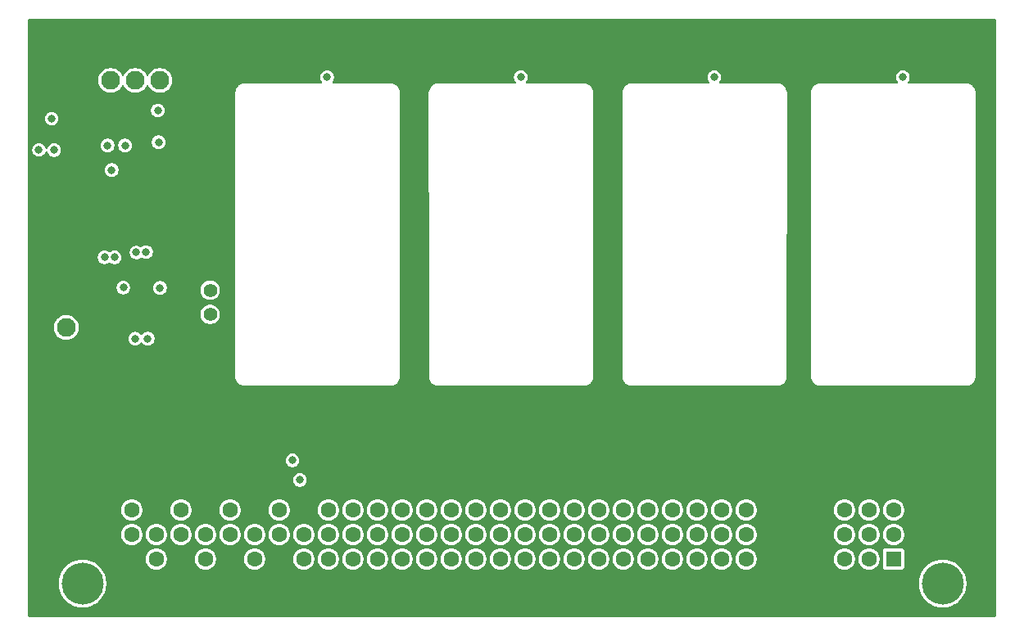
<source format=gbr>
%TF.GenerationSoftware,KiCad,Pcbnew,9.0.0*%
%TF.CreationDate,2025-04-06T17:48:58-04:00*%
%TF.ProjectId,Thruster_Control_Card_COPY,54687275-7374-4657-925f-436f6e74726f,rev?*%
%TF.SameCoordinates,Original*%
%TF.FileFunction,Copper,L2,Inr*%
%TF.FilePolarity,Positive*%
%FSLAX46Y46*%
G04 Gerber Fmt 4.6, Leading zero omitted, Abs format (unit mm)*
G04 Created by KiCad (PCBNEW 9.0.0) date 2025-04-06 17:48:58*
%MOMM*%
%LPD*%
G01*
G04 APERTURE LIST*
%TA.AperFunction,ComponentPad*%
%ADD10C,1.950000*%
%TD*%
%TA.AperFunction,ComponentPad*%
%ADD11C,1.397000*%
%TD*%
%TA.AperFunction,ComponentPad*%
%ADD12R,1.605000X1.605000*%
%TD*%
%TA.AperFunction,ComponentPad*%
%ADD13C,1.605000*%
%TD*%
%TA.AperFunction,ComponentPad*%
%ADD14C,4.335000*%
%TD*%
%TA.AperFunction,ViaPad*%
%ADD15C,0.800000*%
%TD*%
G04 APERTURE END LIST*
D10*
%TO.N,3.3v*%
%TO.C,J7*%
X154025000Y-80950000D03*
%TO.N,GND*%
X154025000Y-83490000D03*
%TD*%
D11*
%TO.N,3.3v*%
%TO.C,BOOT*%
X168900000Y-79600000D03*
%TO.N,Net-(R6-Pad2)*%
X168900000Y-77100000D03*
%TO.N,GND*%
X168900000Y-74600000D03*
%TD*%
D12*
%TO.N,+12V*%
%TO.C,J1*%
X239522000Y-104902000D03*
D13*
X236982000Y-104902000D03*
X234442000Y-104902000D03*
%TO.N,GND*%
X231902000Y-104902000D03*
X229362000Y-104902000D03*
X226822000Y-104902000D03*
%TO.N,5V*%
X224282000Y-104902000D03*
%TO.N,/A4*%
X221742000Y-104902000D03*
%TO.N,/B4*%
X219202000Y-104902000D03*
%TO.N,/C4*%
X216662000Y-104902000D03*
%TO.N,/A3*%
X214122000Y-104902000D03*
%TO.N,/B3*%
X211582000Y-104902000D03*
%TO.N,/C3*%
X209042000Y-104902000D03*
%TO.N,/A2*%
X206502000Y-104902000D03*
%TO.N,/B2*%
X203962000Y-104902000D03*
%TO.N,/C2*%
X201422000Y-104902000D03*
%TO.N,/A1*%
X198882000Y-104902000D03*
%TO.N,/B1*%
X196342000Y-104902000D03*
%TO.N,/C1*%
X193802000Y-104902000D03*
%TO.N,3.3v*%
X191262000Y-104902000D03*
%TO.N,unconnected-(J1-PadA21)*%
X188722000Y-104902000D03*
%TO.N,unconnected-(J1-PadA22)*%
X186182000Y-104902000D03*
%TO.N,unconnected-(J1-PadA23)*%
X183642000Y-104902000D03*
%TO.N,unconnected-(J1-PadA24)*%
X181102000Y-104902000D03*
%TO.N,unconnected-(J1-PadA25)*%
X178562000Y-104902000D03*
%TO.N,GND*%
X176022000Y-104902000D03*
%TO.N,unconnected-(J1-PadA27)*%
X173482000Y-104902000D03*
%TO.N,GND*%
X170942000Y-104902000D03*
%TO.N,unconnected-(J1-PadA29)*%
X168402000Y-104902000D03*
%TO.N,GND*%
X165862000Y-104902000D03*
%TO.N,/SDA_IN*%
X163322000Y-104902000D03*
%TO.N,GND*%
X160782000Y-104902000D03*
%TO.N,+12V*%
X239522000Y-102362000D03*
X236982000Y-102362000D03*
X234442000Y-102362000D03*
%TO.N,GND*%
X231902000Y-102362000D03*
X229362000Y-102362000D03*
X226822000Y-102362000D03*
%TO.N,5V*%
X224282000Y-102362000D03*
%TO.N,/A4*%
X221742000Y-102362000D03*
%TO.N,/B4*%
X219202000Y-102362000D03*
%TO.N,/C4*%
X216662000Y-102362000D03*
%TO.N,/A3*%
X214122000Y-102362000D03*
%TO.N,/B3*%
X211582000Y-102362000D03*
%TO.N,/C3*%
X209042000Y-102362000D03*
%TO.N,/A2*%
X206502000Y-102362000D03*
%TO.N,/B2*%
X203962000Y-102362000D03*
%TO.N,/C2*%
X201422000Y-102362000D03*
%TO.N,/A1*%
X198882000Y-102362000D03*
%TO.N,/B1*%
X196342000Y-102362000D03*
%TO.N,/C1*%
X193802000Y-102362000D03*
%TO.N,3.3v*%
X191262000Y-102362000D03*
%TO.N,unconnected-(J1-PadB21)*%
X188722000Y-102362000D03*
%TO.N,unconnected-(J1-PadB22)*%
X186182000Y-102362000D03*
%TO.N,unconnected-(J1-PadB23)*%
X183642000Y-102362000D03*
%TO.N,unconnected-(J1-PadB24)*%
X181102000Y-102362000D03*
%TO.N,USART2-*%
X178562000Y-102362000D03*
%TO.N,unconnected-(J1-PadB26)*%
X176022000Y-102362000D03*
%TO.N,CAN+*%
X173482000Y-102362000D03*
%TO.N,unconnected-(J1-PadB28)*%
X170942000Y-102362000D03*
%TO.N,unconnected-(J1-PadB29)*%
X168402000Y-102362000D03*
%TO.N,unconnected-(J1-PadB30)*%
X165862000Y-102362000D03*
%TO.N,/SDA_IN*%
X163322000Y-102362000D03*
%TO.N,/SCL_IN*%
X160782000Y-102362000D03*
%TO.N,+12V*%
X239522000Y-99822000D03*
X236982000Y-99822000D03*
X234442000Y-99822000D03*
%TO.N,GND*%
X231902000Y-99822000D03*
X229362000Y-99822000D03*
X226822000Y-99822000D03*
%TO.N,5V*%
X224282000Y-99822000D03*
%TO.N,/A4*%
X221742000Y-99822000D03*
%TO.N,/B4*%
X219202000Y-99822000D03*
%TO.N,/C4*%
X216662000Y-99822000D03*
%TO.N,/A3*%
X214122000Y-99822000D03*
%TO.N,/B3*%
X211582000Y-99822000D03*
%TO.N,/C3*%
X209042000Y-99822000D03*
%TO.N,/A2*%
X206502000Y-99822000D03*
%TO.N,/B2*%
X203962000Y-99822000D03*
%TO.N,/C2*%
X201422000Y-99822000D03*
%TO.N,/A1*%
X198882000Y-99822000D03*
%TO.N,/B1*%
X196342000Y-99822000D03*
%TO.N,/C1*%
X193802000Y-99822000D03*
%TO.N,3.3v*%
X191262000Y-99822000D03*
%TO.N,unconnected-(J1-PadC21)*%
X188722000Y-99822000D03*
%TO.N,unconnected-(J1-PadC22)*%
X186182000Y-99822000D03*
%TO.N,unconnected-(J1-PadC23)*%
X183642000Y-99822000D03*
%TO.N,unconnected-(J1-PadC24)*%
X181102000Y-99822000D03*
%TO.N,GND*%
X178562000Y-99822000D03*
%TO.N,USART2+*%
X176022000Y-99822000D03*
%TO.N,GND*%
X173482000Y-99822000D03*
%TO.N,CAN-*%
X170942000Y-99822000D03*
%TO.N,GND*%
X168402000Y-99822000D03*
%TO.N,unconnected-(J1-PadC30)*%
X165862000Y-99822000D03*
%TO.N,GND*%
X163322000Y-99822000D03*
%TO.N,/SCL_IN*%
X160782000Y-99822000D03*
D14*
%TO.N,N/C*%
X244602000Y-107442000D03*
X155702000Y-107442000D03*
%TD*%
D10*
%TO.N,/SWDIO*%
%TO.C,SWCLK NRST SWDIO*%
X163700000Y-55400000D03*
%TO.N,/NRST*%
X161160000Y-55400000D03*
%TO.N,/SWCLK*%
X158620000Y-55400000D03*
%TD*%
D15*
%TO.N,GND*%
X198300000Y-54800000D03*
X197300000Y-54800000D03*
X198300000Y-52800000D03*
X199300000Y-54800000D03*
X234800000Y-52800000D03*
X175300000Y-54800000D03*
X237800000Y-52800000D03*
X233800000Y-54800000D03*
X216300000Y-53800000D03*
X236800000Y-52800000D03*
X179300000Y-53800000D03*
X235800000Y-53800000D03*
X162475000Y-76875000D03*
X177300000Y-54800000D03*
X164250000Y-85975000D03*
X218300000Y-52800000D03*
X212300000Y-54800000D03*
X179300000Y-54800000D03*
X238800000Y-54800000D03*
X151150000Y-69950000D03*
X158825000Y-66250000D03*
X219300000Y-53800000D03*
X237800000Y-53800000D03*
X178300000Y-53800000D03*
X196300000Y-52800000D03*
X172300000Y-53800000D03*
X165575000Y-78875000D03*
X192300000Y-53800000D03*
X234800000Y-54800000D03*
X193300000Y-52800000D03*
X194300000Y-53800000D03*
X232800000Y-53800000D03*
X192300000Y-52800000D03*
X214300000Y-54800000D03*
X178300000Y-54800000D03*
X195300000Y-53800000D03*
X177300000Y-52800000D03*
X217300000Y-53800000D03*
X213300000Y-54800000D03*
X231800000Y-53800000D03*
X151325000Y-60900000D03*
X151625000Y-51700000D03*
X176300000Y-53800000D03*
X234800000Y-53800000D03*
X198300000Y-53800000D03*
X194300000Y-54800000D03*
X212300000Y-53800000D03*
X217300000Y-52800000D03*
X232800000Y-54800000D03*
X214300000Y-53800000D03*
X196300000Y-53800000D03*
X216300000Y-54800000D03*
X173300000Y-52800000D03*
X214300000Y-52800000D03*
X172300000Y-54800000D03*
X237800000Y-54800000D03*
X213300000Y-53800000D03*
X195300000Y-54800000D03*
X195300000Y-52800000D03*
X236800000Y-53800000D03*
X235800000Y-52800000D03*
X233800000Y-52800000D03*
X152775000Y-67500000D03*
X216300000Y-52800000D03*
X215300000Y-52800000D03*
X196300000Y-54800000D03*
X232800000Y-52800000D03*
X174300000Y-54800000D03*
X197300000Y-53800000D03*
X151175000Y-75750000D03*
X173300000Y-54800000D03*
X174300000Y-52800000D03*
X174300000Y-53800000D03*
X155425000Y-71900000D03*
X178300000Y-52800000D03*
X197300000Y-52800000D03*
X218300000Y-53800000D03*
X176300000Y-54800000D03*
X212300000Y-52800000D03*
X238800000Y-53800000D03*
X215300000Y-54800000D03*
X177300000Y-53800000D03*
X175300000Y-53800000D03*
X151125000Y-67300000D03*
X192300000Y-54800000D03*
X176300000Y-52800000D03*
X215300000Y-53800000D03*
X217300000Y-54800000D03*
X231800000Y-54800000D03*
X235800000Y-54800000D03*
X193300000Y-53800000D03*
X219300000Y-54800000D03*
X199300000Y-52800000D03*
X231800000Y-52800000D03*
X218300000Y-54800000D03*
X238800000Y-52800000D03*
X163200000Y-88150000D03*
X194300000Y-52800000D03*
X199300000Y-53800000D03*
X175300000Y-52800000D03*
X179300000Y-52800000D03*
X219300000Y-52800000D03*
X173300000Y-53800000D03*
X236800000Y-54800000D03*
X233800000Y-53800000D03*
X153725000Y-76550000D03*
X193300000Y-54800000D03*
X155425000Y-72900000D03*
X172200000Y-52800000D03*
X213300000Y-52800000D03*
%TO.N,CAN+*%
X162450000Y-82100000D03*
%TO.N,3.3v*%
X152525000Y-59350000D03*
X152775000Y-62600000D03*
X177400000Y-94700000D03*
X151200000Y-62575000D03*
X158725000Y-64662500D03*
X178175000Y-96725000D03*
%TO.N,CAN-*%
X161150000Y-82100000D03*
%TO.N,/SWDIO*%
X163500000Y-58500000D03*
X163570264Y-61792050D03*
%TO.N,TIM1 CH (PWM)*%
X181000000Y-55050000D03*
%TO.N,TIM1 CH2 (PWM)*%
X201000000Y-55050000D03*
%TO.N,TIM1 CH3 (PWM)*%
X221000000Y-55050000D03*
%TO.N,TIM1 CH4 (PWM)*%
X240500000Y-55050000D03*
%TO.N,USART2+*%
X157975000Y-73700000D03*
%TO.N,/SDA_IN*%
X158300000Y-62125000D03*
%TO.N,/SCL_IN*%
X160100000Y-62125000D03*
%TO.N,USART2-*%
X159025000Y-73700000D03*
%TO.N,FDCAN_TX*%
X162273752Y-73149999D03*
X163725000Y-76850000D03*
%TO.N,FDCAN_RX*%
X159925000Y-76825000D03*
X161275000Y-73200000D03*
%TD*%
%TA.AperFunction,Conductor*%
%TO.N,GND*%
G36*
X250042539Y-49020185D02*
G01*
X250088294Y-49072989D01*
X250099500Y-49124500D01*
X250099500Y-110775500D01*
X250079815Y-110842539D01*
X250027011Y-110888294D01*
X249975500Y-110899500D01*
X150224500Y-110899500D01*
X150157461Y-110879815D01*
X150111706Y-110827011D01*
X150100500Y-110775500D01*
X150100500Y-107303393D01*
X153234000Y-107303393D01*
X153234000Y-107580606D01*
X153265033Y-107856042D01*
X153265036Y-107856056D01*
X153326718Y-108126306D01*
X153326722Y-108126318D01*
X153418273Y-108387954D01*
X153538543Y-108637696D01*
X153538545Y-108637699D01*
X153686024Y-108872411D01*
X153858855Y-109089135D01*
X154054865Y-109285145D01*
X154271589Y-109457976D01*
X154506301Y-109605455D01*
X154756049Y-109725728D01*
X154952552Y-109794487D01*
X155017681Y-109817277D01*
X155017693Y-109817281D01*
X155287943Y-109878964D01*
X155287952Y-109878965D01*
X155287957Y-109878966D01*
X155471581Y-109899654D01*
X155563394Y-109909999D01*
X155563397Y-109910000D01*
X155563400Y-109910000D01*
X155840603Y-109910000D01*
X155840604Y-109909999D01*
X155981373Y-109894138D01*
X156116042Y-109878966D01*
X156116045Y-109878965D01*
X156116057Y-109878964D01*
X156386307Y-109817281D01*
X156647951Y-109725728D01*
X156897699Y-109605455D01*
X157132411Y-109457976D01*
X157349135Y-109285145D01*
X157545145Y-109089135D01*
X157717976Y-108872411D01*
X157865455Y-108637699D01*
X157985728Y-108387951D01*
X158077281Y-108126307D01*
X158138964Y-107856057D01*
X158170000Y-107580600D01*
X158170000Y-107303400D01*
X158169999Y-107303393D01*
X242134000Y-107303393D01*
X242134000Y-107580606D01*
X242165033Y-107856042D01*
X242165036Y-107856056D01*
X242226718Y-108126306D01*
X242226722Y-108126318D01*
X242318273Y-108387954D01*
X242438543Y-108637696D01*
X242438545Y-108637699D01*
X242586024Y-108872411D01*
X242758855Y-109089135D01*
X242954865Y-109285145D01*
X243171589Y-109457976D01*
X243406301Y-109605455D01*
X243656049Y-109725728D01*
X243852552Y-109794487D01*
X243917681Y-109817277D01*
X243917693Y-109817281D01*
X244187943Y-109878964D01*
X244187952Y-109878965D01*
X244187957Y-109878966D01*
X244371581Y-109899654D01*
X244463394Y-109909999D01*
X244463397Y-109910000D01*
X244463400Y-109910000D01*
X244740603Y-109910000D01*
X244740604Y-109909999D01*
X244881373Y-109894138D01*
X245016042Y-109878966D01*
X245016045Y-109878965D01*
X245016057Y-109878964D01*
X245286307Y-109817281D01*
X245547951Y-109725728D01*
X245797699Y-109605455D01*
X246032411Y-109457976D01*
X246249135Y-109285145D01*
X246445145Y-109089135D01*
X246617976Y-108872411D01*
X246765455Y-108637699D01*
X246885728Y-108387951D01*
X246977281Y-108126307D01*
X247038964Y-107856057D01*
X247070000Y-107580600D01*
X247070000Y-107303400D01*
X247038964Y-107027943D01*
X246977281Y-106757693D01*
X246885728Y-106496049D01*
X246765455Y-106246301D01*
X246617976Y-106011589D01*
X246445145Y-105794865D01*
X246249135Y-105598855D01*
X246032411Y-105426024D01*
X245797699Y-105278545D01*
X245797696Y-105278543D01*
X245547954Y-105158273D01*
X245286318Y-105066722D01*
X245286306Y-105066718D01*
X245077739Y-105019114D01*
X245016057Y-105005036D01*
X245016054Y-105005035D01*
X245016042Y-105005033D01*
X244740606Y-104974000D01*
X244740600Y-104974000D01*
X244463400Y-104974000D01*
X244463393Y-104974000D01*
X244187957Y-105005033D01*
X244187943Y-105005036D01*
X243917693Y-105066718D01*
X243917681Y-105066722D01*
X243656045Y-105158273D01*
X243406303Y-105278543D01*
X243171590Y-105426023D01*
X242954865Y-105598854D01*
X242758854Y-105794865D01*
X242586023Y-106011590D01*
X242438543Y-106246303D01*
X242318273Y-106496045D01*
X242226722Y-106757681D01*
X242226718Y-106757693D01*
X242165036Y-107027943D01*
X242165033Y-107027957D01*
X242134000Y-107303393D01*
X158169999Y-107303393D01*
X158138964Y-107027943D01*
X158077281Y-106757693D01*
X157985728Y-106496049D01*
X157865455Y-106246301D01*
X157717976Y-106011589D01*
X157545145Y-105794865D01*
X157349135Y-105598855D01*
X157132411Y-105426024D01*
X156897699Y-105278545D01*
X156897696Y-105278543D01*
X156647954Y-105158273D01*
X156386318Y-105066722D01*
X156386306Y-105066718D01*
X156177739Y-105019114D01*
X156116057Y-105005036D01*
X156116054Y-105005035D01*
X156116042Y-105005033D01*
X155840606Y-104974000D01*
X155840600Y-104974000D01*
X155563400Y-104974000D01*
X155563393Y-104974000D01*
X155287957Y-105005033D01*
X155287943Y-105005036D01*
X155017693Y-105066718D01*
X155017681Y-105066722D01*
X154756045Y-105158273D01*
X154506303Y-105278543D01*
X154271590Y-105426023D01*
X154054865Y-105598854D01*
X153858854Y-105794865D01*
X153686023Y-106011590D01*
X153538543Y-106246303D01*
X153418273Y-106496045D01*
X153326722Y-106757681D01*
X153326718Y-106757693D01*
X153265036Y-107027943D01*
X153265033Y-107027957D01*
X153234000Y-107303393D01*
X150100500Y-107303393D01*
X150100500Y-104815186D01*
X162219000Y-104815186D01*
X162219000Y-104988813D01*
X162231340Y-105066722D01*
X162246159Y-105160287D01*
X162284583Y-105278543D01*
X162299811Y-105325409D01*
X162378632Y-105480101D01*
X162480672Y-105620550D01*
X162603449Y-105743327D01*
X162734876Y-105838812D01*
X162743902Y-105845370D01*
X162842470Y-105895593D01*
X162898590Y-105924188D01*
X162898592Y-105924188D01*
X162898595Y-105924190D01*
X163063713Y-105977841D01*
X163149452Y-105991420D01*
X163235187Y-106005000D01*
X163235192Y-106005000D01*
X163408813Y-106005000D01*
X163486753Y-105992655D01*
X163580287Y-105977841D01*
X163745405Y-105924190D01*
X163900098Y-105845370D01*
X163997653Y-105774493D01*
X164040550Y-105743327D01*
X164040552Y-105743324D01*
X164040556Y-105743322D01*
X164163322Y-105620556D01*
X164163324Y-105620552D01*
X164163327Y-105620550D01*
X164208075Y-105558957D01*
X164265370Y-105480098D01*
X164344190Y-105325405D01*
X164397841Y-105160287D01*
X164422430Y-105005036D01*
X164425000Y-104988813D01*
X164425000Y-104815186D01*
X167299000Y-104815186D01*
X167299000Y-104988813D01*
X167311340Y-105066722D01*
X167326159Y-105160287D01*
X167364583Y-105278543D01*
X167379811Y-105325409D01*
X167458632Y-105480101D01*
X167560672Y-105620550D01*
X167683449Y-105743327D01*
X167814876Y-105838812D01*
X167823902Y-105845370D01*
X167922470Y-105895593D01*
X167978590Y-105924188D01*
X167978592Y-105924188D01*
X167978595Y-105924190D01*
X168143713Y-105977841D01*
X168229452Y-105991420D01*
X168315187Y-106005000D01*
X168315192Y-106005000D01*
X168488813Y-106005000D01*
X168566753Y-105992655D01*
X168660287Y-105977841D01*
X168825405Y-105924190D01*
X168980098Y-105845370D01*
X169077653Y-105774493D01*
X169120550Y-105743327D01*
X169120552Y-105743324D01*
X169120556Y-105743322D01*
X169243322Y-105620556D01*
X169243324Y-105620552D01*
X169243327Y-105620550D01*
X169288075Y-105558957D01*
X169345370Y-105480098D01*
X169424190Y-105325405D01*
X169477841Y-105160287D01*
X169502430Y-105005036D01*
X169505000Y-104988813D01*
X169505000Y-104815186D01*
X172379000Y-104815186D01*
X172379000Y-104988813D01*
X172391340Y-105066722D01*
X172406159Y-105160287D01*
X172444583Y-105278543D01*
X172459811Y-105325409D01*
X172538632Y-105480101D01*
X172640672Y-105620550D01*
X172763449Y-105743327D01*
X172894876Y-105838812D01*
X172903902Y-105845370D01*
X173002470Y-105895593D01*
X173058590Y-105924188D01*
X173058592Y-105924188D01*
X173058595Y-105924190D01*
X173223713Y-105977841D01*
X173309452Y-105991420D01*
X173395187Y-106005000D01*
X173395192Y-106005000D01*
X173568813Y-106005000D01*
X173646753Y-105992655D01*
X173740287Y-105977841D01*
X173905405Y-105924190D01*
X174060098Y-105845370D01*
X174157653Y-105774493D01*
X174200550Y-105743327D01*
X174200552Y-105743324D01*
X174200556Y-105743322D01*
X174323322Y-105620556D01*
X174323324Y-105620552D01*
X174323327Y-105620550D01*
X174368075Y-105558957D01*
X174425370Y-105480098D01*
X174504190Y-105325405D01*
X174557841Y-105160287D01*
X174582430Y-105005036D01*
X174585000Y-104988813D01*
X174585000Y-104815186D01*
X177459000Y-104815186D01*
X177459000Y-104988813D01*
X177471340Y-105066722D01*
X177486159Y-105160287D01*
X177524583Y-105278543D01*
X177539811Y-105325409D01*
X177618632Y-105480101D01*
X177720672Y-105620550D01*
X177843449Y-105743327D01*
X177974876Y-105838812D01*
X177983902Y-105845370D01*
X178082470Y-105895593D01*
X178138590Y-105924188D01*
X178138592Y-105924188D01*
X178138595Y-105924190D01*
X178303713Y-105977841D01*
X178389452Y-105991420D01*
X178475187Y-106005000D01*
X178475192Y-106005000D01*
X178648813Y-106005000D01*
X178726753Y-105992655D01*
X178820287Y-105977841D01*
X178985405Y-105924190D01*
X179140098Y-105845370D01*
X179237653Y-105774493D01*
X179280550Y-105743327D01*
X179280552Y-105743324D01*
X179280556Y-105743322D01*
X179403322Y-105620556D01*
X179403324Y-105620552D01*
X179403327Y-105620550D01*
X179448075Y-105558957D01*
X179505370Y-105480098D01*
X179584190Y-105325405D01*
X179637841Y-105160287D01*
X179662430Y-105005036D01*
X179665000Y-104988813D01*
X179665000Y-104815186D01*
X179999000Y-104815186D01*
X179999000Y-104988813D01*
X180011340Y-105066722D01*
X180026159Y-105160287D01*
X180064583Y-105278543D01*
X180079811Y-105325409D01*
X180158632Y-105480101D01*
X180260672Y-105620550D01*
X180383449Y-105743327D01*
X180514876Y-105838812D01*
X180523902Y-105845370D01*
X180622470Y-105895593D01*
X180678590Y-105924188D01*
X180678592Y-105924188D01*
X180678595Y-105924190D01*
X180843713Y-105977841D01*
X180929452Y-105991420D01*
X181015187Y-106005000D01*
X181015192Y-106005000D01*
X181188813Y-106005000D01*
X181266753Y-105992655D01*
X181360287Y-105977841D01*
X181525405Y-105924190D01*
X181680098Y-105845370D01*
X181777653Y-105774493D01*
X181820550Y-105743327D01*
X181820552Y-105743324D01*
X181820556Y-105743322D01*
X181943322Y-105620556D01*
X181943324Y-105620552D01*
X181943327Y-105620550D01*
X181988075Y-105558957D01*
X182045370Y-105480098D01*
X182124190Y-105325405D01*
X182177841Y-105160287D01*
X182202430Y-105005036D01*
X182205000Y-104988813D01*
X182205000Y-104815186D01*
X182539000Y-104815186D01*
X182539000Y-104988813D01*
X182551340Y-105066722D01*
X182566159Y-105160287D01*
X182604583Y-105278543D01*
X182619811Y-105325409D01*
X182698632Y-105480101D01*
X182800672Y-105620550D01*
X182923449Y-105743327D01*
X183054876Y-105838812D01*
X183063902Y-105845370D01*
X183162470Y-105895593D01*
X183218590Y-105924188D01*
X183218592Y-105924188D01*
X183218595Y-105924190D01*
X183383713Y-105977841D01*
X183469452Y-105991420D01*
X183555187Y-106005000D01*
X183555192Y-106005000D01*
X183728813Y-106005000D01*
X183806753Y-105992655D01*
X183900287Y-105977841D01*
X184065405Y-105924190D01*
X184220098Y-105845370D01*
X184317653Y-105774493D01*
X184360550Y-105743327D01*
X184360552Y-105743324D01*
X184360556Y-105743322D01*
X184483322Y-105620556D01*
X184483324Y-105620552D01*
X184483327Y-105620550D01*
X184528075Y-105558957D01*
X184585370Y-105480098D01*
X184664190Y-105325405D01*
X184717841Y-105160287D01*
X184742430Y-105005036D01*
X184745000Y-104988813D01*
X184745000Y-104815186D01*
X185079000Y-104815186D01*
X185079000Y-104988813D01*
X185091340Y-105066722D01*
X185106159Y-105160287D01*
X185144583Y-105278543D01*
X185159811Y-105325409D01*
X185238632Y-105480101D01*
X185340672Y-105620550D01*
X185463449Y-105743327D01*
X185594876Y-105838812D01*
X185603902Y-105845370D01*
X185702470Y-105895593D01*
X185758590Y-105924188D01*
X185758592Y-105924188D01*
X185758595Y-105924190D01*
X185923713Y-105977841D01*
X186009452Y-105991420D01*
X186095187Y-106005000D01*
X186095192Y-106005000D01*
X186268813Y-106005000D01*
X186346753Y-105992655D01*
X186440287Y-105977841D01*
X186605405Y-105924190D01*
X186760098Y-105845370D01*
X186857653Y-105774493D01*
X186900550Y-105743327D01*
X186900552Y-105743324D01*
X186900556Y-105743322D01*
X187023322Y-105620556D01*
X187023324Y-105620552D01*
X187023327Y-105620550D01*
X187068075Y-105558957D01*
X187125370Y-105480098D01*
X187204190Y-105325405D01*
X187257841Y-105160287D01*
X187282430Y-105005036D01*
X187285000Y-104988813D01*
X187285000Y-104815186D01*
X187619000Y-104815186D01*
X187619000Y-104988813D01*
X187631340Y-105066722D01*
X187646159Y-105160287D01*
X187684583Y-105278543D01*
X187699811Y-105325409D01*
X187778632Y-105480101D01*
X187880672Y-105620550D01*
X188003449Y-105743327D01*
X188134876Y-105838812D01*
X188143902Y-105845370D01*
X188242470Y-105895593D01*
X188298590Y-105924188D01*
X188298592Y-105924188D01*
X188298595Y-105924190D01*
X188463713Y-105977841D01*
X188549452Y-105991420D01*
X188635187Y-106005000D01*
X188635192Y-106005000D01*
X188808813Y-106005000D01*
X188886753Y-105992655D01*
X188980287Y-105977841D01*
X189145405Y-105924190D01*
X189300098Y-105845370D01*
X189397653Y-105774493D01*
X189440550Y-105743327D01*
X189440552Y-105743324D01*
X189440556Y-105743322D01*
X189563322Y-105620556D01*
X189563324Y-105620552D01*
X189563327Y-105620550D01*
X189608075Y-105558957D01*
X189665370Y-105480098D01*
X189744190Y-105325405D01*
X189797841Y-105160287D01*
X189822430Y-105005036D01*
X189825000Y-104988813D01*
X189825000Y-104815186D01*
X190159000Y-104815186D01*
X190159000Y-104988813D01*
X190171340Y-105066722D01*
X190186159Y-105160287D01*
X190224583Y-105278543D01*
X190239811Y-105325409D01*
X190318632Y-105480101D01*
X190420672Y-105620550D01*
X190543449Y-105743327D01*
X190674876Y-105838812D01*
X190683902Y-105845370D01*
X190782470Y-105895593D01*
X190838590Y-105924188D01*
X190838592Y-105924188D01*
X190838595Y-105924190D01*
X191003713Y-105977841D01*
X191089452Y-105991420D01*
X191175187Y-106005000D01*
X191175192Y-106005000D01*
X191348813Y-106005000D01*
X191426753Y-105992655D01*
X191520287Y-105977841D01*
X191685405Y-105924190D01*
X191840098Y-105845370D01*
X191937653Y-105774493D01*
X191980550Y-105743327D01*
X191980552Y-105743324D01*
X191980556Y-105743322D01*
X192103322Y-105620556D01*
X192103324Y-105620552D01*
X192103327Y-105620550D01*
X192148075Y-105558957D01*
X192205370Y-105480098D01*
X192284190Y-105325405D01*
X192337841Y-105160287D01*
X192362430Y-105005036D01*
X192365000Y-104988813D01*
X192365000Y-104815186D01*
X192699000Y-104815186D01*
X192699000Y-104988813D01*
X192711340Y-105066722D01*
X192726159Y-105160287D01*
X192764583Y-105278543D01*
X192779811Y-105325409D01*
X192858632Y-105480101D01*
X192960672Y-105620550D01*
X193083449Y-105743327D01*
X193214876Y-105838812D01*
X193223902Y-105845370D01*
X193322470Y-105895593D01*
X193378590Y-105924188D01*
X193378592Y-105924188D01*
X193378595Y-105924190D01*
X193543713Y-105977841D01*
X193629452Y-105991420D01*
X193715187Y-106005000D01*
X193715192Y-106005000D01*
X193888813Y-106005000D01*
X193966753Y-105992655D01*
X194060287Y-105977841D01*
X194225405Y-105924190D01*
X194380098Y-105845370D01*
X194477653Y-105774493D01*
X194520550Y-105743327D01*
X194520552Y-105743324D01*
X194520556Y-105743322D01*
X194643322Y-105620556D01*
X194643324Y-105620552D01*
X194643327Y-105620550D01*
X194688075Y-105558957D01*
X194745370Y-105480098D01*
X194824190Y-105325405D01*
X194877841Y-105160287D01*
X194902430Y-105005036D01*
X194905000Y-104988813D01*
X194905000Y-104815186D01*
X195239000Y-104815186D01*
X195239000Y-104988813D01*
X195251340Y-105066722D01*
X195266159Y-105160287D01*
X195304583Y-105278543D01*
X195319811Y-105325409D01*
X195398632Y-105480101D01*
X195500672Y-105620550D01*
X195623449Y-105743327D01*
X195754876Y-105838812D01*
X195763902Y-105845370D01*
X195862470Y-105895593D01*
X195918590Y-105924188D01*
X195918592Y-105924188D01*
X195918595Y-105924190D01*
X196083713Y-105977841D01*
X196169452Y-105991420D01*
X196255187Y-106005000D01*
X196255192Y-106005000D01*
X196428813Y-106005000D01*
X196506753Y-105992655D01*
X196600287Y-105977841D01*
X196765405Y-105924190D01*
X196920098Y-105845370D01*
X197017653Y-105774493D01*
X197060550Y-105743327D01*
X197060552Y-105743324D01*
X197060556Y-105743322D01*
X197183322Y-105620556D01*
X197183324Y-105620552D01*
X197183327Y-105620550D01*
X197228075Y-105558957D01*
X197285370Y-105480098D01*
X197364190Y-105325405D01*
X197417841Y-105160287D01*
X197442430Y-105005036D01*
X197445000Y-104988813D01*
X197445000Y-104815186D01*
X197779000Y-104815186D01*
X197779000Y-104988813D01*
X197791340Y-105066722D01*
X197806159Y-105160287D01*
X197844583Y-105278543D01*
X197859811Y-105325409D01*
X197938632Y-105480101D01*
X198040672Y-105620550D01*
X198163449Y-105743327D01*
X198294876Y-105838812D01*
X198303902Y-105845370D01*
X198402470Y-105895593D01*
X198458590Y-105924188D01*
X198458592Y-105924188D01*
X198458595Y-105924190D01*
X198623713Y-105977841D01*
X198709452Y-105991420D01*
X198795187Y-106005000D01*
X198795192Y-106005000D01*
X198968813Y-106005000D01*
X199046753Y-105992655D01*
X199140287Y-105977841D01*
X199305405Y-105924190D01*
X199460098Y-105845370D01*
X199557653Y-105774493D01*
X199600550Y-105743327D01*
X199600552Y-105743324D01*
X199600556Y-105743322D01*
X199723322Y-105620556D01*
X199723324Y-105620552D01*
X199723327Y-105620550D01*
X199768075Y-105558957D01*
X199825370Y-105480098D01*
X199904190Y-105325405D01*
X199957841Y-105160287D01*
X199982430Y-105005036D01*
X199985000Y-104988813D01*
X199985000Y-104815186D01*
X200319000Y-104815186D01*
X200319000Y-104988813D01*
X200331340Y-105066722D01*
X200346159Y-105160287D01*
X200384583Y-105278543D01*
X200399811Y-105325409D01*
X200478632Y-105480101D01*
X200580672Y-105620550D01*
X200703449Y-105743327D01*
X200834876Y-105838812D01*
X200843902Y-105845370D01*
X200942470Y-105895593D01*
X200998590Y-105924188D01*
X200998592Y-105924188D01*
X200998595Y-105924190D01*
X201163713Y-105977841D01*
X201249452Y-105991420D01*
X201335187Y-106005000D01*
X201335192Y-106005000D01*
X201508813Y-106005000D01*
X201586753Y-105992655D01*
X201680287Y-105977841D01*
X201845405Y-105924190D01*
X202000098Y-105845370D01*
X202097653Y-105774493D01*
X202140550Y-105743327D01*
X202140552Y-105743324D01*
X202140556Y-105743322D01*
X202263322Y-105620556D01*
X202263324Y-105620552D01*
X202263327Y-105620550D01*
X202308075Y-105558957D01*
X202365370Y-105480098D01*
X202444190Y-105325405D01*
X202497841Y-105160287D01*
X202522430Y-105005036D01*
X202525000Y-104988813D01*
X202525000Y-104815186D01*
X202859000Y-104815186D01*
X202859000Y-104988813D01*
X202871340Y-105066722D01*
X202886159Y-105160287D01*
X202924583Y-105278543D01*
X202939811Y-105325409D01*
X203018632Y-105480101D01*
X203120672Y-105620550D01*
X203243449Y-105743327D01*
X203374876Y-105838812D01*
X203383902Y-105845370D01*
X203482470Y-105895593D01*
X203538590Y-105924188D01*
X203538592Y-105924188D01*
X203538595Y-105924190D01*
X203703713Y-105977841D01*
X203789452Y-105991420D01*
X203875187Y-106005000D01*
X203875192Y-106005000D01*
X204048813Y-106005000D01*
X204126753Y-105992655D01*
X204220287Y-105977841D01*
X204385405Y-105924190D01*
X204540098Y-105845370D01*
X204637653Y-105774493D01*
X204680550Y-105743327D01*
X204680552Y-105743324D01*
X204680556Y-105743322D01*
X204803322Y-105620556D01*
X204803324Y-105620552D01*
X204803327Y-105620550D01*
X204848075Y-105558957D01*
X204905370Y-105480098D01*
X204984190Y-105325405D01*
X205037841Y-105160287D01*
X205062430Y-105005036D01*
X205065000Y-104988813D01*
X205065000Y-104815186D01*
X205399000Y-104815186D01*
X205399000Y-104988813D01*
X205411340Y-105066722D01*
X205426159Y-105160287D01*
X205464583Y-105278543D01*
X205479811Y-105325409D01*
X205558632Y-105480101D01*
X205660672Y-105620550D01*
X205783449Y-105743327D01*
X205914876Y-105838812D01*
X205923902Y-105845370D01*
X206022470Y-105895593D01*
X206078590Y-105924188D01*
X206078592Y-105924188D01*
X206078595Y-105924190D01*
X206243713Y-105977841D01*
X206329452Y-105991420D01*
X206415187Y-106005000D01*
X206415192Y-106005000D01*
X206588813Y-106005000D01*
X206666753Y-105992655D01*
X206760287Y-105977841D01*
X206925405Y-105924190D01*
X207080098Y-105845370D01*
X207177653Y-105774493D01*
X207220550Y-105743327D01*
X207220552Y-105743324D01*
X207220556Y-105743322D01*
X207343322Y-105620556D01*
X207343324Y-105620552D01*
X207343327Y-105620550D01*
X207388075Y-105558957D01*
X207445370Y-105480098D01*
X207524190Y-105325405D01*
X207577841Y-105160287D01*
X207602430Y-105005036D01*
X207605000Y-104988813D01*
X207605000Y-104815186D01*
X207939000Y-104815186D01*
X207939000Y-104988813D01*
X207951340Y-105066722D01*
X207966159Y-105160287D01*
X208004583Y-105278543D01*
X208019811Y-105325409D01*
X208098632Y-105480101D01*
X208200672Y-105620550D01*
X208323449Y-105743327D01*
X208454876Y-105838812D01*
X208463902Y-105845370D01*
X208562470Y-105895593D01*
X208618590Y-105924188D01*
X208618592Y-105924188D01*
X208618595Y-105924190D01*
X208783713Y-105977841D01*
X208869452Y-105991420D01*
X208955187Y-106005000D01*
X208955192Y-106005000D01*
X209128813Y-106005000D01*
X209206753Y-105992655D01*
X209300287Y-105977841D01*
X209465405Y-105924190D01*
X209620098Y-105845370D01*
X209717653Y-105774493D01*
X209760550Y-105743327D01*
X209760552Y-105743324D01*
X209760556Y-105743322D01*
X209883322Y-105620556D01*
X209883324Y-105620552D01*
X209883327Y-105620550D01*
X209928075Y-105558957D01*
X209985370Y-105480098D01*
X210064190Y-105325405D01*
X210117841Y-105160287D01*
X210142430Y-105005036D01*
X210145000Y-104988813D01*
X210145000Y-104815186D01*
X210479000Y-104815186D01*
X210479000Y-104988813D01*
X210491340Y-105066722D01*
X210506159Y-105160287D01*
X210544583Y-105278543D01*
X210559811Y-105325409D01*
X210638632Y-105480101D01*
X210740672Y-105620550D01*
X210863449Y-105743327D01*
X210994876Y-105838812D01*
X211003902Y-105845370D01*
X211102470Y-105895593D01*
X211158590Y-105924188D01*
X211158592Y-105924188D01*
X211158595Y-105924190D01*
X211323713Y-105977841D01*
X211409452Y-105991420D01*
X211495187Y-106005000D01*
X211495192Y-106005000D01*
X211668813Y-106005000D01*
X211746753Y-105992655D01*
X211840287Y-105977841D01*
X212005405Y-105924190D01*
X212160098Y-105845370D01*
X212257653Y-105774493D01*
X212300550Y-105743327D01*
X212300552Y-105743324D01*
X212300556Y-105743322D01*
X212423322Y-105620556D01*
X212423324Y-105620552D01*
X212423327Y-105620550D01*
X212468075Y-105558957D01*
X212525370Y-105480098D01*
X212604190Y-105325405D01*
X212657841Y-105160287D01*
X212682430Y-105005036D01*
X212685000Y-104988813D01*
X212685000Y-104815186D01*
X213019000Y-104815186D01*
X213019000Y-104988813D01*
X213031340Y-105066722D01*
X213046159Y-105160287D01*
X213084583Y-105278543D01*
X213099811Y-105325409D01*
X213178632Y-105480101D01*
X213280672Y-105620550D01*
X213403449Y-105743327D01*
X213534876Y-105838812D01*
X213543902Y-105845370D01*
X213642470Y-105895593D01*
X213698590Y-105924188D01*
X213698592Y-105924188D01*
X213698595Y-105924190D01*
X213863713Y-105977841D01*
X213949452Y-105991420D01*
X214035187Y-106005000D01*
X214035192Y-106005000D01*
X214208813Y-106005000D01*
X214286753Y-105992655D01*
X214380287Y-105977841D01*
X214545405Y-105924190D01*
X214700098Y-105845370D01*
X214797653Y-105774493D01*
X214840550Y-105743327D01*
X214840552Y-105743324D01*
X214840556Y-105743322D01*
X214963322Y-105620556D01*
X214963324Y-105620552D01*
X214963327Y-105620550D01*
X215008075Y-105558957D01*
X215065370Y-105480098D01*
X215144190Y-105325405D01*
X215197841Y-105160287D01*
X215222430Y-105005036D01*
X215225000Y-104988813D01*
X215225000Y-104815186D01*
X215559000Y-104815186D01*
X215559000Y-104988813D01*
X215571340Y-105066722D01*
X215586159Y-105160287D01*
X215624583Y-105278543D01*
X215639811Y-105325409D01*
X215718632Y-105480101D01*
X215820672Y-105620550D01*
X215943449Y-105743327D01*
X216074876Y-105838812D01*
X216083902Y-105845370D01*
X216182470Y-105895593D01*
X216238590Y-105924188D01*
X216238592Y-105924188D01*
X216238595Y-105924190D01*
X216403713Y-105977841D01*
X216489452Y-105991420D01*
X216575187Y-106005000D01*
X216575192Y-106005000D01*
X216748813Y-106005000D01*
X216826753Y-105992655D01*
X216920287Y-105977841D01*
X217085405Y-105924190D01*
X217240098Y-105845370D01*
X217337653Y-105774493D01*
X217380550Y-105743327D01*
X217380552Y-105743324D01*
X217380556Y-105743322D01*
X217503322Y-105620556D01*
X217503324Y-105620552D01*
X217503327Y-105620550D01*
X217548075Y-105558957D01*
X217605370Y-105480098D01*
X217684190Y-105325405D01*
X217737841Y-105160287D01*
X217762430Y-105005036D01*
X217765000Y-104988813D01*
X217765000Y-104815186D01*
X218099000Y-104815186D01*
X218099000Y-104988813D01*
X218111340Y-105066722D01*
X218126159Y-105160287D01*
X218164583Y-105278543D01*
X218179811Y-105325409D01*
X218258632Y-105480101D01*
X218360672Y-105620550D01*
X218483449Y-105743327D01*
X218614876Y-105838812D01*
X218623902Y-105845370D01*
X218722470Y-105895593D01*
X218778590Y-105924188D01*
X218778592Y-105924188D01*
X218778595Y-105924190D01*
X218943713Y-105977841D01*
X219029452Y-105991420D01*
X219115187Y-106005000D01*
X219115192Y-106005000D01*
X219288813Y-106005000D01*
X219366753Y-105992655D01*
X219460287Y-105977841D01*
X219625405Y-105924190D01*
X219780098Y-105845370D01*
X219877653Y-105774493D01*
X219920550Y-105743327D01*
X219920552Y-105743324D01*
X219920556Y-105743322D01*
X220043322Y-105620556D01*
X220043324Y-105620552D01*
X220043327Y-105620550D01*
X220088075Y-105558957D01*
X220145370Y-105480098D01*
X220224190Y-105325405D01*
X220277841Y-105160287D01*
X220302430Y-105005036D01*
X220305000Y-104988813D01*
X220305000Y-104815186D01*
X220639000Y-104815186D01*
X220639000Y-104988813D01*
X220651340Y-105066722D01*
X220666159Y-105160287D01*
X220704583Y-105278543D01*
X220719811Y-105325409D01*
X220798632Y-105480101D01*
X220900672Y-105620550D01*
X221023449Y-105743327D01*
X221154876Y-105838812D01*
X221163902Y-105845370D01*
X221262470Y-105895593D01*
X221318590Y-105924188D01*
X221318592Y-105924188D01*
X221318595Y-105924190D01*
X221483713Y-105977841D01*
X221569452Y-105991420D01*
X221655187Y-106005000D01*
X221655192Y-106005000D01*
X221828813Y-106005000D01*
X221906753Y-105992655D01*
X222000287Y-105977841D01*
X222165405Y-105924190D01*
X222320098Y-105845370D01*
X222417653Y-105774493D01*
X222460550Y-105743327D01*
X222460552Y-105743324D01*
X222460556Y-105743322D01*
X222583322Y-105620556D01*
X222583324Y-105620552D01*
X222583327Y-105620550D01*
X222628075Y-105558957D01*
X222685370Y-105480098D01*
X222764190Y-105325405D01*
X222817841Y-105160287D01*
X222842430Y-105005036D01*
X222845000Y-104988813D01*
X222845000Y-104815186D01*
X223179000Y-104815186D01*
X223179000Y-104988813D01*
X223191340Y-105066722D01*
X223206159Y-105160287D01*
X223244583Y-105278543D01*
X223259811Y-105325409D01*
X223338632Y-105480101D01*
X223440672Y-105620550D01*
X223563449Y-105743327D01*
X223694876Y-105838812D01*
X223703902Y-105845370D01*
X223802470Y-105895593D01*
X223858590Y-105924188D01*
X223858592Y-105924188D01*
X223858595Y-105924190D01*
X224023713Y-105977841D01*
X224109452Y-105991420D01*
X224195187Y-106005000D01*
X224195192Y-106005000D01*
X224368813Y-106005000D01*
X224446753Y-105992655D01*
X224540287Y-105977841D01*
X224705405Y-105924190D01*
X224860098Y-105845370D01*
X224957653Y-105774493D01*
X225000550Y-105743327D01*
X225000552Y-105743324D01*
X225000556Y-105743322D01*
X225123322Y-105620556D01*
X225123324Y-105620552D01*
X225123327Y-105620550D01*
X225168075Y-105558957D01*
X225225370Y-105480098D01*
X225304190Y-105325405D01*
X225357841Y-105160287D01*
X225382430Y-105005036D01*
X225385000Y-104988813D01*
X225385000Y-104815186D01*
X233339000Y-104815186D01*
X233339000Y-104988813D01*
X233351340Y-105066722D01*
X233366159Y-105160287D01*
X233404583Y-105278543D01*
X233419811Y-105325409D01*
X233498632Y-105480101D01*
X233600672Y-105620550D01*
X233723449Y-105743327D01*
X233854876Y-105838812D01*
X233863902Y-105845370D01*
X233962470Y-105895593D01*
X234018590Y-105924188D01*
X234018592Y-105924188D01*
X234018595Y-105924190D01*
X234183713Y-105977841D01*
X234269452Y-105991420D01*
X234355187Y-106005000D01*
X234355192Y-106005000D01*
X234528813Y-106005000D01*
X234606753Y-105992655D01*
X234700287Y-105977841D01*
X234865405Y-105924190D01*
X235020098Y-105845370D01*
X235117653Y-105774493D01*
X235160550Y-105743327D01*
X235160552Y-105743324D01*
X235160556Y-105743322D01*
X235283322Y-105620556D01*
X235283324Y-105620552D01*
X235283327Y-105620550D01*
X235328075Y-105558957D01*
X235385370Y-105480098D01*
X235464190Y-105325405D01*
X235517841Y-105160287D01*
X235542430Y-105005036D01*
X235545000Y-104988813D01*
X235545000Y-104815186D01*
X235879000Y-104815186D01*
X235879000Y-104988813D01*
X235891340Y-105066722D01*
X235906159Y-105160287D01*
X235944583Y-105278543D01*
X235959811Y-105325409D01*
X236038632Y-105480101D01*
X236140672Y-105620550D01*
X236263449Y-105743327D01*
X236394876Y-105838812D01*
X236403902Y-105845370D01*
X236502470Y-105895593D01*
X236558590Y-105924188D01*
X236558592Y-105924188D01*
X236558595Y-105924190D01*
X236723713Y-105977841D01*
X236809452Y-105991420D01*
X236895187Y-106005000D01*
X236895192Y-106005000D01*
X237068813Y-106005000D01*
X237146753Y-105992655D01*
X237240287Y-105977841D01*
X237405405Y-105924190D01*
X237560098Y-105845370D01*
X237657653Y-105774493D01*
X237700550Y-105743327D01*
X237700552Y-105743324D01*
X237700556Y-105743322D01*
X237823322Y-105620556D01*
X237823324Y-105620552D01*
X237823327Y-105620550D01*
X237868075Y-105558957D01*
X237925370Y-105480098D01*
X238004190Y-105325405D01*
X238057841Y-105160287D01*
X238082430Y-105005036D01*
X238085000Y-104988813D01*
X238085000Y-104815186D01*
X238070186Y-104721658D01*
X238057841Y-104643713D01*
X238004190Y-104478595D01*
X238004188Y-104478592D01*
X238004188Y-104478590D01*
X237975593Y-104422470D01*
X237925370Y-104323902D01*
X237918812Y-104314876D01*
X237823327Y-104183449D01*
X237700550Y-104060672D01*
X237692235Y-104054631D01*
X238419000Y-104054631D01*
X238419000Y-105749356D01*
X238419002Y-105749382D01*
X238421913Y-105774487D01*
X238421915Y-105774491D01*
X238467293Y-105877264D01*
X238467294Y-105877265D01*
X238546735Y-105956706D01*
X238649509Y-106002085D01*
X238674635Y-106005000D01*
X240369364Y-106004999D01*
X240369379Y-106004997D01*
X240369382Y-106004997D01*
X240394487Y-106002086D01*
X240394488Y-106002085D01*
X240394491Y-106002085D01*
X240497265Y-105956706D01*
X240576706Y-105877265D01*
X240622085Y-105774491D01*
X240625000Y-105749365D01*
X240624999Y-104054636D01*
X240624997Y-104054617D01*
X240622086Y-104029512D01*
X240622085Y-104029510D01*
X240622085Y-104029509D01*
X240576706Y-103926735D01*
X240497265Y-103847294D01*
X240449399Y-103826159D01*
X240394492Y-103801915D01*
X240369365Y-103799000D01*
X238674643Y-103799000D01*
X238674617Y-103799002D01*
X238649512Y-103801913D01*
X238649508Y-103801915D01*
X238546735Y-103847293D01*
X238467294Y-103926734D01*
X238421915Y-104029506D01*
X238421915Y-104029508D01*
X238419000Y-104054631D01*
X237692235Y-104054631D01*
X237560101Y-103958632D01*
X237560100Y-103958631D01*
X237560098Y-103958630D01*
X237497499Y-103926734D01*
X237405409Y-103879811D01*
X237365794Y-103866939D01*
X237240287Y-103826159D01*
X237240281Y-103826158D01*
X237068813Y-103799000D01*
X237068808Y-103799000D01*
X236895192Y-103799000D01*
X236895187Y-103799000D01*
X236723718Y-103826158D01*
X236723716Y-103826158D01*
X236723713Y-103826159D01*
X236641154Y-103852984D01*
X236558590Y-103879811D01*
X236403898Y-103958632D01*
X236263449Y-104060672D01*
X236140672Y-104183449D01*
X236038632Y-104323898D01*
X235959811Y-104478590D01*
X235932984Y-104561154D01*
X235906159Y-104643713D01*
X235906158Y-104643716D01*
X235906158Y-104643718D01*
X235879000Y-104815186D01*
X235545000Y-104815186D01*
X235530186Y-104721658D01*
X235517841Y-104643713D01*
X235464190Y-104478595D01*
X235464188Y-104478592D01*
X235464188Y-104478590D01*
X235435593Y-104422470D01*
X235385370Y-104323902D01*
X235378812Y-104314876D01*
X235283327Y-104183449D01*
X235160550Y-104060672D01*
X235020101Y-103958632D01*
X235020100Y-103958631D01*
X235020098Y-103958630D01*
X234957499Y-103926734D01*
X234865409Y-103879811D01*
X234825794Y-103866939D01*
X234700287Y-103826159D01*
X234700281Y-103826158D01*
X234528813Y-103799000D01*
X234528808Y-103799000D01*
X234355192Y-103799000D01*
X234355187Y-103799000D01*
X234183718Y-103826158D01*
X234183716Y-103826158D01*
X234183713Y-103826159D01*
X234101154Y-103852984D01*
X234018590Y-103879811D01*
X233863898Y-103958632D01*
X233723449Y-104060672D01*
X233600672Y-104183449D01*
X233498632Y-104323898D01*
X233419811Y-104478590D01*
X233392984Y-104561154D01*
X233366159Y-104643713D01*
X233366158Y-104643716D01*
X233366158Y-104643718D01*
X233339000Y-104815186D01*
X225385000Y-104815186D01*
X225370186Y-104721658D01*
X225357841Y-104643713D01*
X225304190Y-104478595D01*
X225304188Y-104478592D01*
X225304188Y-104478590D01*
X225275593Y-104422470D01*
X225225370Y-104323902D01*
X225218812Y-104314876D01*
X225123327Y-104183449D01*
X225000550Y-104060672D01*
X224860101Y-103958632D01*
X224860100Y-103958631D01*
X224860098Y-103958630D01*
X224797499Y-103926734D01*
X224705409Y-103879811D01*
X224665794Y-103866939D01*
X224540287Y-103826159D01*
X224540281Y-103826158D01*
X224368813Y-103799000D01*
X224368808Y-103799000D01*
X224195192Y-103799000D01*
X224195187Y-103799000D01*
X224023718Y-103826158D01*
X224023716Y-103826158D01*
X224023713Y-103826159D01*
X223941154Y-103852984D01*
X223858590Y-103879811D01*
X223703898Y-103958632D01*
X223563449Y-104060672D01*
X223440672Y-104183449D01*
X223338632Y-104323898D01*
X223259811Y-104478590D01*
X223232984Y-104561154D01*
X223206159Y-104643713D01*
X223206158Y-104643716D01*
X223206158Y-104643718D01*
X223179000Y-104815186D01*
X222845000Y-104815186D01*
X222830186Y-104721658D01*
X222817841Y-104643713D01*
X222764190Y-104478595D01*
X222764188Y-104478592D01*
X222764188Y-104478590D01*
X222735593Y-104422470D01*
X222685370Y-104323902D01*
X222678812Y-104314876D01*
X222583327Y-104183449D01*
X222460550Y-104060672D01*
X222320101Y-103958632D01*
X222320100Y-103958631D01*
X222320098Y-103958630D01*
X222257499Y-103926734D01*
X222165409Y-103879811D01*
X222125794Y-103866939D01*
X222000287Y-103826159D01*
X222000281Y-103826158D01*
X221828813Y-103799000D01*
X221828808Y-103799000D01*
X221655192Y-103799000D01*
X221655187Y-103799000D01*
X221483718Y-103826158D01*
X221483716Y-103826158D01*
X221483713Y-103826159D01*
X221401154Y-103852984D01*
X221318590Y-103879811D01*
X221163898Y-103958632D01*
X221023449Y-104060672D01*
X220900672Y-104183449D01*
X220798632Y-104323898D01*
X220719811Y-104478590D01*
X220692984Y-104561154D01*
X220666159Y-104643713D01*
X220666158Y-104643716D01*
X220666158Y-104643718D01*
X220639000Y-104815186D01*
X220305000Y-104815186D01*
X220290186Y-104721658D01*
X220277841Y-104643713D01*
X220224190Y-104478595D01*
X220224188Y-104478592D01*
X220224188Y-104478590D01*
X220195593Y-104422470D01*
X220145370Y-104323902D01*
X220138812Y-104314876D01*
X220043327Y-104183449D01*
X219920550Y-104060672D01*
X219780101Y-103958632D01*
X219780100Y-103958631D01*
X219780098Y-103958630D01*
X219717499Y-103926734D01*
X219625409Y-103879811D01*
X219585794Y-103866939D01*
X219460287Y-103826159D01*
X219460281Y-103826158D01*
X219288813Y-103799000D01*
X219288808Y-103799000D01*
X219115192Y-103799000D01*
X219115187Y-103799000D01*
X218943718Y-103826158D01*
X218943716Y-103826158D01*
X218943713Y-103826159D01*
X218861154Y-103852984D01*
X218778590Y-103879811D01*
X218623898Y-103958632D01*
X218483449Y-104060672D01*
X218360672Y-104183449D01*
X218258632Y-104323898D01*
X218179811Y-104478590D01*
X218152984Y-104561154D01*
X218126159Y-104643713D01*
X218126158Y-104643716D01*
X218126158Y-104643718D01*
X218099000Y-104815186D01*
X217765000Y-104815186D01*
X217750186Y-104721658D01*
X217737841Y-104643713D01*
X217684190Y-104478595D01*
X217684188Y-104478592D01*
X217684188Y-104478590D01*
X217655593Y-104422470D01*
X217605370Y-104323902D01*
X217598812Y-104314876D01*
X217503327Y-104183449D01*
X217380550Y-104060672D01*
X217240101Y-103958632D01*
X217240100Y-103958631D01*
X217240098Y-103958630D01*
X217177499Y-103926734D01*
X217085409Y-103879811D01*
X217045794Y-103866939D01*
X216920287Y-103826159D01*
X216920281Y-103826158D01*
X216748813Y-103799000D01*
X216748808Y-103799000D01*
X216575192Y-103799000D01*
X216575187Y-103799000D01*
X216403718Y-103826158D01*
X216403716Y-103826158D01*
X216403713Y-103826159D01*
X216321154Y-103852984D01*
X216238590Y-103879811D01*
X216083898Y-103958632D01*
X215943449Y-104060672D01*
X215820672Y-104183449D01*
X215718632Y-104323898D01*
X215639811Y-104478590D01*
X215612984Y-104561154D01*
X215586159Y-104643713D01*
X215586158Y-104643716D01*
X215586158Y-104643718D01*
X215559000Y-104815186D01*
X215225000Y-104815186D01*
X215210186Y-104721658D01*
X215197841Y-104643713D01*
X215144190Y-104478595D01*
X215144188Y-104478592D01*
X215144188Y-104478590D01*
X215115593Y-104422470D01*
X215065370Y-104323902D01*
X215058812Y-104314876D01*
X214963327Y-104183449D01*
X214840550Y-104060672D01*
X214700101Y-103958632D01*
X214700100Y-103958631D01*
X214700098Y-103958630D01*
X214637499Y-103926734D01*
X214545409Y-103879811D01*
X214505794Y-103866939D01*
X214380287Y-103826159D01*
X214380281Y-103826158D01*
X214208813Y-103799000D01*
X214208808Y-103799000D01*
X214035192Y-103799000D01*
X214035187Y-103799000D01*
X213863718Y-103826158D01*
X213863716Y-103826158D01*
X213863713Y-103826159D01*
X213781154Y-103852984D01*
X213698590Y-103879811D01*
X213543898Y-103958632D01*
X213403449Y-104060672D01*
X213280672Y-104183449D01*
X213178632Y-104323898D01*
X213099811Y-104478590D01*
X213072984Y-104561154D01*
X213046159Y-104643713D01*
X213046158Y-104643716D01*
X213046158Y-104643718D01*
X213019000Y-104815186D01*
X212685000Y-104815186D01*
X212670186Y-104721658D01*
X212657841Y-104643713D01*
X212604190Y-104478595D01*
X212604188Y-104478592D01*
X212604188Y-104478590D01*
X212575593Y-104422470D01*
X212525370Y-104323902D01*
X212518812Y-104314876D01*
X212423327Y-104183449D01*
X212300550Y-104060672D01*
X212160101Y-103958632D01*
X212160100Y-103958631D01*
X212160098Y-103958630D01*
X212097499Y-103926734D01*
X212005409Y-103879811D01*
X211965794Y-103866939D01*
X211840287Y-103826159D01*
X211840281Y-103826158D01*
X211668813Y-103799000D01*
X211668808Y-103799000D01*
X211495192Y-103799000D01*
X211495187Y-103799000D01*
X211323718Y-103826158D01*
X211323716Y-103826158D01*
X211323713Y-103826159D01*
X211241154Y-103852984D01*
X211158590Y-103879811D01*
X211003898Y-103958632D01*
X210863449Y-104060672D01*
X210740672Y-104183449D01*
X210638632Y-104323898D01*
X210559811Y-104478590D01*
X210532984Y-104561154D01*
X210506159Y-104643713D01*
X210506158Y-104643716D01*
X210506158Y-104643718D01*
X210479000Y-104815186D01*
X210145000Y-104815186D01*
X210130186Y-104721658D01*
X210117841Y-104643713D01*
X210064190Y-104478595D01*
X210064188Y-104478592D01*
X210064188Y-104478590D01*
X210035593Y-104422470D01*
X209985370Y-104323902D01*
X209978812Y-104314876D01*
X209883327Y-104183449D01*
X209760550Y-104060672D01*
X209620101Y-103958632D01*
X209620100Y-103958631D01*
X209620098Y-103958630D01*
X209557499Y-103926734D01*
X209465409Y-103879811D01*
X209425794Y-103866939D01*
X209300287Y-103826159D01*
X209300281Y-103826158D01*
X209128813Y-103799000D01*
X209128808Y-103799000D01*
X208955192Y-103799000D01*
X208955187Y-103799000D01*
X208783718Y-103826158D01*
X208783716Y-103826158D01*
X208783713Y-103826159D01*
X208701154Y-103852984D01*
X208618590Y-103879811D01*
X208463898Y-103958632D01*
X208323449Y-104060672D01*
X208200672Y-104183449D01*
X208098632Y-104323898D01*
X208019811Y-104478590D01*
X207992984Y-104561154D01*
X207966159Y-104643713D01*
X207966158Y-104643716D01*
X207966158Y-104643718D01*
X207939000Y-104815186D01*
X207605000Y-104815186D01*
X207590186Y-104721658D01*
X207577841Y-104643713D01*
X207524190Y-104478595D01*
X207524188Y-104478592D01*
X207524188Y-104478590D01*
X207495593Y-104422470D01*
X207445370Y-104323902D01*
X207438812Y-104314876D01*
X207343327Y-104183449D01*
X207220550Y-104060672D01*
X207080101Y-103958632D01*
X207080100Y-103958631D01*
X207080098Y-103958630D01*
X207017499Y-103926734D01*
X206925409Y-103879811D01*
X206885794Y-103866939D01*
X206760287Y-103826159D01*
X206760281Y-103826158D01*
X206588813Y-103799000D01*
X206588808Y-103799000D01*
X206415192Y-103799000D01*
X206415187Y-103799000D01*
X206243718Y-103826158D01*
X206243716Y-103826158D01*
X206243713Y-103826159D01*
X206161154Y-103852984D01*
X206078590Y-103879811D01*
X205923898Y-103958632D01*
X205783449Y-104060672D01*
X205660672Y-104183449D01*
X205558632Y-104323898D01*
X205479811Y-104478590D01*
X205452984Y-104561154D01*
X205426159Y-104643713D01*
X205426158Y-104643716D01*
X205426158Y-104643718D01*
X205399000Y-104815186D01*
X205065000Y-104815186D01*
X205050186Y-104721658D01*
X205037841Y-104643713D01*
X204984190Y-104478595D01*
X204984188Y-104478592D01*
X204984188Y-104478590D01*
X204955593Y-104422470D01*
X204905370Y-104323902D01*
X204898812Y-104314876D01*
X204803327Y-104183449D01*
X204680550Y-104060672D01*
X204540101Y-103958632D01*
X204540100Y-103958631D01*
X204540098Y-103958630D01*
X204477499Y-103926734D01*
X204385409Y-103879811D01*
X204345794Y-103866939D01*
X204220287Y-103826159D01*
X204220281Y-103826158D01*
X204048813Y-103799000D01*
X204048808Y-103799000D01*
X203875192Y-103799000D01*
X203875187Y-103799000D01*
X203703718Y-103826158D01*
X203703716Y-103826158D01*
X203703713Y-103826159D01*
X203621154Y-103852984D01*
X203538590Y-103879811D01*
X203383898Y-103958632D01*
X203243449Y-104060672D01*
X203120672Y-104183449D01*
X203018632Y-104323898D01*
X202939811Y-104478590D01*
X202912984Y-104561154D01*
X202886159Y-104643713D01*
X202886158Y-104643716D01*
X202886158Y-104643718D01*
X202859000Y-104815186D01*
X202525000Y-104815186D01*
X202510186Y-104721658D01*
X202497841Y-104643713D01*
X202444190Y-104478595D01*
X202444188Y-104478592D01*
X202444188Y-104478590D01*
X202415593Y-104422470D01*
X202365370Y-104323902D01*
X202358812Y-104314876D01*
X202263327Y-104183449D01*
X202140550Y-104060672D01*
X202000101Y-103958632D01*
X202000100Y-103958631D01*
X202000098Y-103958630D01*
X201937499Y-103926734D01*
X201845409Y-103879811D01*
X201805794Y-103866939D01*
X201680287Y-103826159D01*
X201680281Y-103826158D01*
X201508813Y-103799000D01*
X201508808Y-103799000D01*
X201335192Y-103799000D01*
X201335187Y-103799000D01*
X201163718Y-103826158D01*
X201163716Y-103826158D01*
X201163713Y-103826159D01*
X201081154Y-103852984D01*
X200998590Y-103879811D01*
X200843898Y-103958632D01*
X200703449Y-104060672D01*
X200580672Y-104183449D01*
X200478632Y-104323898D01*
X200399811Y-104478590D01*
X200372984Y-104561154D01*
X200346159Y-104643713D01*
X200346158Y-104643716D01*
X200346158Y-104643718D01*
X200319000Y-104815186D01*
X199985000Y-104815186D01*
X199970186Y-104721658D01*
X199957841Y-104643713D01*
X199904190Y-104478595D01*
X199904188Y-104478592D01*
X199904188Y-104478590D01*
X199875593Y-104422470D01*
X199825370Y-104323902D01*
X199818812Y-104314876D01*
X199723327Y-104183449D01*
X199600550Y-104060672D01*
X199460101Y-103958632D01*
X199460100Y-103958631D01*
X199460098Y-103958630D01*
X199397499Y-103926734D01*
X199305409Y-103879811D01*
X199265794Y-103866939D01*
X199140287Y-103826159D01*
X199140281Y-103826158D01*
X198968813Y-103799000D01*
X198968808Y-103799000D01*
X198795192Y-103799000D01*
X198795187Y-103799000D01*
X198623718Y-103826158D01*
X198623716Y-103826158D01*
X198623713Y-103826159D01*
X198541154Y-103852984D01*
X198458590Y-103879811D01*
X198303898Y-103958632D01*
X198163449Y-104060672D01*
X198040672Y-104183449D01*
X197938632Y-104323898D01*
X197859811Y-104478590D01*
X197832984Y-104561154D01*
X197806159Y-104643713D01*
X197806158Y-104643716D01*
X197806158Y-104643718D01*
X197779000Y-104815186D01*
X197445000Y-104815186D01*
X197430186Y-104721658D01*
X197417841Y-104643713D01*
X197364190Y-104478595D01*
X197364188Y-104478592D01*
X197364188Y-104478590D01*
X197335593Y-104422470D01*
X197285370Y-104323902D01*
X197278812Y-104314876D01*
X197183327Y-104183449D01*
X197060550Y-104060672D01*
X196920101Y-103958632D01*
X196920100Y-103958631D01*
X196920098Y-103958630D01*
X196857499Y-103926734D01*
X196765409Y-103879811D01*
X196725794Y-103866939D01*
X196600287Y-103826159D01*
X196600281Y-103826158D01*
X196428813Y-103799000D01*
X196428808Y-103799000D01*
X196255192Y-103799000D01*
X196255187Y-103799000D01*
X196083718Y-103826158D01*
X196083716Y-103826158D01*
X196083713Y-103826159D01*
X196001154Y-103852984D01*
X195918590Y-103879811D01*
X195763898Y-103958632D01*
X195623449Y-104060672D01*
X195500672Y-104183449D01*
X195398632Y-104323898D01*
X195319811Y-104478590D01*
X195292984Y-104561154D01*
X195266159Y-104643713D01*
X195266158Y-104643716D01*
X195266158Y-104643718D01*
X195239000Y-104815186D01*
X194905000Y-104815186D01*
X194890186Y-104721658D01*
X194877841Y-104643713D01*
X194824190Y-104478595D01*
X194824188Y-104478592D01*
X194824188Y-104478590D01*
X194795593Y-104422470D01*
X194745370Y-104323902D01*
X194738812Y-104314876D01*
X194643327Y-104183449D01*
X194520550Y-104060672D01*
X194380101Y-103958632D01*
X194380100Y-103958631D01*
X194380098Y-103958630D01*
X194317499Y-103926734D01*
X194225409Y-103879811D01*
X194185794Y-103866939D01*
X194060287Y-103826159D01*
X194060281Y-103826158D01*
X193888813Y-103799000D01*
X193888808Y-103799000D01*
X193715192Y-103799000D01*
X193715187Y-103799000D01*
X193543718Y-103826158D01*
X193543716Y-103826158D01*
X193543713Y-103826159D01*
X193461154Y-103852984D01*
X193378590Y-103879811D01*
X193223898Y-103958632D01*
X193083449Y-104060672D01*
X192960672Y-104183449D01*
X192858632Y-104323898D01*
X192779811Y-104478590D01*
X192752984Y-104561154D01*
X192726159Y-104643713D01*
X192726158Y-104643716D01*
X192726158Y-104643718D01*
X192699000Y-104815186D01*
X192365000Y-104815186D01*
X192350186Y-104721658D01*
X192337841Y-104643713D01*
X192284190Y-104478595D01*
X192284188Y-104478592D01*
X192284188Y-104478590D01*
X192255593Y-104422470D01*
X192205370Y-104323902D01*
X192198812Y-104314876D01*
X192103327Y-104183449D01*
X191980550Y-104060672D01*
X191840101Y-103958632D01*
X191840100Y-103958631D01*
X191840098Y-103958630D01*
X191777499Y-103926734D01*
X191685409Y-103879811D01*
X191645794Y-103866939D01*
X191520287Y-103826159D01*
X191520281Y-103826158D01*
X191348813Y-103799000D01*
X191348808Y-103799000D01*
X191175192Y-103799000D01*
X191175187Y-103799000D01*
X191003718Y-103826158D01*
X191003716Y-103826158D01*
X191003713Y-103826159D01*
X190921154Y-103852984D01*
X190838590Y-103879811D01*
X190683898Y-103958632D01*
X190543449Y-104060672D01*
X190420672Y-104183449D01*
X190318632Y-104323898D01*
X190239811Y-104478590D01*
X190212984Y-104561154D01*
X190186159Y-104643713D01*
X190186158Y-104643716D01*
X190186158Y-104643718D01*
X190159000Y-104815186D01*
X189825000Y-104815186D01*
X189810186Y-104721658D01*
X189797841Y-104643713D01*
X189744190Y-104478595D01*
X189744188Y-104478592D01*
X189744188Y-104478590D01*
X189715593Y-104422470D01*
X189665370Y-104323902D01*
X189658812Y-104314876D01*
X189563327Y-104183449D01*
X189440550Y-104060672D01*
X189300101Y-103958632D01*
X189300100Y-103958631D01*
X189300098Y-103958630D01*
X189237499Y-103926734D01*
X189145409Y-103879811D01*
X189105794Y-103866939D01*
X188980287Y-103826159D01*
X188980281Y-103826158D01*
X188808813Y-103799000D01*
X188808808Y-103799000D01*
X188635192Y-103799000D01*
X188635187Y-103799000D01*
X188463718Y-103826158D01*
X188463716Y-103826158D01*
X188463713Y-103826159D01*
X188381154Y-103852984D01*
X188298590Y-103879811D01*
X188143898Y-103958632D01*
X188003449Y-104060672D01*
X187880672Y-104183449D01*
X187778632Y-104323898D01*
X187699811Y-104478590D01*
X187672984Y-104561154D01*
X187646159Y-104643713D01*
X187646158Y-104643716D01*
X187646158Y-104643718D01*
X187619000Y-104815186D01*
X187285000Y-104815186D01*
X187270186Y-104721658D01*
X187257841Y-104643713D01*
X187204190Y-104478595D01*
X187204188Y-104478592D01*
X187204188Y-104478590D01*
X187175593Y-104422470D01*
X187125370Y-104323902D01*
X187118812Y-104314876D01*
X187023327Y-104183449D01*
X186900550Y-104060672D01*
X186760101Y-103958632D01*
X186760100Y-103958631D01*
X186760098Y-103958630D01*
X186697499Y-103926734D01*
X186605409Y-103879811D01*
X186565794Y-103866939D01*
X186440287Y-103826159D01*
X186440281Y-103826158D01*
X186268813Y-103799000D01*
X186268808Y-103799000D01*
X186095192Y-103799000D01*
X186095187Y-103799000D01*
X185923718Y-103826158D01*
X185923716Y-103826158D01*
X185923713Y-103826159D01*
X185841154Y-103852984D01*
X185758590Y-103879811D01*
X185603898Y-103958632D01*
X185463449Y-104060672D01*
X185340672Y-104183449D01*
X185238632Y-104323898D01*
X185159811Y-104478590D01*
X185132984Y-104561154D01*
X185106159Y-104643713D01*
X185106158Y-104643716D01*
X185106158Y-104643718D01*
X185079000Y-104815186D01*
X184745000Y-104815186D01*
X184730186Y-104721658D01*
X184717841Y-104643713D01*
X184664190Y-104478595D01*
X184664188Y-104478592D01*
X184664188Y-104478590D01*
X184635593Y-104422470D01*
X184585370Y-104323902D01*
X184578812Y-104314876D01*
X184483327Y-104183449D01*
X184360550Y-104060672D01*
X184220101Y-103958632D01*
X184220100Y-103958631D01*
X184220098Y-103958630D01*
X184157499Y-103926734D01*
X184065409Y-103879811D01*
X184025794Y-103866939D01*
X183900287Y-103826159D01*
X183900281Y-103826158D01*
X183728813Y-103799000D01*
X183728808Y-103799000D01*
X183555192Y-103799000D01*
X183555187Y-103799000D01*
X183383718Y-103826158D01*
X183383716Y-103826158D01*
X183383713Y-103826159D01*
X183301154Y-103852984D01*
X183218590Y-103879811D01*
X183063898Y-103958632D01*
X182923449Y-104060672D01*
X182800672Y-104183449D01*
X182698632Y-104323898D01*
X182619811Y-104478590D01*
X182592984Y-104561154D01*
X182566159Y-104643713D01*
X182566158Y-104643716D01*
X182566158Y-104643718D01*
X182539000Y-104815186D01*
X182205000Y-104815186D01*
X182190186Y-104721658D01*
X182177841Y-104643713D01*
X182124190Y-104478595D01*
X182124188Y-104478592D01*
X182124188Y-104478590D01*
X182095593Y-104422470D01*
X182045370Y-104323902D01*
X182038812Y-104314876D01*
X181943327Y-104183449D01*
X181820550Y-104060672D01*
X181680101Y-103958632D01*
X181680100Y-103958631D01*
X181680098Y-103958630D01*
X181617499Y-103926734D01*
X181525409Y-103879811D01*
X181485794Y-103866939D01*
X181360287Y-103826159D01*
X181360281Y-103826158D01*
X181188813Y-103799000D01*
X181188808Y-103799000D01*
X181015192Y-103799000D01*
X181015187Y-103799000D01*
X180843718Y-103826158D01*
X180843716Y-103826158D01*
X180843713Y-103826159D01*
X180761154Y-103852984D01*
X180678590Y-103879811D01*
X180523898Y-103958632D01*
X180383449Y-104060672D01*
X180260672Y-104183449D01*
X180158632Y-104323898D01*
X180079811Y-104478590D01*
X180052984Y-104561154D01*
X180026159Y-104643713D01*
X180026158Y-104643716D01*
X180026158Y-104643718D01*
X179999000Y-104815186D01*
X179665000Y-104815186D01*
X179650186Y-104721658D01*
X179637841Y-104643713D01*
X179584190Y-104478595D01*
X179584188Y-104478592D01*
X179584188Y-104478590D01*
X179555593Y-104422470D01*
X179505370Y-104323902D01*
X179498812Y-104314876D01*
X179403327Y-104183449D01*
X179280550Y-104060672D01*
X179140101Y-103958632D01*
X179140100Y-103958631D01*
X179140098Y-103958630D01*
X179077499Y-103926734D01*
X178985409Y-103879811D01*
X178945794Y-103866939D01*
X178820287Y-103826159D01*
X178820281Y-103826158D01*
X178648813Y-103799000D01*
X178648808Y-103799000D01*
X178475192Y-103799000D01*
X178475187Y-103799000D01*
X178303718Y-103826158D01*
X178303716Y-103826158D01*
X178303713Y-103826159D01*
X178221154Y-103852984D01*
X178138590Y-103879811D01*
X177983898Y-103958632D01*
X177843449Y-104060672D01*
X177720672Y-104183449D01*
X177618632Y-104323898D01*
X177539811Y-104478590D01*
X177512984Y-104561154D01*
X177486159Y-104643713D01*
X177486158Y-104643716D01*
X177486158Y-104643718D01*
X177459000Y-104815186D01*
X174585000Y-104815186D01*
X174570186Y-104721658D01*
X174557841Y-104643713D01*
X174504190Y-104478595D01*
X174504188Y-104478592D01*
X174504188Y-104478590D01*
X174475593Y-104422470D01*
X174425370Y-104323902D01*
X174418812Y-104314876D01*
X174323327Y-104183449D01*
X174200550Y-104060672D01*
X174060101Y-103958632D01*
X174060100Y-103958631D01*
X174060098Y-103958630D01*
X173997499Y-103926734D01*
X173905409Y-103879811D01*
X173865794Y-103866939D01*
X173740287Y-103826159D01*
X173740281Y-103826158D01*
X173568813Y-103799000D01*
X173568808Y-103799000D01*
X173395192Y-103799000D01*
X173395187Y-103799000D01*
X173223718Y-103826158D01*
X173223716Y-103826158D01*
X173223713Y-103826159D01*
X173141154Y-103852984D01*
X173058590Y-103879811D01*
X172903898Y-103958632D01*
X172763449Y-104060672D01*
X172640672Y-104183449D01*
X172538632Y-104323898D01*
X172459811Y-104478590D01*
X172432984Y-104561154D01*
X172406159Y-104643713D01*
X172406158Y-104643716D01*
X172406158Y-104643718D01*
X172379000Y-104815186D01*
X169505000Y-104815186D01*
X169490186Y-104721658D01*
X169477841Y-104643713D01*
X169424190Y-104478595D01*
X169424188Y-104478592D01*
X169424188Y-104478590D01*
X169395593Y-104422470D01*
X169345370Y-104323902D01*
X169338812Y-104314876D01*
X169243327Y-104183449D01*
X169120550Y-104060672D01*
X168980101Y-103958632D01*
X168980100Y-103958631D01*
X168980098Y-103958630D01*
X168917499Y-103926734D01*
X168825409Y-103879811D01*
X168785794Y-103866939D01*
X168660287Y-103826159D01*
X168660281Y-103826158D01*
X168488813Y-103799000D01*
X168488808Y-103799000D01*
X168315192Y-103799000D01*
X168315187Y-103799000D01*
X168143718Y-103826158D01*
X168143716Y-103826158D01*
X168143713Y-103826159D01*
X168061154Y-103852984D01*
X167978590Y-103879811D01*
X167823898Y-103958632D01*
X167683449Y-104060672D01*
X167560672Y-104183449D01*
X167458632Y-104323898D01*
X167379811Y-104478590D01*
X167352984Y-104561154D01*
X167326159Y-104643713D01*
X167326158Y-104643716D01*
X167326158Y-104643718D01*
X167299000Y-104815186D01*
X164425000Y-104815186D01*
X164410186Y-104721658D01*
X164397841Y-104643713D01*
X164344190Y-104478595D01*
X164344188Y-104478592D01*
X164344188Y-104478590D01*
X164315593Y-104422470D01*
X164265370Y-104323902D01*
X164258812Y-104314876D01*
X164163327Y-104183449D01*
X164040550Y-104060672D01*
X163900101Y-103958632D01*
X163900100Y-103958631D01*
X163900098Y-103958630D01*
X163837499Y-103926734D01*
X163745409Y-103879811D01*
X163705794Y-103866939D01*
X163580287Y-103826159D01*
X163580281Y-103826158D01*
X163408813Y-103799000D01*
X163408808Y-103799000D01*
X163235192Y-103799000D01*
X163235187Y-103799000D01*
X163063718Y-103826158D01*
X163063716Y-103826158D01*
X163063713Y-103826159D01*
X162981154Y-103852984D01*
X162898590Y-103879811D01*
X162743898Y-103958632D01*
X162603449Y-104060672D01*
X162480672Y-104183449D01*
X162378632Y-104323898D01*
X162299811Y-104478590D01*
X162272984Y-104561154D01*
X162246159Y-104643713D01*
X162246158Y-104643716D01*
X162246158Y-104643718D01*
X162219000Y-104815186D01*
X150100500Y-104815186D01*
X150100500Y-102275186D01*
X159679000Y-102275186D01*
X159679000Y-102448813D01*
X159706158Y-102620281D01*
X159706159Y-102620287D01*
X159746939Y-102745794D01*
X159759811Y-102785409D01*
X159838632Y-102940101D01*
X159940672Y-103080550D01*
X160063449Y-103203327D01*
X160194876Y-103298812D01*
X160203902Y-103305370D01*
X160302470Y-103355593D01*
X160358590Y-103384188D01*
X160358592Y-103384188D01*
X160358595Y-103384190D01*
X160523713Y-103437841D01*
X160609452Y-103451420D01*
X160695187Y-103465000D01*
X160695192Y-103465000D01*
X160868813Y-103465000D01*
X160946753Y-103452655D01*
X161040287Y-103437841D01*
X161205405Y-103384190D01*
X161360098Y-103305370D01*
X161438957Y-103248075D01*
X161500550Y-103203327D01*
X161500552Y-103203324D01*
X161500556Y-103203322D01*
X161623322Y-103080556D01*
X161623324Y-103080552D01*
X161623327Y-103080550D01*
X161668075Y-103018957D01*
X161725370Y-102940098D01*
X161804190Y-102785405D01*
X161857841Y-102620287D01*
X161872655Y-102526753D01*
X161885000Y-102448813D01*
X161885000Y-102275186D01*
X162219000Y-102275186D01*
X162219000Y-102448813D01*
X162246158Y-102620281D01*
X162246159Y-102620287D01*
X162286939Y-102745794D01*
X162299811Y-102785409D01*
X162378632Y-102940101D01*
X162480672Y-103080550D01*
X162603449Y-103203327D01*
X162734876Y-103298812D01*
X162743902Y-103305370D01*
X162842470Y-103355593D01*
X162898590Y-103384188D01*
X162898592Y-103384188D01*
X162898595Y-103384190D01*
X163063713Y-103437841D01*
X163149452Y-103451420D01*
X163235187Y-103465000D01*
X163235192Y-103465000D01*
X163408813Y-103465000D01*
X163486753Y-103452655D01*
X163580287Y-103437841D01*
X163745405Y-103384190D01*
X163900098Y-103305370D01*
X163978957Y-103248075D01*
X164040550Y-103203327D01*
X164040552Y-103203324D01*
X164040556Y-103203322D01*
X164163322Y-103080556D01*
X164163324Y-103080552D01*
X164163327Y-103080550D01*
X164208075Y-103018957D01*
X164265370Y-102940098D01*
X164344190Y-102785405D01*
X164397841Y-102620287D01*
X164412655Y-102526753D01*
X164425000Y-102448813D01*
X164425000Y-102275186D01*
X164759000Y-102275186D01*
X164759000Y-102448813D01*
X164786158Y-102620281D01*
X164786159Y-102620287D01*
X164826939Y-102745794D01*
X164839811Y-102785409D01*
X164918632Y-102940101D01*
X165020672Y-103080550D01*
X165143449Y-103203327D01*
X165274876Y-103298812D01*
X165283902Y-103305370D01*
X165382470Y-103355593D01*
X165438590Y-103384188D01*
X165438592Y-103384188D01*
X165438595Y-103384190D01*
X165603713Y-103437841D01*
X165689452Y-103451420D01*
X165775187Y-103465000D01*
X165775192Y-103465000D01*
X165948813Y-103465000D01*
X166026753Y-103452655D01*
X166120287Y-103437841D01*
X166285405Y-103384190D01*
X166440098Y-103305370D01*
X166518957Y-103248075D01*
X166580550Y-103203327D01*
X166580552Y-103203324D01*
X166580556Y-103203322D01*
X166703322Y-103080556D01*
X166703324Y-103080552D01*
X166703327Y-103080550D01*
X166748075Y-103018957D01*
X166805370Y-102940098D01*
X166884190Y-102785405D01*
X166937841Y-102620287D01*
X166952655Y-102526753D01*
X166965000Y-102448813D01*
X166965000Y-102275186D01*
X167299000Y-102275186D01*
X167299000Y-102448813D01*
X167326158Y-102620281D01*
X167326159Y-102620287D01*
X167366939Y-102745794D01*
X167379811Y-102785409D01*
X167458632Y-102940101D01*
X167560672Y-103080550D01*
X167683449Y-103203327D01*
X167814876Y-103298812D01*
X167823902Y-103305370D01*
X167922470Y-103355593D01*
X167978590Y-103384188D01*
X167978592Y-103384188D01*
X167978595Y-103384190D01*
X168143713Y-103437841D01*
X168229452Y-103451420D01*
X168315187Y-103465000D01*
X168315192Y-103465000D01*
X168488813Y-103465000D01*
X168566753Y-103452655D01*
X168660287Y-103437841D01*
X168825405Y-103384190D01*
X168980098Y-103305370D01*
X169058957Y-103248075D01*
X169120550Y-103203327D01*
X169120552Y-103203324D01*
X169120556Y-103203322D01*
X169243322Y-103080556D01*
X169243324Y-103080552D01*
X169243327Y-103080550D01*
X169288075Y-103018957D01*
X169345370Y-102940098D01*
X169424190Y-102785405D01*
X169477841Y-102620287D01*
X169492655Y-102526753D01*
X169505000Y-102448813D01*
X169505000Y-102275186D01*
X169839000Y-102275186D01*
X169839000Y-102448813D01*
X169866158Y-102620281D01*
X169866159Y-102620287D01*
X169906939Y-102745794D01*
X169919811Y-102785409D01*
X169998632Y-102940101D01*
X170100672Y-103080550D01*
X170223449Y-103203327D01*
X170354876Y-103298812D01*
X170363902Y-103305370D01*
X170462470Y-103355593D01*
X170518590Y-103384188D01*
X170518592Y-103384188D01*
X170518595Y-103384190D01*
X170683713Y-103437841D01*
X170769452Y-103451420D01*
X170855187Y-103465000D01*
X170855192Y-103465000D01*
X171028813Y-103465000D01*
X171106753Y-103452655D01*
X171200287Y-103437841D01*
X171365405Y-103384190D01*
X171520098Y-103305370D01*
X171598957Y-103248075D01*
X171660550Y-103203327D01*
X171660552Y-103203324D01*
X171660556Y-103203322D01*
X171783322Y-103080556D01*
X171783324Y-103080552D01*
X171783327Y-103080550D01*
X171828075Y-103018957D01*
X171885370Y-102940098D01*
X171964190Y-102785405D01*
X172017841Y-102620287D01*
X172032655Y-102526753D01*
X172045000Y-102448813D01*
X172045000Y-102275186D01*
X172379000Y-102275186D01*
X172379000Y-102448813D01*
X172406158Y-102620281D01*
X172406159Y-102620287D01*
X172446939Y-102745794D01*
X172459811Y-102785409D01*
X172538632Y-102940101D01*
X172640672Y-103080550D01*
X172763449Y-103203327D01*
X172894876Y-103298812D01*
X172903902Y-103305370D01*
X173002470Y-103355593D01*
X173058590Y-103384188D01*
X173058592Y-103384188D01*
X173058595Y-103384190D01*
X173223713Y-103437841D01*
X173309452Y-103451420D01*
X173395187Y-103465000D01*
X173395192Y-103465000D01*
X173568813Y-103465000D01*
X173646753Y-103452655D01*
X173740287Y-103437841D01*
X173905405Y-103384190D01*
X174060098Y-103305370D01*
X174138957Y-103248075D01*
X174200550Y-103203327D01*
X174200552Y-103203324D01*
X174200556Y-103203322D01*
X174323322Y-103080556D01*
X174323324Y-103080552D01*
X174323327Y-103080550D01*
X174368075Y-103018957D01*
X174425370Y-102940098D01*
X174504190Y-102785405D01*
X174557841Y-102620287D01*
X174572655Y-102526753D01*
X174585000Y-102448813D01*
X174585000Y-102275186D01*
X174919000Y-102275186D01*
X174919000Y-102448813D01*
X174946158Y-102620281D01*
X174946159Y-102620287D01*
X174986939Y-102745794D01*
X174999811Y-102785409D01*
X175078632Y-102940101D01*
X175180672Y-103080550D01*
X175303449Y-103203327D01*
X175434876Y-103298812D01*
X175443902Y-103305370D01*
X175542470Y-103355593D01*
X175598590Y-103384188D01*
X175598592Y-103384188D01*
X175598595Y-103384190D01*
X175763713Y-103437841D01*
X175849452Y-103451420D01*
X175935187Y-103465000D01*
X175935192Y-103465000D01*
X176108813Y-103465000D01*
X176186753Y-103452655D01*
X176280287Y-103437841D01*
X176445405Y-103384190D01*
X176600098Y-103305370D01*
X176678957Y-103248075D01*
X176740550Y-103203327D01*
X176740552Y-103203324D01*
X176740556Y-103203322D01*
X176863322Y-103080556D01*
X176863324Y-103080552D01*
X176863327Y-103080550D01*
X176908075Y-103018957D01*
X176965370Y-102940098D01*
X177044190Y-102785405D01*
X177097841Y-102620287D01*
X177112655Y-102526753D01*
X177125000Y-102448813D01*
X177125000Y-102275186D01*
X177459000Y-102275186D01*
X177459000Y-102448813D01*
X177486158Y-102620281D01*
X177486159Y-102620287D01*
X177526939Y-102745794D01*
X177539811Y-102785409D01*
X177618632Y-102940101D01*
X177720672Y-103080550D01*
X177843449Y-103203327D01*
X177974876Y-103298812D01*
X177983902Y-103305370D01*
X178082470Y-103355593D01*
X178138590Y-103384188D01*
X178138592Y-103384188D01*
X178138595Y-103384190D01*
X178303713Y-103437841D01*
X178389452Y-103451420D01*
X178475187Y-103465000D01*
X178475192Y-103465000D01*
X178648813Y-103465000D01*
X178726753Y-103452655D01*
X178820287Y-103437841D01*
X178985405Y-103384190D01*
X179140098Y-103305370D01*
X179218957Y-103248075D01*
X179280550Y-103203327D01*
X179280552Y-103203324D01*
X179280556Y-103203322D01*
X179403322Y-103080556D01*
X179403324Y-103080552D01*
X179403327Y-103080550D01*
X179448075Y-103018957D01*
X179505370Y-102940098D01*
X179584190Y-102785405D01*
X179637841Y-102620287D01*
X179652655Y-102526753D01*
X179665000Y-102448813D01*
X179665000Y-102275186D01*
X179999000Y-102275186D01*
X179999000Y-102448813D01*
X180026158Y-102620281D01*
X180026159Y-102620287D01*
X180066939Y-102745794D01*
X180079811Y-102785409D01*
X180158632Y-102940101D01*
X180260672Y-103080550D01*
X180383449Y-103203327D01*
X180514876Y-103298812D01*
X180523902Y-103305370D01*
X180622470Y-103355593D01*
X180678590Y-103384188D01*
X180678592Y-103384188D01*
X180678595Y-103384190D01*
X180843713Y-103437841D01*
X180929452Y-103451420D01*
X181015187Y-103465000D01*
X181015192Y-103465000D01*
X181188813Y-103465000D01*
X181266753Y-103452655D01*
X181360287Y-103437841D01*
X181525405Y-103384190D01*
X181680098Y-103305370D01*
X181758957Y-103248075D01*
X181820550Y-103203327D01*
X181820552Y-103203324D01*
X181820556Y-103203322D01*
X181943322Y-103080556D01*
X181943324Y-103080552D01*
X181943327Y-103080550D01*
X181988075Y-103018957D01*
X182045370Y-102940098D01*
X182124190Y-102785405D01*
X182177841Y-102620287D01*
X182192655Y-102526753D01*
X182205000Y-102448813D01*
X182205000Y-102275186D01*
X182539000Y-102275186D01*
X182539000Y-102448813D01*
X182566158Y-102620281D01*
X182566159Y-102620287D01*
X182606939Y-102745794D01*
X182619811Y-102785409D01*
X182698632Y-102940101D01*
X182800672Y-103080550D01*
X182923449Y-103203327D01*
X183054876Y-103298812D01*
X183063902Y-103305370D01*
X183162470Y-103355593D01*
X183218590Y-103384188D01*
X183218592Y-103384188D01*
X183218595Y-103384190D01*
X183383713Y-103437841D01*
X183469452Y-103451420D01*
X183555187Y-103465000D01*
X183555192Y-103465000D01*
X183728813Y-103465000D01*
X183806753Y-103452655D01*
X183900287Y-103437841D01*
X184065405Y-103384190D01*
X184220098Y-103305370D01*
X184298957Y-103248075D01*
X184360550Y-103203327D01*
X184360552Y-103203324D01*
X184360556Y-103203322D01*
X184483322Y-103080556D01*
X184483324Y-103080552D01*
X184483327Y-103080550D01*
X184528075Y-103018957D01*
X184585370Y-102940098D01*
X184664190Y-102785405D01*
X184717841Y-102620287D01*
X184732655Y-102526753D01*
X184745000Y-102448813D01*
X184745000Y-102275186D01*
X185079000Y-102275186D01*
X185079000Y-102448813D01*
X185106158Y-102620281D01*
X185106159Y-102620287D01*
X185146939Y-102745794D01*
X185159811Y-102785409D01*
X185238632Y-102940101D01*
X185340672Y-103080550D01*
X185463449Y-103203327D01*
X185594876Y-103298812D01*
X185603902Y-103305370D01*
X185702470Y-103355593D01*
X185758590Y-103384188D01*
X185758592Y-103384188D01*
X185758595Y-103384190D01*
X185923713Y-103437841D01*
X186009452Y-103451420D01*
X186095187Y-103465000D01*
X186095192Y-103465000D01*
X186268813Y-103465000D01*
X186346753Y-103452655D01*
X186440287Y-103437841D01*
X186605405Y-103384190D01*
X186760098Y-103305370D01*
X186838957Y-103248075D01*
X186900550Y-103203327D01*
X186900552Y-103203324D01*
X186900556Y-103203322D01*
X187023322Y-103080556D01*
X187023324Y-103080552D01*
X187023327Y-103080550D01*
X187068075Y-103018957D01*
X187125370Y-102940098D01*
X187204190Y-102785405D01*
X187257841Y-102620287D01*
X187272655Y-102526753D01*
X187285000Y-102448813D01*
X187285000Y-102275186D01*
X187619000Y-102275186D01*
X187619000Y-102448813D01*
X187646158Y-102620281D01*
X187646159Y-102620287D01*
X187686939Y-102745794D01*
X187699811Y-102785409D01*
X187778632Y-102940101D01*
X187880672Y-103080550D01*
X188003449Y-103203327D01*
X188134876Y-103298812D01*
X188143902Y-103305370D01*
X188242470Y-103355593D01*
X188298590Y-103384188D01*
X188298592Y-103384188D01*
X188298595Y-103384190D01*
X188463713Y-103437841D01*
X188549452Y-103451420D01*
X188635187Y-103465000D01*
X188635192Y-103465000D01*
X188808813Y-103465000D01*
X188886753Y-103452655D01*
X188980287Y-103437841D01*
X189145405Y-103384190D01*
X189300098Y-103305370D01*
X189378957Y-103248075D01*
X189440550Y-103203327D01*
X189440552Y-103203324D01*
X189440556Y-103203322D01*
X189563322Y-103080556D01*
X189563324Y-103080552D01*
X189563327Y-103080550D01*
X189608075Y-103018957D01*
X189665370Y-102940098D01*
X189744190Y-102785405D01*
X189797841Y-102620287D01*
X189812655Y-102526753D01*
X189825000Y-102448813D01*
X189825000Y-102275186D01*
X190159000Y-102275186D01*
X190159000Y-102448813D01*
X190186158Y-102620281D01*
X190186159Y-102620287D01*
X190226939Y-102745794D01*
X190239811Y-102785409D01*
X190318632Y-102940101D01*
X190420672Y-103080550D01*
X190543449Y-103203327D01*
X190674876Y-103298812D01*
X190683902Y-103305370D01*
X190782470Y-103355593D01*
X190838590Y-103384188D01*
X190838592Y-103384188D01*
X190838595Y-103384190D01*
X191003713Y-103437841D01*
X191089452Y-103451420D01*
X191175187Y-103465000D01*
X191175192Y-103465000D01*
X191348813Y-103465000D01*
X191426753Y-103452655D01*
X191520287Y-103437841D01*
X191685405Y-103384190D01*
X191840098Y-103305370D01*
X191918957Y-103248075D01*
X191980550Y-103203327D01*
X191980552Y-103203324D01*
X191980556Y-103203322D01*
X192103322Y-103080556D01*
X192103324Y-103080552D01*
X192103327Y-103080550D01*
X192148075Y-103018957D01*
X192205370Y-102940098D01*
X192284190Y-102785405D01*
X192337841Y-102620287D01*
X192352655Y-102526753D01*
X192365000Y-102448813D01*
X192365000Y-102275186D01*
X192699000Y-102275186D01*
X192699000Y-102448813D01*
X192726158Y-102620281D01*
X192726159Y-102620287D01*
X192766939Y-102745794D01*
X192779811Y-102785409D01*
X192858632Y-102940101D01*
X192960672Y-103080550D01*
X193083449Y-103203327D01*
X193214876Y-103298812D01*
X193223902Y-103305370D01*
X193322470Y-103355593D01*
X193378590Y-103384188D01*
X193378592Y-103384188D01*
X193378595Y-103384190D01*
X193543713Y-103437841D01*
X193629452Y-103451420D01*
X193715187Y-103465000D01*
X193715192Y-103465000D01*
X193888813Y-103465000D01*
X193966753Y-103452655D01*
X194060287Y-103437841D01*
X194225405Y-103384190D01*
X194380098Y-103305370D01*
X194458957Y-103248075D01*
X194520550Y-103203327D01*
X194520552Y-103203324D01*
X194520556Y-103203322D01*
X194643322Y-103080556D01*
X194643324Y-103080552D01*
X194643327Y-103080550D01*
X194688075Y-103018957D01*
X194745370Y-102940098D01*
X194824190Y-102785405D01*
X194877841Y-102620287D01*
X194892655Y-102526753D01*
X194905000Y-102448813D01*
X194905000Y-102275186D01*
X195239000Y-102275186D01*
X195239000Y-102448813D01*
X195266158Y-102620281D01*
X195266159Y-102620287D01*
X195306939Y-102745794D01*
X195319811Y-102785409D01*
X195398632Y-102940101D01*
X195500672Y-103080550D01*
X195623449Y-103203327D01*
X195754876Y-103298812D01*
X195763902Y-103305370D01*
X195862470Y-103355593D01*
X195918590Y-103384188D01*
X195918592Y-103384188D01*
X195918595Y-103384190D01*
X196083713Y-103437841D01*
X196169452Y-103451420D01*
X196255187Y-103465000D01*
X196255192Y-103465000D01*
X196428813Y-103465000D01*
X196506753Y-103452655D01*
X196600287Y-103437841D01*
X196765405Y-103384190D01*
X196920098Y-103305370D01*
X196998957Y-103248075D01*
X197060550Y-103203327D01*
X197060552Y-103203324D01*
X197060556Y-103203322D01*
X197183322Y-103080556D01*
X197183324Y-103080552D01*
X197183327Y-103080550D01*
X197228075Y-103018957D01*
X197285370Y-102940098D01*
X197364190Y-102785405D01*
X197417841Y-102620287D01*
X197432655Y-102526753D01*
X197445000Y-102448813D01*
X197445000Y-102275186D01*
X197779000Y-102275186D01*
X197779000Y-102448813D01*
X197806158Y-102620281D01*
X197806159Y-102620287D01*
X197846939Y-102745794D01*
X197859811Y-102785409D01*
X197938632Y-102940101D01*
X198040672Y-103080550D01*
X198163449Y-103203327D01*
X198294876Y-103298812D01*
X198303902Y-103305370D01*
X198402470Y-103355593D01*
X198458590Y-103384188D01*
X198458592Y-103384188D01*
X198458595Y-103384190D01*
X198623713Y-103437841D01*
X198709452Y-103451420D01*
X198795187Y-103465000D01*
X198795192Y-103465000D01*
X198968813Y-103465000D01*
X199046753Y-103452655D01*
X199140287Y-103437841D01*
X199305405Y-103384190D01*
X199460098Y-103305370D01*
X199538957Y-103248075D01*
X199600550Y-103203327D01*
X199600552Y-103203324D01*
X199600556Y-103203322D01*
X199723322Y-103080556D01*
X199723324Y-103080552D01*
X199723327Y-103080550D01*
X199768075Y-103018957D01*
X199825370Y-102940098D01*
X199904190Y-102785405D01*
X199957841Y-102620287D01*
X199972655Y-102526753D01*
X199985000Y-102448813D01*
X199985000Y-102275186D01*
X200319000Y-102275186D01*
X200319000Y-102448813D01*
X200346158Y-102620281D01*
X200346159Y-102620287D01*
X200386939Y-102745794D01*
X200399811Y-102785409D01*
X200478632Y-102940101D01*
X200580672Y-103080550D01*
X200703449Y-103203327D01*
X200834876Y-103298812D01*
X200843902Y-103305370D01*
X200942470Y-103355593D01*
X200998590Y-103384188D01*
X200998592Y-103384188D01*
X200998595Y-103384190D01*
X201163713Y-103437841D01*
X201249452Y-103451420D01*
X201335187Y-103465000D01*
X201335192Y-103465000D01*
X201508813Y-103465000D01*
X201586753Y-103452655D01*
X201680287Y-103437841D01*
X201845405Y-103384190D01*
X202000098Y-103305370D01*
X202078957Y-103248075D01*
X202140550Y-103203327D01*
X202140552Y-103203324D01*
X202140556Y-103203322D01*
X202263322Y-103080556D01*
X202263324Y-103080552D01*
X202263327Y-103080550D01*
X202308075Y-103018957D01*
X202365370Y-102940098D01*
X202444190Y-102785405D01*
X202497841Y-102620287D01*
X202512655Y-102526753D01*
X202525000Y-102448813D01*
X202525000Y-102275186D01*
X202859000Y-102275186D01*
X202859000Y-102448813D01*
X202886158Y-102620281D01*
X202886159Y-102620287D01*
X202926939Y-102745794D01*
X202939811Y-102785409D01*
X203018632Y-102940101D01*
X203120672Y-103080550D01*
X203243449Y-103203327D01*
X203374876Y-103298812D01*
X203383902Y-103305370D01*
X203482470Y-103355593D01*
X203538590Y-103384188D01*
X203538592Y-103384188D01*
X203538595Y-103384190D01*
X203703713Y-103437841D01*
X203789452Y-103451420D01*
X203875187Y-103465000D01*
X203875192Y-103465000D01*
X204048813Y-103465000D01*
X204126753Y-103452655D01*
X204220287Y-103437841D01*
X204385405Y-103384190D01*
X204540098Y-103305370D01*
X204618957Y-103248075D01*
X204680550Y-103203327D01*
X204680552Y-103203324D01*
X204680556Y-103203322D01*
X204803322Y-103080556D01*
X204803324Y-103080552D01*
X204803327Y-103080550D01*
X204848075Y-103018957D01*
X204905370Y-102940098D01*
X204984190Y-102785405D01*
X205037841Y-102620287D01*
X205052655Y-102526753D01*
X205065000Y-102448813D01*
X205065000Y-102275186D01*
X205399000Y-102275186D01*
X205399000Y-102448813D01*
X205426158Y-102620281D01*
X205426159Y-102620287D01*
X205466939Y-102745794D01*
X205479811Y-102785409D01*
X205558632Y-102940101D01*
X205660672Y-103080550D01*
X205783449Y-103203327D01*
X205914876Y-103298812D01*
X205923902Y-103305370D01*
X206022470Y-103355593D01*
X206078590Y-103384188D01*
X206078592Y-103384188D01*
X206078595Y-103384190D01*
X206243713Y-103437841D01*
X206329452Y-103451420D01*
X206415187Y-103465000D01*
X206415192Y-103465000D01*
X206588813Y-103465000D01*
X206666753Y-103452655D01*
X206760287Y-103437841D01*
X206925405Y-103384190D01*
X207080098Y-103305370D01*
X207158957Y-103248075D01*
X207220550Y-103203327D01*
X207220552Y-103203324D01*
X207220556Y-103203322D01*
X207343322Y-103080556D01*
X207343324Y-103080552D01*
X207343327Y-103080550D01*
X207388075Y-103018957D01*
X207445370Y-102940098D01*
X207524190Y-102785405D01*
X207577841Y-102620287D01*
X207592655Y-102526753D01*
X207605000Y-102448813D01*
X207605000Y-102275186D01*
X207939000Y-102275186D01*
X207939000Y-102448813D01*
X207966158Y-102620281D01*
X207966159Y-102620287D01*
X208006939Y-102745794D01*
X208019811Y-102785409D01*
X208098632Y-102940101D01*
X208200672Y-103080550D01*
X208323449Y-103203327D01*
X208454876Y-103298812D01*
X208463902Y-103305370D01*
X208562470Y-103355593D01*
X208618590Y-103384188D01*
X208618592Y-103384188D01*
X208618595Y-103384190D01*
X208783713Y-103437841D01*
X208869452Y-103451420D01*
X208955187Y-103465000D01*
X208955192Y-103465000D01*
X209128813Y-103465000D01*
X209206753Y-103452655D01*
X209300287Y-103437841D01*
X209465405Y-103384190D01*
X209620098Y-103305370D01*
X209698957Y-103248075D01*
X209760550Y-103203327D01*
X209760552Y-103203324D01*
X209760556Y-103203322D01*
X209883322Y-103080556D01*
X209883324Y-103080552D01*
X209883327Y-103080550D01*
X209928075Y-103018957D01*
X209985370Y-102940098D01*
X210064190Y-102785405D01*
X210117841Y-102620287D01*
X210132655Y-102526753D01*
X210145000Y-102448813D01*
X210145000Y-102275186D01*
X210479000Y-102275186D01*
X210479000Y-102448813D01*
X210506158Y-102620281D01*
X210506159Y-102620287D01*
X210546939Y-102745794D01*
X210559811Y-102785409D01*
X210638632Y-102940101D01*
X210740672Y-103080550D01*
X210863449Y-103203327D01*
X210994876Y-103298812D01*
X211003902Y-103305370D01*
X211102470Y-103355593D01*
X211158590Y-103384188D01*
X211158592Y-103384188D01*
X211158595Y-103384190D01*
X211323713Y-103437841D01*
X211409452Y-103451420D01*
X211495187Y-103465000D01*
X211495192Y-103465000D01*
X211668813Y-103465000D01*
X211746753Y-103452655D01*
X211840287Y-103437841D01*
X212005405Y-103384190D01*
X212160098Y-103305370D01*
X212238957Y-103248075D01*
X212300550Y-103203327D01*
X212300552Y-103203324D01*
X212300556Y-103203322D01*
X212423322Y-103080556D01*
X212423324Y-103080552D01*
X212423327Y-103080550D01*
X212468075Y-103018957D01*
X212525370Y-102940098D01*
X212604190Y-102785405D01*
X212657841Y-102620287D01*
X212672655Y-102526753D01*
X212685000Y-102448813D01*
X212685000Y-102275186D01*
X213019000Y-102275186D01*
X213019000Y-102448813D01*
X213046158Y-102620281D01*
X213046159Y-102620287D01*
X213086939Y-102745794D01*
X213099811Y-102785409D01*
X213178632Y-102940101D01*
X213280672Y-103080550D01*
X213403449Y-103203327D01*
X213534876Y-103298812D01*
X213543902Y-103305370D01*
X213642470Y-103355593D01*
X213698590Y-103384188D01*
X213698592Y-103384188D01*
X213698595Y-103384190D01*
X213863713Y-103437841D01*
X213949452Y-103451420D01*
X214035187Y-103465000D01*
X214035192Y-103465000D01*
X214208813Y-103465000D01*
X214286753Y-103452655D01*
X214380287Y-103437841D01*
X214545405Y-103384190D01*
X214700098Y-103305370D01*
X214778957Y-103248075D01*
X214840550Y-103203327D01*
X214840552Y-103203324D01*
X214840556Y-103203322D01*
X214963322Y-103080556D01*
X214963324Y-103080552D01*
X214963327Y-103080550D01*
X215008075Y-103018957D01*
X215065370Y-102940098D01*
X215144190Y-102785405D01*
X215197841Y-102620287D01*
X215212655Y-102526753D01*
X215225000Y-102448813D01*
X215225000Y-102275186D01*
X215559000Y-102275186D01*
X215559000Y-102448813D01*
X215586158Y-102620281D01*
X215586159Y-102620287D01*
X215626939Y-102745794D01*
X215639811Y-102785409D01*
X215718632Y-102940101D01*
X215820672Y-103080550D01*
X215943449Y-103203327D01*
X216074876Y-103298812D01*
X216083902Y-103305370D01*
X216182470Y-103355593D01*
X216238590Y-103384188D01*
X216238592Y-103384188D01*
X216238595Y-103384190D01*
X216403713Y-103437841D01*
X216489452Y-103451420D01*
X216575187Y-103465000D01*
X216575192Y-103465000D01*
X216748813Y-103465000D01*
X216826753Y-103452655D01*
X216920287Y-103437841D01*
X217085405Y-103384190D01*
X217240098Y-103305370D01*
X217318957Y-103248075D01*
X217380550Y-103203327D01*
X217380552Y-103203324D01*
X217380556Y-103203322D01*
X217503322Y-103080556D01*
X217503324Y-103080552D01*
X217503327Y-103080550D01*
X217548075Y-103018957D01*
X217605370Y-102940098D01*
X217684190Y-102785405D01*
X217737841Y-102620287D01*
X217752655Y-102526753D01*
X217765000Y-102448813D01*
X217765000Y-102275186D01*
X218099000Y-102275186D01*
X218099000Y-102448813D01*
X218126158Y-102620281D01*
X218126159Y-102620287D01*
X218166939Y-102745794D01*
X218179811Y-102785409D01*
X218258632Y-102940101D01*
X218360672Y-103080550D01*
X218483449Y-103203327D01*
X218614876Y-103298812D01*
X218623902Y-103305370D01*
X218722470Y-103355593D01*
X218778590Y-103384188D01*
X218778592Y-103384188D01*
X218778595Y-103384190D01*
X218943713Y-103437841D01*
X219029452Y-103451420D01*
X219115187Y-103465000D01*
X219115192Y-103465000D01*
X219288813Y-103465000D01*
X219366753Y-103452655D01*
X219460287Y-103437841D01*
X219625405Y-103384190D01*
X219780098Y-103305370D01*
X219858957Y-103248075D01*
X219920550Y-103203327D01*
X219920552Y-103203324D01*
X219920556Y-103203322D01*
X220043322Y-103080556D01*
X220043324Y-103080552D01*
X220043327Y-103080550D01*
X220088075Y-103018957D01*
X220145370Y-102940098D01*
X220224190Y-102785405D01*
X220277841Y-102620287D01*
X220292655Y-102526753D01*
X220305000Y-102448813D01*
X220305000Y-102275186D01*
X220639000Y-102275186D01*
X220639000Y-102448813D01*
X220666158Y-102620281D01*
X220666159Y-102620287D01*
X220706939Y-102745794D01*
X220719811Y-102785409D01*
X220798632Y-102940101D01*
X220900672Y-103080550D01*
X221023449Y-103203327D01*
X221154876Y-103298812D01*
X221163902Y-103305370D01*
X221262470Y-103355593D01*
X221318590Y-103384188D01*
X221318592Y-103384188D01*
X221318595Y-103384190D01*
X221483713Y-103437841D01*
X221569452Y-103451420D01*
X221655187Y-103465000D01*
X221655192Y-103465000D01*
X221828813Y-103465000D01*
X221906753Y-103452655D01*
X222000287Y-103437841D01*
X222165405Y-103384190D01*
X222320098Y-103305370D01*
X222398957Y-103248075D01*
X222460550Y-103203327D01*
X222460552Y-103203324D01*
X222460556Y-103203322D01*
X222583322Y-103080556D01*
X222583324Y-103080552D01*
X222583327Y-103080550D01*
X222628075Y-103018957D01*
X222685370Y-102940098D01*
X222764190Y-102785405D01*
X222817841Y-102620287D01*
X222832655Y-102526753D01*
X222845000Y-102448813D01*
X222845000Y-102275186D01*
X223179000Y-102275186D01*
X223179000Y-102448813D01*
X223206158Y-102620281D01*
X223206159Y-102620287D01*
X223246939Y-102745794D01*
X223259811Y-102785409D01*
X223338632Y-102940101D01*
X223440672Y-103080550D01*
X223563449Y-103203327D01*
X223694876Y-103298812D01*
X223703902Y-103305370D01*
X223802470Y-103355593D01*
X223858590Y-103384188D01*
X223858592Y-103384188D01*
X223858595Y-103384190D01*
X224023713Y-103437841D01*
X224109452Y-103451420D01*
X224195187Y-103465000D01*
X224195192Y-103465000D01*
X224368813Y-103465000D01*
X224446753Y-103452655D01*
X224540287Y-103437841D01*
X224705405Y-103384190D01*
X224860098Y-103305370D01*
X224938957Y-103248075D01*
X225000550Y-103203327D01*
X225000552Y-103203324D01*
X225000556Y-103203322D01*
X225123322Y-103080556D01*
X225123324Y-103080552D01*
X225123327Y-103080550D01*
X225168075Y-103018957D01*
X225225370Y-102940098D01*
X225304190Y-102785405D01*
X225357841Y-102620287D01*
X225372655Y-102526753D01*
X225385000Y-102448813D01*
X225385000Y-102275186D01*
X233339000Y-102275186D01*
X233339000Y-102448813D01*
X233366158Y-102620281D01*
X233366159Y-102620287D01*
X233406939Y-102745794D01*
X233419811Y-102785409D01*
X233498632Y-102940101D01*
X233600672Y-103080550D01*
X233723449Y-103203327D01*
X233854876Y-103298812D01*
X233863902Y-103305370D01*
X233962470Y-103355593D01*
X234018590Y-103384188D01*
X234018592Y-103384188D01*
X234018595Y-103384190D01*
X234183713Y-103437841D01*
X234269452Y-103451420D01*
X234355187Y-103465000D01*
X234355192Y-103465000D01*
X234528813Y-103465000D01*
X234606753Y-103452655D01*
X234700287Y-103437841D01*
X234865405Y-103384190D01*
X235020098Y-103305370D01*
X235098957Y-103248075D01*
X235160550Y-103203327D01*
X235160552Y-103203324D01*
X235160556Y-103203322D01*
X235283322Y-103080556D01*
X235283324Y-103080552D01*
X235283327Y-103080550D01*
X235328075Y-103018957D01*
X235385370Y-102940098D01*
X235464190Y-102785405D01*
X235517841Y-102620287D01*
X235532655Y-102526753D01*
X235545000Y-102448813D01*
X235545000Y-102275186D01*
X235879000Y-102275186D01*
X235879000Y-102448813D01*
X235906158Y-102620281D01*
X235906159Y-102620287D01*
X235946939Y-102745794D01*
X235959811Y-102785409D01*
X236038632Y-102940101D01*
X236140672Y-103080550D01*
X236263449Y-103203327D01*
X236394876Y-103298812D01*
X236403902Y-103305370D01*
X236502470Y-103355593D01*
X236558590Y-103384188D01*
X236558592Y-103384188D01*
X236558595Y-103384190D01*
X236723713Y-103437841D01*
X236809452Y-103451420D01*
X236895187Y-103465000D01*
X236895192Y-103465000D01*
X237068813Y-103465000D01*
X237146753Y-103452655D01*
X237240287Y-103437841D01*
X237405405Y-103384190D01*
X237560098Y-103305370D01*
X237638957Y-103248075D01*
X237700550Y-103203327D01*
X237700552Y-103203324D01*
X237700556Y-103203322D01*
X237823322Y-103080556D01*
X237823324Y-103080552D01*
X237823327Y-103080550D01*
X237868075Y-103018957D01*
X237925370Y-102940098D01*
X238004190Y-102785405D01*
X238057841Y-102620287D01*
X238072655Y-102526753D01*
X238085000Y-102448813D01*
X238085000Y-102275186D01*
X238419000Y-102275186D01*
X238419000Y-102448813D01*
X238446158Y-102620281D01*
X238446159Y-102620287D01*
X238486939Y-102745794D01*
X238499811Y-102785409D01*
X238578632Y-102940101D01*
X238680672Y-103080550D01*
X238803449Y-103203327D01*
X238934876Y-103298812D01*
X238943902Y-103305370D01*
X239042470Y-103355593D01*
X239098590Y-103384188D01*
X239098592Y-103384188D01*
X239098595Y-103384190D01*
X239263713Y-103437841D01*
X239349452Y-103451420D01*
X239435187Y-103465000D01*
X239435192Y-103465000D01*
X239608813Y-103465000D01*
X239686753Y-103452655D01*
X239780287Y-103437841D01*
X239945405Y-103384190D01*
X240100098Y-103305370D01*
X240178957Y-103248075D01*
X240240550Y-103203327D01*
X240240552Y-103203324D01*
X240240556Y-103203322D01*
X240363322Y-103080556D01*
X240363324Y-103080552D01*
X240363327Y-103080550D01*
X240408075Y-103018957D01*
X240465370Y-102940098D01*
X240544190Y-102785405D01*
X240597841Y-102620287D01*
X240612655Y-102526753D01*
X240625000Y-102448813D01*
X240625000Y-102275186D01*
X240610186Y-102181658D01*
X240597841Y-102103713D01*
X240544190Y-101938595D01*
X240544188Y-101938592D01*
X240544188Y-101938590D01*
X240515593Y-101882470D01*
X240465370Y-101783902D01*
X240458812Y-101774876D01*
X240363327Y-101643449D01*
X240240550Y-101520672D01*
X240100101Y-101418632D01*
X240100100Y-101418631D01*
X240100098Y-101418630D01*
X240051790Y-101394016D01*
X239945409Y-101339811D01*
X239905794Y-101326939D01*
X239780287Y-101286159D01*
X239780281Y-101286158D01*
X239608813Y-101259000D01*
X239608808Y-101259000D01*
X239435192Y-101259000D01*
X239435187Y-101259000D01*
X239263718Y-101286158D01*
X239263716Y-101286158D01*
X239263713Y-101286159D01*
X239181154Y-101312984D01*
X239098590Y-101339811D01*
X238943898Y-101418632D01*
X238803449Y-101520672D01*
X238680672Y-101643449D01*
X238578632Y-101783898D01*
X238499811Y-101938590D01*
X238472984Y-102021154D01*
X238446159Y-102103713D01*
X238446158Y-102103716D01*
X238446158Y-102103718D01*
X238419000Y-102275186D01*
X238085000Y-102275186D01*
X238070186Y-102181658D01*
X238057841Y-102103713D01*
X238004190Y-101938595D01*
X238004188Y-101938592D01*
X238004188Y-101938590D01*
X237975593Y-101882470D01*
X237925370Y-101783902D01*
X237918812Y-101774876D01*
X237823327Y-101643449D01*
X237700550Y-101520672D01*
X237560101Y-101418632D01*
X237560100Y-101418631D01*
X237560098Y-101418630D01*
X237511790Y-101394016D01*
X237405409Y-101339811D01*
X237365794Y-101326939D01*
X237240287Y-101286159D01*
X237240281Y-101286158D01*
X237068813Y-101259000D01*
X237068808Y-101259000D01*
X236895192Y-101259000D01*
X236895187Y-101259000D01*
X236723718Y-101286158D01*
X236723716Y-101286158D01*
X236723713Y-101286159D01*
X236641154Y-101312984D01*
X236558590Y-101339811D01*
X236403898Y-101418632D01*
X236263449Y-101520672D01*
X236140672Y-101643449D01*
X236038632Y-101783898D01*
X235959811Y-101938590D01*
X235932984Y-102021154D01*
X235906159Y-102103713D01*
X235906158Y-102103716D01*
X235906158Y-102103718D01*
X235879000Y-102275186D01*
X235545000Y-102275186D01*
X235530186Y-102181658D01*
X235517841Y-102103713D01*
X235464190Y-101938595D01*
X235464188Y-101938592D01*
X235464188Y-101938590D01*
X235435593Y-101882470D01*
X235385370Y-101783902D01*
X235378812Y-101774876D01*
X235283327Y-101643449D01*
X235160550Y-101520672D01*
X235020101Y-101418632D01*
X235020100Y-101418631D01*
X235020098Y-101418630D01*
X234971790Y-101394016D01*
X234865409Y-101339811D01*
X234825794Y-101326939D01*
X234700287Y-101286159D01*
X234700281Y-101286158D01*
X234528813Y-101259000D01*
X234528808Y-101259000D01*
X234355192Y-101259000D01*
X234355187Y-101259000D01*
X234183718Y-101286158D01*
X234183716Y-101286158D01*
X234183713Y-101286159D01*
X234101154Y-101312984D01*
X234018590Y-101339811D01*
X233863898Y-101418632D01*
X233723449Y-101520672D01*
X233600672Y-101643449D01*
X233498632Y-101783898D01*
X233419811Y-101938590D01*
X233392984Y-102021154D01*
X233366159Y-102103713D01*
X233366158Y-102103716D01*
X233366158Y-102103718D01*
X233339000Y-102275186D01*
X225385000Y-102275186D01*
X225370186Y-102181658D01*
X225357841Y-102103713D01*
X225304190Y-101938595D01*
X225304188Y-101938592D01*
X225304188Y-101938590D01*
X225275593Y-101882470D01*
X225225370Y-101783902D01*
X225218812Y-101774876D01*
X225123327Y-101643449D01*
X225000550Y-101520672D01*
X224860101Y-101418632D01*
X224860100Y-101418631D01*
X224860098Y-101418630D01*
X224811790Y-101394016D01*
X224705409Y-101339811D01*
X224665794Y-101326939D01*
X224540287Y-101286159D01*
X224540281Y-101286158D01*
X224368813Y-101259000D01*
X224368808Y-101259000D01*
X224195192Y-101259000D01*
X224195187Y-101259000D01*
X224023718Y-101286158D01*
X224023716Y-101286158D01*
X224023713Y-101286159D01*
X223941154Y-101312984D01*
X223858590Y-101339811D01*
X223703898Y-101418632D01*
X223563449Y-101520672D01*
X223440672Y-101643449D01*
X223338632Y-101783898D01*
X223259811Y-101938590D01*
X223232984Y-102021154D01*
X223206159Y-102103713D01*
X223206158Y-102103716D01*
X223206158Y-102103718D01*
X223179000Y-102275186D01*
X222845000Y-102275186D01*
X222830186Y-102181658D01*
X222817841Y-102103713D01*
X222764190Y-101938595D01*
X222764188Y-101938592D01*
X222764188Y-101938590D01*
X222735593Y-101882470D01*
X222685370Y-101783902D01*
X222678812Y-101774876D01*
X222583327Y-101643449D01*
X222460550Y-101520672D01*
X222320101Y-101418632D01*
X222320100Y-101418631D01*
X222320098Y-101418630D01*
X222271790Y-101394016D01*
X222165409Y-101339811D01*
X222125794Y-101326939D01*
X222000287Y-101286159D01*
X222000281Y-101286158D01*
X221828813Y-101259000D01*
X221828808Y-101259000D01*
X221655192Y-101259000D01*
X221655187Y-101259000D01*
X221483718Y-101286158D01*
X221483716Y-101286158D01*
X221483713Y-101286159D01*
X221401154Y-101312984D01*
X221318590Y-101339811D01*
X221163898Y-101418632D01*
X221023449Y-101520672D01*
X220900672Y-101643449D01*
X220798632Y-101783898D01*
X220719811Y-101938590D01*
X220692984Y-102021154D01*
X220666159Y-102103713D01*
X220666158Y-102103716D01*
X220666158Y-102103718D01*
X220639000Y-102275186D01*
X220305000Y-102275186D01*
X220290186Y-102181658D01*
X220277841Y-102103713D01*
X220224190Y-101938595D01*
X220224188Y-101938592D01*
X220224188Y-101938590D01*
X220195593Y-101882470D01*
X220145370Y-101783902D01*
X220138812Y-101774876D01*
X220043327Y-101643449D01*
X219920550Y-101520672D01*
X219780101Y-101418632D01*
X219780100Y-101418631D01*
X219780098Y-101418630D01*
X219731790Y-101394016D01*
X219625409Y-101339811D01*
X219585794Y-101326939D01*
X219460287Y-101286159D01*
X219460281Y-101286158D01*
X219288813Y-101259000D01*
X219288808Y-101259000D01*
X219115192Y-101259000D01*
X219115187Y-101259000D01*
X218943718Y-101286158D01*
X218943716Y-101286158D01*
X218943713Y-101286159D01*
X218861154Y-101312984D01*
X218778590Y-101339811D01*
X218623898Y-101418632D01*
X218483449Y-101520672D01*
X218360672Y-101643449D01*
X218258632Y-101783898D01*
X218179811Y-101938590D01*
X218152984Y-102021154D01*
X218126159Y-102103713D01*
X218126158Y-102103716D01*
X218126158Y-102103718D01*
X218099000Y-102275186D01*
X217765000Y-102275186D01*
X217750186Y-102181658D01*
X217737841Y-102103713D01*
X217684190Y-101938595D01*
X217684188Y-101938592D01*
X217684188Y-101938590D01*
X217655593Y-101882470D01*
X217605370Y-101783902D01*
X217598812Y-101774876D01*
X217503327Y-101643449D01*
X217380550Y-101520672D01*
X217240101Y-101418632D01*
X217240100Y-101418631D01*
X217240098Y-101418630D01*
X217191790Y-101394016D01*
X217085409Y-101339811D01*
X217045794Y-101326939D01*
X216920287Y-101286159D01*
X216920281Y-101286158D01*
X216748813Y-101259000D01*
X216748808Y-101259000D01*
X216575192Y-101259000D01*
X216575187Y-101259000D01*
X216403718Y-101286158D01*
X216403716Y-101286158D01*
X216403713Y-101286159D01*
X216321154Y-101312984D01*
X216238590Y-101339811D01*
X216083898Y-101418632D01*
X215943449Y-101520672D01*
X215820672Y-101643449D01*
X215718632Y-101783898D01*
X215639811Y-101938590D01*
X215612984Y-102021154D01*
X215586159Y-102103713D01*
X215586158Y-102103716D01*
X215586158Y-102103718D01*
X215559000Y-102275186D01*
X215225000Y-102275186D01*
X215210186Y-102181658D01*
X215197841Y-102103713D01*
X215144190Y-101938595D01*
X215144188Y-101938592D01*
X215144188Y-101938590D01*
X215115593Y-101882470D01*
X215065370Y-101783902D01*
X215058812Y-101774876D01*
X214963327Y-101643449D01*
X214840550Y-101520672D01*
X214700101Y-101418632D01*
X214700100Y-101418631D01*
X214700098Y-101418630D01*
X214651790Y-101394016D01*
X214545409Y-101339811D01*
X214505794Y-101326939D01*
X214380287Y-101286159D01*
X214380281Y-101286158D01*
X214208813Y-101259000D01*
X214208808Y-101259000D01*
X214035192Y-101259000D01*
X214035187Y-101259000D01*
X213863718Y-101286158D01*
X213863716Y-101286158D01*
X213863713Y-101286159D01*
X213781154Y-101312984D01*
X213698590Y-101339811D01*
X213543898Y-101418632D01*
X213403449Y-101520672D01*
X213280672Y-101643449D01*
X213178632Y-101783898D01*
X213099811Y-101938590D01*
X213072984Y-102021154D01*
X213046159Y-102103713D01*
X213046158Y-102103716D01*
X213046158Y-102103718D01*
X213019000Y-102275186D01*
X212685000Y-102275186D01*
X212670186Y-102181658D01*
X212657841Y-102103713D01*
X212604190Y-101938595D01*
X212604188Y-101938592D01*
X212604188Y-101938590D01*
X212575593Y-101882470D01*
X212525370Y-101783902D01*
X212518812Y-101774876D01*
X212423327Y-101643449D01*
X212300550Y-101520672D01*
X212160101Y-101418632D01*
X212160100Y-101418631D01*
X212160098Y-101418630D01*
X212111790Y-101394016D01*
X212005409Y-101339811D01*
X211965794Y-101326939D01*
X211840287Y-101286159D01*
X211840281Y-101286158D01*
X211668813Y-101259000D01*
X211668808Y-101259000D01*
X211495192Y-101259000D01*
X211495187Y-101259000D01*
X211323718Y-101286158D01*
X211323716Y-101286158D01*
X211323713Y-101286159D01*
X211241154Y-101312984D01*
X211158590Y-101339811D01*
X211003898Y-101418632D01*
X210863449Y-101520672D01*
X210740672Y-101643449D01*
X210638632Y-101783898D01*
X210559811Y-101938590D01*
X210532984Y-102021154D01*
X210506159Y-102103713D01*
X210506158Y-102103716D01*
X210506158Y-102103718D01*
X210479000Y-102275186D01*
X210145000Y-102275186D01*
X210130186Y-102181658D01*
X210117841Y-102103713D01*
X210064190Y-101938595D01*
X210064188Y-101938592D01*
X210064188Y-101938590D01*
X210035593Y-101882470D01*
X209985370Y-101783902D01*
X209978812Y-101774876D01*
X209883327Y-101643449D01*
X209760550Y-101520672D01*
X209620101Y-101418632D01*
X209620100Y-101418631D01*
X209620098Y-101418630D01*
X209571790Y-101394016D01*
X209465409Y-101339811D01*
X209425794Y-101326939D01*
X209300287Y-101286159D01*
X209300281Y-101286158D01*
X209128813Y-101259000D01*
X209128808Y-101259000D01*
X208955192Y-101259000D01*
X208955187Y-101259000D01*
X208783718Y-101286158D01*
X208783716Y-101286158D01*
X208783713Y-101286159D01*
X208701154Y-101312984D01*
X208618590Y-101339811D01*
X208463898Y-101418632D01*
X208323449Y-101520672D01*
X208200672Y-101643449D01*
X208098632Y-101783898D01*
X208019811Y-101938590D01*
X207992984Y-102021154D01*
X207966159Y-102103713D01*
X207966158Y-102103716D01*
X207966158Y-102103718D01*
X207939000Y-102275186D01*
X207605000Y-102275186D01*
X207590186Y-102181658D01*
X207577841Y-102103713D01*
X207524190Y-101938595D01*
X207524188Y-101938592D01*
X207524188Y-101938590D01*
X207495593Y-101882470D01*
X207445370Y-101783902D01*
X207438812Y-101774876D01*
X207343327Y-101643449D01*
X207220550Y-101520672D01*
X207080101Y-101418632D01*
X207080100Y-101418631D01*
X207080098Y-101418630D01*
X207031790Y-101394016D01*
X206925409Y-101339811D01*
X206885794Y-101326939D01*
X206760287Y-101286159D01*
X206760281Y-101286158D01*
X206588813Y-101259000D01*
X206588808Y-101259000D01*
X206415192Y-101259000D01*
X206415187Y-101259000D01*
X206243718Y-101286158D01*
X206243716Y-101286158D01*
X206243713Y-101286159D01*
X206161154Y-101312984D01*
X206078590Y-101339811D01*
X205923898Y-101418632D01*
X205783449Y-101520672D01*
X205660672Y-101643449D01*
X205558632Y-101783898D01*
X205479811Y-101938590D01*
X205452984Y-102021154D01*
X205426159Y-102103713D01*
X205426158Y-102103716D01*
X205426158Y-102103718D01*
X205399000Y-102275186D01*
X205065000Y-102275186D01*
X205050186Y-102181658D01*
X205037841Y-102103713D01*
X204984190Y-101938595D01*
X204984188Y-101938592D01*
X204984188Y-101938590D01*
X204955593Y-101882470D01*
X204905370Y-101783902D01*
X204898812Y-101774876D01*
X204803327Y-101643449D01*
X204680550Y-101520672D01*
X204540101Y-101418632D01*
X204540100Y-101418631D01*
X204540098Y-101418630D01*
X204491790Y-101394016D01*
X204385409Y-101339811D01*
X204345794Y-101326939D01*
X204220287Y-101286159D01*
X204220281Y-101286158D01*
X204048813Y-101259000D01*
X204048808Y-101259000D01*
X203875192Y-101259000D01*
X203875187Y-101259000D01*
X203703718Y-101286158D01*
X203703716Y-101286158D01*
X203703713Y-101286159D01*
X203621154Y-101312984D01*
X203538590Y-101339811D01*
X203383898Y-101418632D01*
X203243449Y-101520672D01*
X203120672Y-101643449D01*
X203018632Y-101783898D01*
X202939811Y-101938590D01*
X202912984Y-102021154D01*
X202886159Y-102103713D01*
X202886158Y-102103716D01*
X202886158Y-102103718D01*
X202859000Y-102275186D01*
X202525000Y-102275186D01*
X202510186Y-102181658D01*
X202497841Y-102103713D01*
X202444190Y-101938595D01*
X202444188Y-101938592D01*
X202444188Y-101938590D01*
X202415593Y-101882470D01*
X202365370Y-101783902D01*
X202358812Y-101774876D01*
X202263327Y-101643449D01*
X202140550Y-101520672D01*
X202000101Y-101418632D01*
X202000100Y-101418631D01*
X202000098Y-101418630D01*
X201951790Y-101394016D01*
X201845409Y-101339811D01*
X201805794Y-101326939D01*
X201680287Y-101286159D01*
X201680281Y-101286158D01*
X201508813Y-101259000D01*
X201508808Y-101259000D01*
X201335192Y-101259000D01*
X201335187Y-101259000D01*
X201163718Y-101286158D01*
X201163716Y-101286158D01*
X201163713Y-101286159D01*
X201081154Y-101312984D01*
X200998590Y-101339811D01*
X200843898Y-101418632D01*
X200703449Y-101520672D01*
X200580672Y-101643449D01*
X200478632Y-101783898D01*
X200399811Y-101938590D01*
X200372984Y-102021154D01*
X200346159Y-102103713D01*
X200346158Y-102103716D01*
X200346158Y-102103718D01*
X200319000Y-102275186D01*
X199985000Y-102275186D01*
X199970186Y-102181658D01*
X199957841Y-102103713D01*
X199904190Y-101938595D01*
X199904188Y-101938592D01*
X199904188Y-101938590D01*
X199875593Y-101882470D01*
X199825370Y-101783902D01*
X199818812Y-101774876D01*
X199723327Y-101643449D01*
X199600550Y-101520672D01*
X199460101Y-101418632D01*
X199460100Y-101418631D01*
X199460098Y-101418630D01*
X199411790Y-101394016D01*
X199305409Y-101339811D01*
X199265794Y-101326939D01*
X199140287Y-101286159D01*
X199140281Y-101286158D01*
X198968813Y-101259000D01*
X198968808Y-101259000D01*
X198795192Y-101259000D01*
X198795187Y-101259000D01*
X198623718Y-101286158D01*
X198623716Y-101286158D01*
X198623713Y-101286159D01*
X198541154Y-101312984D01*
X198458590Y-101339811D01*
X198303898Y-101418632D01*
X198163449Y-101520672D01*
X198040672Y-101643449D01*
X197938632Y-101783898D01*
X197859811Y-101938590D01*
X197832984Y-102021154D01*
X197806159Y-102103713D01*
X197806158Y-102103716D01*
X197806158Y-102103718D01*
X197779000Y-102275186D01*
X197445000Y-102275186D01*
X197430186Y-102181658D01*
X197417841Y-102103713D01*
X197364190Y-101938595D01*
X197364188Y-101938592D01*
X197364188Y-101938590D01*
X197335593Y-101882470D01*
X197285370Y-101783902D01*
X197278812Y-101774876D01*
X197183327Y-101643449D01*
X197060550Y-101520672D01*
X196920101Y-101418632D01*
X196920100Y-101418631D01*
X196920098Y-101418630D01*
X196871790Y-101394016D01*
X196765409Y-101339811D01*
X196725794Y-101326939D01*
X196600287Y-101286159D01*
X196600281Y-101286158D01*
X196428813Y-101259000D01*
X196428808Y-101259000D01*
X196255192Y-101259000D01*
X196255187Y-101259000D01*
X196083718Y-101286158D01*
X196083716Y-101286158D01*
X196083713Y-101286159D01*
X196001154Y-101312984D01*
X195918590Y-101339811D01*
X195763898Y-101418632D01*
X195623449Y-101520672D01*
X195500672Y-101643449D01*
X195398632Y-101783898D01*
X195319811Y-101938590D01*
X195292984Y-102021154D01*
X195266159Y-102103713D01*
X195266158Y-102103716D01*
X195266158Y-102103718D01*
X195239000Y-102275186D01*
X194905000Y-102275186D01*
X194890186Y-102181658D01*
X194877841Y-102103713D01*
X194824190Y-101938595D01*
X194824188Y-101938592D01*
X194824188Y-101938590D01*
X194795593Y-101882470D01*
X194745370Y-101783902D01*
X194738812Y-101774876D01*
X194643327Y-101643449D01*
X194520550Y-101520672D01*
X194380101Y-101418632D01*
X194380100Y-101418631D01*
X194380098Y-101418630D01*
X194331790Y-101394016D01*
X194225409Y-101339811D01*
X194185794Y-101326939D01*
X194060287Y-101286159D01*
X194060281Y-101286158D01*
X193888813Y-101259000D01*
X193888808Y-101259000D01*
X193715192Y-101259000D01*
X193715187Y-101259000D01*
X193543718Y-101286158D01*
X193543716Y-101286158D01*
X193543713Y-101286159D01*
X193461154Y-101312984D01*
X193378590Y-101339811D01*
X193223898Y-101418632D01*
X193083449Y-101520672D01*
X192960672Y-101643449D01*
X192858632Y-101783898D01*
X192779811Y-101938590D01*
X192752984Y-102021154D01*
X192726159Y-102103713D01*
X192726158Y-102103716D01*
X192726158Y-102103718D01*
X192699000Y-102275186D01*
X192365000Y-102275186D01*
X192350186Y-102181658D01*
X192337841Y-102103713D01*
X192284190Y-101938595D01*
X192284188Y-101938592D01*
X192284188Y-101938590D01*
X192255593Y-101882470D01*
X192205370Y-101783902D01*
X192198812Y-101774876D01*
X192103327Y-101643449D01*
X191980550Y-101520672D01*
X191840101Y-101418632D01*
X191840100Y-101418631D01*
X191840098Y-101418630D01*
X191791790Y-101394016D01*
X191685409Y-101339811D01*
X191645794Y-101326939D01*
X191520287Y-101286159D01*
X191520281Y-101286158D01*
X191348813Y-101259000D01*
X191348808Y-101259000D01*
X191175192Y-101259000D01*
X191175187Y-101259000D01*
X191003718Y-101286158D01*
X191003716Y-101286158D01*
X191003713Y-101286159D01*
X190921154Y-101312984D01*
X190838590Y-101339811D01*
X190683898Y-101418632D01*
X190543449Y-101520672D01*
X190420672Y-101643449D01*
X190318632Y-101783898D01*
X190239811Y-101938590D01*
X190212984Y-102021154D01*
X190186159Y-102103713D01*
X190186158Y-102103716D01*
X190186158Y-102103718D01*
X190159000Y-102275186D01*
X189825000Y-102275186D01*
X189810186Y-102181658D01*
X189797841Y-102103713D01*
X189744190Y-101938595D01*
X189744188Y-101938592D01*
X189744188Y-101938590D01*
X189715593Y-101882470D01*
X189665370Y-101783902D01*
X189658812Y-101774876D01*
X189563327Y-101643449D01*
X189440550Y-101520672D01*
X189300101Y-101418632D01*
X189300100Y-101418631D01*
X189300098Y-101418630D01*
X189251790Y-101394016D01*
X189145409Y-101339811D01*
X189105794Y-101326939D01*
X188980287Y-101286159D01*
X188980281Y-101286158D01*
X188808813Y-101259000D01*
X188808808Y-101259000D01*
X188635192Y-101259000D01*
X188635187Y-101259000D01*
X188463718Y-101286158D01*
X188463716Y-101286158D01*
X188463713Y-101286159D01*
X188381154Y-101312984D01*
X188298590Y-101339811D01*
X188143898Y-101418632D01*
X188003449Y-101520672D01*
X187880672Y-101643449D01*
X187778632Y-101783898D01*
X187699811Y-101938590D01*
X187672984Y-102021154D01*
X187646159Y-102103713D01*
X187646158Y-102103716D01*
X187646158Y-102103718D01*
X187619000Y-102275186D01*
X187285000Y-102275186D01*
X187270186Y-102181658D01*
X187257841Y-102103713D01*
X187204190Y-101938595D01*
X187204188Y-101938592D01*
X187204188Y-101938590D01*
X187175593Y-101882470D01*
X187125370Y-101783902D01*
X187118812Y-101774876D01*
X187023327Y-101643449D01*
X186900550Y-101520672D01*
X186760101Y-101418632D01*
X186760100Y-101418631D01*
X186760098Y-101418630D01*
X186711790Y-101394016D01*
X186605409Y-101339811D01*
X186565794Y-101326939D01*
X186440287Y-101286159D01*
X186440281Y-101286158D01*
X186268813Y-101259000D01*
X186268808Y-101259000D01*
X186095192Y-101259000D01*
X186095187Y-101259000D01*
X185923718Y-101286158D01*
X185923716Y-101286158D01*
X185923713Y-101286159D01*
X185841154Y-101312984D01*
X185758590Y-101339811D01*
X185603898Y-101418632D01*
X185463449Y-101520672D01*
X185340672Y-101643449D01*
X185238632Y-101783898D01*
X185159811Y-101938590D01*
X185132984Y-102021154D01*
X185106159Y-102103713D01*
X185106158Y-102103716D01*
X185106158Y-102103718D01*
X185079000Y-102275186D01*
X184745000Y-102275186D01*
X184730186Y-102181658D01*
X184717841Y-102103713D01*
X184664190Y-101938595D01*
X184664188Y-101938592D01*
X184664188Y-101938590D01*
X184635593Y-101882470D01*
X184585370Y-101783902D01*
X184578812Y-101774876D01*
X184483327Y-101643449D01*
X184360550Y-101520672D01*
X184220101Y-101418632D01*
X184220100Y-101418631D01*
X184220098Y-101418630D01*
X184171790Y-101394016D01*
X184065409Y-101339811D01*
X184025794Y-101326939D01*
X183900287Y-101286159D01*
X183900281Y-101286158D01*
X183728813Y-101259000D01*
X183728808Y-101259000D01*
X183555192Y-101259000D01*
X183555187Y-101259000D01*
X183383718Y-101286158D01*
X183383716Y-101286158D01*
X183383713Y-101286159D01*
X183301154Y-101312984D01*
X183218590Y-101339811D01*
X183063898Y-101418632D01*
X182923449Y-101520672D01*
X182800672Y-101643449D01*
X182698632Y-101783898D01*
X182619811Y-101938590D01*
X182592984Y-102021154D01*
X182566159Y-102103713D01*
X182566158Y-102103716D01*
X182566158Y-102103718D01*
X182539000Y-102275186D01*
X182205000Y-102275186D01*
X182190186Y-102181658D01*
X182177841Y-102103713D01*
X182124190Y-101938595D01*
X182124188Y-101938592D01*
X182124188Y-101938590D01*
X182095593Y-101882470D01*
X182045370Y-101783902D01*
X182038812Y-101774876D01*
X181943327Y-101643449D01*
X181820550Y-101520672D01*
X181680101Y-101418632D01*
X181680100Y-101418631D01*
X181680098Y-101418630D01*
X181631790Y-101394016D01*
X181525409Y-101339811D01*
X181485794Y-101326939D01*
X181360287Y-101286159D01*
X181360281Y-101286158D01*
X181188813Y-101259000D01*
X181188808Y-101259000D01*
X181015192Y-101259000D01*
X181015187Y-101259000D01*
X180843718Y-101286158D01*
X180843716Y-101286158D01*
X180843713Y-101286159D01*
X180761154Y-101312984D01*
X180678590Y-101339811D01*
X180523898Y-101418632D01*
X180383449Y-101520672D01*
X180260672Y-101643449D01*
X180158632Y-101783898D01*
X180079811Y-101938590D01*
X180052984Y-102021154D01*
X180026159Y-102103713D01*
X180026158Y-102103716D01*
X180026158Y-102103718D01*
X179999000Y-102275186D01*
X179665000Y-102275186D01*
X179650186Y-102181658D01*
X179637841Y-102103713D01*
X179584190Y-101938595D01*
X179584188Y-101938592D01*
X179584188Y-101938590D01*
X179555593Y-101882470D01*
X179505370Y-101783902D01*
X179498812Y-101774876D01*
X179403327Y-101643449D01*
X179280550Y-101520672D01*
X179140101Y-101418632D01*
X179140100Y-101418631D01*
X179140098Y-101418630D01*
X179091790Y-101394016D01*
X178985409Y-101339811D01*
X178945794Y-101326939D01*
X178820287Y-101286159D01*
X178820281Y-101286158D01*
X178648813Y-101259000D01*
X178648808Y-101259000D01*
X178475192Y-101259000D01*
X178475187Y-101259000D01*
X178303718Y-101286158D01*
X178303716Y-101286158D01*
X178303713Y-101286159D01*
X178221154Y-101312984D01*
X178138590Y-101339811D01*
X177983898Y-101418632D01*
X177843449Y-101520672D01*
X177720672Y-101643449D01*
X177618632Y-101783898D01*
X177539811Y-101938590D01*
X177512984Y-102021154D01*
X177486159Y-102103713D01*
X177486158Y-102103716D01*
X177486158Y-102103718D01*
X177459000Y-102275186D01*
X177125000Y-102275186D01*
X177110186Y-102181658D01*
X177097841Y-102103713D01*
X177044190Y-101938595D01*
X177044188Y-101938592D01*
X177044188Y-101938590D01*
X177015593Y-101882470D01*
X176965370Y-101783902D01*
X176958812Y-101774876D01*
X176863327Y-101643449D01*
X176740550Y-101520672D01*
X176600101Y-101418632D01*
X176600100Y-101418631D01*
X176600098Y-101418630D01*
X176551790Y-101394016D01*
X176445409Y-101339811D01*
X176405794Y-101326939D01*
X176280287Y-101286159D01*
X176280281Y-101286158D01*
X176108813Y-101259000D01*
X176108808Y-101259000D01*
X175935192Y-101259000D01*
X175935187Y-101259000D01*
X175763718Y-101286158D01*
X175763716Y-101286158D01*
X175763713Y-101286159D01*
X175681154Y-101312984D01*
X175598590Y-101339811D01*
X175443898Y-101418632D01*
X175303449Y-101520672D01*
X175180672Y-101643449D01*
X175078632Y-101783898D01*
X174999811Y-101938590D01*
X174972984Y-102021154D01*
X174946159Y-102103713D01*
X174946158Y-102103716D01*
X174946158Y-102103718D01*
X174919000Y-102275186D01*
X174585000Y-102275186D01*
X174570186Y-102181658D01*
X174557841Y-102103713D01*
X174504190Y-101938595D01*
X174504188Y-101938592D01*
X174504188Y-101938590D01*
X174475593Y-101882470D01*
X174425370Y-101783902D01*
X174418812Y-101774876D01*
X174323327Y-101643449D01*
X174200550Y-101520672D01*
X174060101Y-101418632D01*
X174060100Y-101418631D01*
X174060098Y-101418630D01*
X174011790Y-101394016D01*
X173905409Y-101339811D01*
X173865794Y-101326939D01*
X173740287Y-101286159D01*
X173740281Y-101286158D01*
X173568813Y-101259000D01*
X173568808Y-101259000D01*
X173395192Y-101259000D01*
X173395187Y-101259000D01*
X173223718Y-101286158D01*
X173223716Y-101286158D01*
X173223713Y-101286159D01*
X173141154Y-101312984D01*
X173058590Y-101339811D01*
X172903898Y-101418632D01*
X172763449Y-101520672D01*
X172640672Y-101643449D01*
X172538632Y-101783898D01*
X172459811Y-101938590D01*
X172432984Y-102021154D01*
X172406159Y-102103713D01*
X172406158Y-102103716D01*
X172406158Y-102103718D01*
X172379000Y-102275186D01*
X172045000Y-102275186D01*
X172030186Y-102181658D01*
X172017841Y-102103713D01*
X171964190Y-101938595D01*
X171964188Y-101938592D01*
X171964188Y-101938590D01*
X171935593Y-101882470D01*
X171885370Y-101783902D01*
X171878812Y-101774876D01*
X171783327Y-101643449D01*
X171660550Y-101520672D01*
X171520101Y-101418632D01*
X171520100Y-101418631D01*
X171520098Y-101418630D01*
X171471790Y-101394016D01*
X171365409Y-101339811D01*
X171325794Y-101326939D01*
X171200287Y-101286159D01*
X171200281Y-101286158D01*
X171028813Y-101259000D01*
X171028808Y-101259000D01*
X170855192Y-101259000D01*
X170855187Y-101259000D01*
X170683718Y-101286158D01*
X170683716Y-101286158D01*
X170683713Y-101286159D01*
X170601154Y-101312984D01*
X170518590Y-101339811D01*
X170363898Y-101418632D01*
X170223449Y-101520672D01*
X170100672Y-101643449D01*
X169998632Y-101783898D01*
X169919811Y-101938590D01*
X169892984Y-102021154D01*
X169866159Y-102103713D01*
X169866158Y-102103716D01*
X169866158Y-102103718D01*
X169839000Y-102275186D01*
X169505000Y-102275186D01*
X169490186Y-102181658D01*
X169477841Y-102103713D01*
X169424190Y-101938595D01*
X169424188Y-101938592D01*
X169424188Y-101938590D01*
X169395593Y-101882470D01*
X169345370Y-101783902D01*
X169338812Y-101774876D01*
X169243327Y-101643449D01*
X169120550Y-101520672D01*
X168980101Y-101418632D01*
X168980100Y-101418631D01*
X168980098Y-101418630D01*
X168931790Y-101394016D01*
X168825409Y-101339811D01*
X168785794Y-101326939D01*
X168660287Y-101286159D01*
X168660281Y-101286158D01*
X168488813Y-101259000D01*
X168488808Y-101259000D01*
X168315192Y-101259000D01*
X168315187Y-101259000D01*
X168143718Y-101286158D01*
X168143716Y-101286158D01*
X168143713Y-101286159D01*
X168061154Y-101312984D01*
X167978590Y-101339811D01*
X167823898Y-101418632D01*
X167683449Y-101520672D01*
X167560672Y-101643449D01*
X167458632Y-101783898D01*
X167379811Y-101938590D01*
X167352984Y-102021154D01*
X167326159Y-102103713D01*
X167326158Y-102103716D01*
X167326158Y-102103718D01*
X167299000Y-102275186D01*
X166965000Y-102275186D01*
X166950186Y-102181658D01*
X166937841Y-102103713D01*
X166884190Y-101938595D01*
X166884188Y-101938592D01*
X166884188Y-101938590D01*
X166855593Y-101882470D01*
X166805370Y-101783902D01*
X166798812Y-101774876D01*
X166703327Y-101643449D01*
X166580550Y-101520672D01*
X166440101Y-101418632D01*
X166440100Y-101418631D01*
X166440098Y-101418630D01*
X166391790Y-101394016D01*
X166285409Y-101339811D01*
X166245794Y-101326939D01*
X166120287Y-101286159D01*
X166120281Y-101286158D01*
X165948813Y-101259000D01*
X165948808Y-101259000D01*
X165775192Y-101259000D01*
X165775187Y-101259000D01*
X165603718Y-101286158D01*
X165603716Y-101286158D01*
X165603713Y-101286159D01*
X165521154Y-101312984D01*
X165438590Y-101339811D01*
X165283898Y-101418632D01*
X165143449Y-101520672D01*
X165020672Y-101643449D01*
X164918632Y-101783898D01*
X164839811Y-101938590D01*
X164812984Y-102021154D01*
X164786159Y-102103713D01*
X164786158Y-102103716D01*
X164786158Y-102103718D01*
X164759000Y-102275186D01*
X164425000Y-102275186D01*
X164410186Y-102181658D01*
X164397841Y-102103713D01*
X164344190Y-101938595D01*
X164344188Y-101938592D01*
X164344188Y-101938590D01*
X164315593Y-101882470D01*
X164265370Y-101783902D01*
X164258812Y-101774876D01*
X164163327Y-101643449D01*
X164040550Y-101520672D01*
X163900101Y-101418632D01*
X163900100Y-101418631D01*
X163900098Y-101418630D01*
X163851790Y-101394016D01*
X163745409Y-101339811D01*
X163705794Y-101326939D01*
X163580287Y-101286159D01*
X163580281Y-101286158D01*
X163408813Y-101259000D01*
X163408808Y-101259000D01*
X163235192Y-101259000D01*
X163235187Y-101259000D01*
X163063718Y-101286158D01*
X163063716Y-101286158D01*
X163063713Y-101286159D01*
X162981154Y-101312984D01*
X162898590Y-101339811D01*
X162743898Y-101418632D01*
X162603449Y-101520672D01*
X162480672Y-101643449D01*
X162378632Y-101783898D01*
X162299811Y-101938590D01*
X162272984Y-102021154D01*
X162246159Y-102103713D01*
X162246158Y-102103716D01*
X162246158Y-102103718D01*
X162219000Y-102275186D01*
X161885000Y-102275186D01*
X161870186Y-102181658D01*
X161857841Y-102103713D01*
X161804190Y-101938595D01*
X161804188Y-101938592D01*
X161804188Y-101938590D01*
X161775593Y-101882470D01*
X161725370Y-101783902D01*
X161718812Y-101774876D01*
X161623327Y-101643449D01*
X161500550Y-101520672D01*
X161360101Y-101418632D01*
X161360100Y-101418631D01*
X161360098Y-101418630D01*
X161311790Y-101394016D01*
X161205409Y-101339811D01*
X161165794Y-101326939D01*
X161040287Y-101286159D01*
X161040281Y-101286158D01*
X160868813Y-101259000D01*
X160868808Y-101259000D01*
X160695192Y-101259000D01*
X160695187Y-101259000D01*
X160523718Y-101286158D01*
X160523716Y-101286158D01*
X160523713Y-101286159D01*
X160441154Y-101312984D01*
X160358590Y-101339811D01*
X160203898Y-101418632D01*
X160063449Y-101520672D01*
X159940672Y-101643449D01*
X159838632Y-101783898D01*
X159759811Y-101938590D01*
X159732984Y-102021154D01*
X159706159Y-102103713D01*
X159706158Y-102103716D01*
X159706158Y-102103718D01*
X159679000Y-102275186D01*
X150100500Y-102275186D01*
X150100500Y-99735186D01*
X159679000Y-99735186D01*
X159679000Y-99908813D01*
X159706158Y-100080281D01*
X159706159Y-100080287D01*
X159746939Y-100205794D01*
X159759811Y-100245409D01*
X159838632Y-100400101D01*
X159940672Y-100540550D01*
X160063449Y-100663327D01*
X160194876Y-100758812D01*
X160203902Y-100765370D01*
X160302470Y-100815593D01*
X160358590Y-100844188D01*
X160358592Y-100844188D01*
X160358595Y-100844190D01*
X160523713Y-100897841D01*
X160609452Y-100911420D01*
X160695187Y-100925000D01*
X160695192Y-100925000D01*
X160868813Y-100925000D01*
X160946753Y-100912655D01*
X161040287Y-100897841D01*
X161205405Y-100844190D01*
X161360098Y-100765370D01*
X161438957Y-100708075D01*
X161500550Y-100663327D01*
X161500552Y-100663324D01*
X161500556Y-100663322D01*
X161623322Y-100540556D01*
X161623324Y-100540552D01*
X161623327Y-100540550D01*
X161668075Y-100478957D01*
X161725370Y-100400098D01*
X161804190Y-100245405D01*
X161857841Y-100080287D01*
X161872655Y-99986753D01*
X161885000Y-99908813D01*
X161885000Y-99735186D01*
X164759000Y-99735186D01*
X164759000Y-99908813D01*
X164786158Y-100080281D01*
X164786159Y-100080287D01*
X164826939Y-100205794D01*
X164839811Y-100245409D01*
X164918632Y-100400101D01*
X165020672Y-100540550D01*
X165143449Y-100663327D01*
X165274876Y-100758812D01*
X165283902Y-100765370D01*
X165382470Y-100815593D01*
X165438590Y-100844188D01*
X165438592Y-100844188D01*
X165438595Y-100844190D01*
X165603713Y-100897841D01*
X165689452Y-100911420D01*
X165775187Y-100925000D01*
X165775192Y-100925000D01*
X165948813Y-100925000D01*
X166026753Y-100912655D01*
X166120287Y-100897841D01*
X166285405Y-100844190D01*
X166440098Y-100765370D01*
X166518957Y-100708075D01*
X166580550Y-100663327D01*
X166580552Y-100663324D01*
X166580556Y-100663322D01*
X166703322Y-100540556D01*
X166703324Y-100540552D01*
X166703327Y-100540550D01*
X166748075Y-100478957D01*
X166805370Y-100400098D01*
X166884190Y-100245405D01*
X166937841Y-100080287D01*
X166952655Y-99986753D01*
X166965000Y-99908813D01*
X166965000Y-99735186D01*
X169839000Y-99735186D01*
X169839000Y-99908813D01*
X169866158Y-100080281D01*
X169866159Y-100080287D01*
X169906939Y-100205794D01*
X169919811Y-100245409D01*
X169998632Y-100400101D01*
X170100672Y-100540550D01*
X170223449Y-100663327D01*
X170354876Y-100758812D01*
X170363902Y-100765370D01*
X170462470Y-100815593D01*
X170518590Y-100844188D01*
X170518592Y-100844188D01*
X170518595Y-100844190D01*
X170683713Y-100897841D01*
X170769452Y-100911420D01*
X170855187Y-100925000D01*
X170855192Y-100925000D01*
X171028813Y-100925000D01*
X171106753Y-100912655D01*
X171200287Y-100897841D01*
X171365405Y-100844190D01*
X171520098Y-100765370D01*
X171598957Y-100708075D01*
X171660550Y-100663327D01*
X171660552Y-100663324D01*
X171660556Y-100663322D01*
X171783322Y-100540556D01*
X171783324Y-100540552D01*
X171783327Y-100540550D01*
X171828075Y-100478957D01*
X171885370Y-100400098D01*
X171964190Y-100245405D01*
X172017841Y-100080287D01*
X172032655Y-99986753D01*
X172045000Y-99908813D01*
X172045000Y-99735186D01*
X174919000Y-99735186D01*
X174919000Y-99908813D01*
X174946158Y-100080281D01*
X174946159Y-100080287D01*
X174986939Y-100205794D01*
X174999811Y-100245409D01*
X175078632Y-100400101D01*
X175180672Y-100540550D01*
X175303449Y-100663327D01*
X175434876Y-100758812D01*
X175443902Y-100765370D01*
X175542470Y-100815593D01*
X175598590Y-100844188D01*
X175598592Y-100844188D01*
X175598595Y-100844190D01*
X175763713Y-100897841D01*
X175849452Y-100911420D01*
X175935187Y-100925000D01*
X175935192Y-100925000D01*
X176108813Y-100925000D01*
X176186753Y-100912655D01*
X176280287Y-100897841D01*
X176445405Y-100844190D01*
X176600098Y-100765370D01*
X176678957Y-100708075D01*
X176740550Y-100663327D01*
X176740552Y-100663324D01*
X176740556Y-100663322D01*
X176863322Y-100540556D01*
X176863324Y-100540552D01*
X176863327Y-100540550D01*
X176908075Y-100478957D01*
X176965370Y-100400098D01*
X177044190Y-100245405D01*
X177097841Y-100080287D01*
X177112655Y-99986753D01*
X177125000Y-99908813D01*
X177125000Y-99735186D01*
X179999000Y-99735186D01*
X179999000Y-99908813D01*
X180026158Y-100080281D01*
X180026159Y-100080287D01*
X180066939Y-100205794D01*
X180079811Y-100245409D01*
X180158632Y-100400101D01*
X180260672Y-100540550D01*
X180383449Y-100663327D01*
X180514876Y-100758812D01*
X180523902Y-100765370D01*
X180622470Y-100815593D01*
X180678590Y-100844188D01*
X180678592Y-100844188D01*
X180678595Y-100844190D01*
X180843713Y-100897841D01*
X180929452Y-100911420D01*
X181015187Y-100925000D01*
X181015192Y-100925000D01*
X181188813Y-100925000D01*
X181266753Y-100912655D01*
X181360287Y-100897841D01*
X181525405Y-100844190D01*
X181680098Y-100765370D01*
X181758957Y-100708075D01*
X181820550Y-100663327D01*
X181820552Y-100663324D01*
X181820556Y-100663322D01*
X181943322Y-100540556D01*
X181943324Y-100540552D01*
X181943327Y-100540550D01*
X181988075Y-100478957D01*
X182045370Y-100400098D01*
X182124190Y-100245405D01*
X182177841Y-100080287D01*
X182192655Y-99986753D01*
X182205000Y-99908813D01*
X182205000Y-99735186D01*
X182539000Y-99735186D01*
X182539000Y-99908813D01*
X182566158Y-100080281D01*
X182566159Y-100080287D01*
X182606939Y-100205794D01*
X182619811Y-100245409D01*
X182698632Y-100400101D01*
X182800672Y-100540550D01*
X182923449Y-100663327D01*
X183054876Y-100758812D01*
X183063902Y-100765370D01*
X183162470Y-100815593D01*
X183218590Y-100844188D01*
X183218592Y-100844188D01*
X183218595Y-100844190D01*
X183383713Y-100897841D01*
X183469452Y-100911420D01*
X183555187Y-100925000D01*
X183555192Y-100925000D01*
X183728813Y-100925000D01*
X183806753Y-100912655D01*
X183900287Y-100897841D01*
X184065405Y-100844190D01*
X184220098Y-100765370D01*
X184298957Y-100708075D01*
X184360550Y-100663327D01*
X184360552Y-100663324D01*
X184360556Y-100663322D01*
X184483322Y-100540556D01*
X184483324Y-100540552D01*
X184483327Y-100540550D01*
X184528075Y-100478957D01*
X184585370Y-100400098D01*
X184664190Y-100245405D01*
X184717841Y-100080287D01*
X184732655Y-99986753D01*
X184745000Y-99908813D01*
X184745000Y-99735186D01*
X185079000Y-99735186D01*
X185079000Y-99908813D01*
X185106158Y-100080281D01*
X185106159Y-100080287D01*
X185146939Y-100205794D01*
X185159811Y-100245409D01*
X185238632Y-100400101D01*
X185340672Y-100540550D01*
X185463449Y-100663327D01*
X185594876Y-100758812D01*
X185603902Y-100765370D01*
X185702470Y-100815593D01*
X185758590Y-100844188D01*
X185758592Y-100844188D01*
X185758595Y-100844190D01*
X185923713Y-100897841D01*
X186009452Y-100911420D01*
X186095187Y-100925000D01*
X186095192Y-100925000D01*
X186268813Y-100925000D01*
X186346753Y-100912655D01*
X186440287Y-100897841D01*
X186605405Y-100844190D01*
X186760098Y-100765370D01*
X186838957Y-100708075D01*
X186900550Y-100663327D01*
X186900552Y-100663324D01*
X186900556Y-100663322D01*
X187023322Y-100540556D01*
X187023324Y-100540552D01*
X187023327Y-100540550D01*
X187068075Y-100478957D01*
X187125370Y-100400098D01*
X187204190Y-100245405D01*
X187257841Y-100080287D01*
X187272655Y-99986753D01*
X187285000Y-99908813D01*
X187285000Y-99735186D01*
X187619000Y-99735186D01*
X187619000Y-99908813D01*
X187646158Y-100080281D01*
X187646159Y-100080287D01*
X187686939Y-100205794D01*
X187699811Y-100245409D01*
X187778632Y-100400101D01*
X187880672Y-100540550D01*
X188003449Y-100663327D01*
X188134876Y-100758812D01*
X188143902Y-100765370D01*
X188242470Y-100815593D01*
X188298590Y-100844188D01*
X188298592Y-100844188D01*
X188298595Y-100844190D01*
X188463713Y-100897841D01*
X188549452Y-100911420D01*
X188635187Y-100925000D01*
X188635192Y-100925000D01*
X188808813Y-100925000D01*
X188886753Y-100912655D01*
X188980287Y-100897841D01*
X189145405Y-100844190D01*
X189300098Y-100765370D01*
X189378957Y-100708075D01*
X189440550Y-100663327D01*
X189440552Y-100663324D01*
X189440556Y-100663322D01*
X189563322Y-100540556D01*
X189563324Y-100540552D01*
X189563327Y-100540550D01*
X189608075Y-100478957D01*
X189665370Y-100400098D01*
X189744190Y-100245405D01*
X189797841Y-100080287D01*
X189812655Y-99986753D01*
X189825000Y-99908813D01*
X189825000Y-99735186D01*
X190159000Y-99735186D01*
X190159000Y-99908813D01*
X190186158Y-100080281D01*
X190186159Y-100080287D01*
X190226939Y-100205794D01*
X190239811Y-100245409D01*
X190318632Y-100400101D01*
X190420672Y-100540550D01*
X190543449Y-100663327D01*
X190674876Y-100758812D01*
X190683902Y-100765370D01*
X190782470Y-100815593D01*
X190838590Y-100844188D01*
X190838592Y-100844188D01*
X190838595Y-100844190D01*
X191003713Y-100897841D01*
X191089452Y-100911420D01*
X191175187Y-100925000D01*
X191175192Y-100925000D01*
X191348813Y-100925000D01*
X191426753Y-100912655D01*
X191520287Y-100897841D01*
X191685405Y-100844190D01*
X191840098Y-100765370D01*
X191918957Y-100708075D01*
X191980550Y-100663327D01*
X191980552Y-100663324D01*
X191980556Y-100663322D01*
X192103322Y-100540556D01*
X192103324Y-100540552D01*
X192103327Y-100540550D01*
X192148075Y-100478957D01*
X192205370Y-100400098D01*
X192284190Y-100245405D01*
X192337841Y-100080287D01*
X192352655Y-99986753D01*
X192365000Y-99908813D01*
X192365000Y-99735186D01*
X192699000Y-99735186D01*
X192699000Y-99908813D01*
X192726158Y-100080281D01*
X192726159Y-100080287D01*
X192766939Y-100205794D01*
X192779811Y-100245409D01*
X192858632Y-100400101D01*
X192960672Y-100540550D01*
X193083449Y-100663327D01*
X193214876Y-100758812D01*
X193223902Y-100765370D01*
X193322470Y-100815593D01*
X193378590Y-100844188D01*
X193378592Y-100844188D01*
X193378595Y-100844190D01*
X193543713Y-100897841D01*
X193629452Y-100911420D01*
X193715187Y-100925000D01*
X193715192Y-100925000D01*
X193888813Y-100925000D01*
X193966753Y-100912655D01*
X194060287Y-100897841D01*
X194225405Y-100844190D01*
X194380098Y-100765370D01*
X194458957Y-100708075D01*
X194520550Y-100663327D01*
X194520552Y-100663324D01*
X194520556Y-100663322D01*
X194643322Y-100540556D01*
X194643324Y-100540552D01*
X194643327Y-100540550D01*
X194688075Y-100478957D01*
X194745370Y-100400098D01*
X194824190Y-100245405D01*
X194877841Y-100080287D01*
X194892655Y-99986753D01*
X194905000Y-99908813D01*
X194905000Y-99735186D01*
X195239000Y-99735186D01*
X195239000Y-99908813D01*
X195266158Y-100080281D01*
X195266159Y-100080287D01*
X195306939Y-100205794D01*
X195319811Y-100245409D01*
X195398632Y-100400101D01*
X195500672Y-100540550D01*
X195623449Y-100663327D01*
X195754876Y-100758812D01*
X195763902Y-100765370D01*
X195862470Y-100815593D01*
X195918590Y-100844188D01*
X195918592Y-100844188D01*
X195918595Y-100844190D01*
X196083713Y-100897841D01*
X196169452Y-100911420D01*
X196255187Y-100925000D01*
X196255192Y-100925000D01*
X196428813Y-100925000D01*
X196506753Y-100912655D01*
X196600287Y-100897841D01*
X196765405Y-100844190D01*
X196920098Y-100765370D01*
X196998957Y-100708075D01*
X197060550Y-100663327D01*
X197060552Y-100663324D01*
X197060556Y-100663322D01*
X197183322Y-100540556D01*
X197183324Y-100540552D01*
X197183327Y-100540550D01*
X197228075Y-100478957D01*
X197285370Y-100400098D01*
X197364190Y-100245405D01*
X197417841Y-100080287D01*
X197432655Y-99986753D01*
X197445000Y-99908813D01*
X197445000Y-99735186D01*
X197779000Y-99735186D01*
X197779000Y-99908813D01*
X197806158Y-100080281D01*
X197806159Y-100080287D01*
X197846939Y-100205794D01*
X197859811Y-100245409D01*
X197938632Y-100400101D01*
X198040672Y-100540550D01*
X198163449Y-100663327D01*
X198294876Y-100758812D01*
X198303902Y-100765370D01*
X198402470Y-100815593D01*
X198458590Y-100844188D01*
X198458592Y-100844188D01*
X198458595Y-100844190D01*
X198623713Y-100897841D01*
X198709452Y-100911420D01*
X198795187Y-100925000D01*
X198795192Y-100925000D01*
X198968813Y-100925000D01*
X199046753Y-100912655D01*
X199140287Y-100897841D01*
X199305405Y-100844190D01*
X199460098Y-100765370D01*
X199538957Y-100708075D01*
X199600550Y-100663327D01*
X199600552Y-100663324D01*
X199600556Y-100663322D01*
X199723322Y-100540556D01*
X199723324Y-100540552D01*
X199723327Y-100540550D01*
X199768075Y-100478957D01*
X199825370Y-100400098D01*
X199904190Y-100245405D01*
X199957841Y-100080287D01*
X199972655Y-99986753D01*
X199985000Y-99908813D01*
X199985000Y-99735186D01*
X200319000Y-99735186D01*
X200319000Y-99908813D01*
X200346158Y-100080281D01*
X200346159Y-100080287D01*
X200386939Y-100205794D01*
X200399811Y-100245409D01*
X200478632Y-100400101D01*
X200580672Y-100540550D01*
X200703449Y-100663327D01*
X200834876Y-100758812D01*
X200843902Y-100765370D01*
X200942470Y-100815593D01*
X200998590Y-100844188D01*
X200998592Y-100844188D01*
X200998595Y-100844190D01*
X201163713Y-100897841D01*
X201249452Y-100911420D01*
X201335187Y-100925000D01*
X201335192Y-100925000D01*
X201508813Y-100925000D01*
X201586753Y-100912655D01*
X201680287Y-100897841D01*
X201845405Y-100844190D01*
X202000098Y-100765370D01*
X202078957Y-100708075D01*
X202140550Y-100663327D01*
X202140552Y-100663324D01*
X202140556Y-100663322D01*
X202263322Y-100540556D01*
X202263324Y-100540552D01*
X202263327Y-100540550D01*
X202308075Y-100478957D01*
X202365370Y-100400098D01*
X202444190Y-100245405D01*
X202497841Y-100080287D01*
X202512655Y-99986753D01*
X202525000Y-99908813D01*
X202525000Y-99735186D01*
X202859000Y-99735186D01*
X202859000Y-99908813D01*
X202886158Y-100080281D01*
X202886159Y-100080287D01*
X202926939Y-100205794D01*
X202939811Y-100245409D01*
X203018632Y-100400101D01*
X203120672Y-100540550D01*
X203243449Y-100663327D01*
X203374876Y-100758812D01*
X203383902Y-100765370D01*
X203482470Y-100815593D01*
X203538590Y-100844188D01*
X203538592Y-100844188D01*
X203538595Y-100844190D01*
X203703713Y-100897841D01*
X203789452Y-100911420D01*
X203875187Y-100925000D01*
X203875192Y-100925000D01*
X204048813Y-100925000D01*
X204126753Y-100912655D01*
X204220287Y-100897841D01*
X204385405Y-100844190D01*
X204540098Y-100765370D01*
X204618957Y-100708075D01*
X204680550Y-100663327D01*
X204680552Y-100663324D01*
X204680556Y-100663322D01*
X204803322Y-100540556D01*
X204803324Y-100540552D01*
X204803327Y-100540550D01*
X204848075Y-100478957D01*
X204905370Y-100400098D01*
X204984190Y-100245405D01*
X205037841Y-100080287D01*
X205052655Y-99986753D01*
X205065000Y-99908813D01*
X205065000Y-99735186D01*
X205399000Y-99735186D01*
X205399000Y-99908813D01*
X205426158Y-100080281D01*
X205426159Y-100080287D01*
X205466939Y-100205794D01*
X205479811Y-100245409D01*
X205558632Y-100400101D01*
X205660672Y-100540550D01*
X205783449Y-100663327D01*
X205914876Y-100758812D01*
X205923902Y-100765370D01*
X206022470Y-100815593D01*
X206078590Y-100844188D01*
X206078592Y-100844188D01*
X206078595Y-100844190D01*
X206243713Y-100897841D01*
X206329452Y-100911420D01*
X206415187Y-100925000D01*
X206415192Y-100925000D01*
X206588813Y-100925000D01*
X206666753Y-100912655D01*
X206760287Y-100897841D01*
X206925405Y-100844190D01*
X207080098Y-100765370D01*
X207158957Y-100708075D01*
X207220550Y-100663327D01*
X207220552Y-100663324D01*
X207220556Y-100663322D01*
X207343322Y-100540556D01*
X207343324Y-100540552D01*
X207343327Y-100540550D01*
X207388075Y-100478957D01*
X207445370Y-100400098D01*
X207524190Y-100245405D01*
X207577841Y-100080287D01*
X207592655Y-99986753D01*
X207605000Y-99908813D01*
X207605000Y-99735186D01*
X207939000Y-99735186D01*
X207939000Y-99908813D01*
X207966158Y-100080281D01*
X207966159Y-100080287D01*
X208006939Y-100205794D01*
X208019811Y-100245409D01*
X208098632Y-100400101D01*
X208200672Y-100540550D01*
X208323449Y-100663327D01*
X208454876Y-100758812D01*
X208463902Y-100765370D01*
X208562470Y-100815593D01*
X208618590Y-100844188D01*
X208618592Y-100844188D01*
X208618595Y-100844190D01*
X208783713Y-100897841D01*
X208869452Y-100911420D01*
X208955187Y-100925000D01*
X208955192Y-100925000D01*
X209128813Y-100925000D01*
X209206753Y-100912655D01*
X209300287Y-100897841D01*
X209465405Y-100844190D01*
X209620098Y-100765370D01*
X209698957Y-100708075D01*
X209760550Y-100663327D01*
X209760552Y-100663324D01*
X209760556Y-100663322D01*
X209883322Y-100540556D01*
X209883324Y-100540552D01*
X209883327Y-100540550D01*
X209928075Y-100478957D01*
X209985370Y-100400098D01*
X210064190Y-100245405D01*
X210117841Y-100080287D01*
X210132655Y-99986753D01*
X210145000Y-99908813D01*
X210145000Y-99735186D01*
X210479000Y-99735186D01*
X210479000Y-99908813D01*
X210506158Y-100080281D01*
X210506159Y-100080287D01*
X210546939Y-100205794D01*
X210559811Y-100245409D01*
X210638632Y-100400101D01*
X210740672Y-100540550D01*
X210863449Y-100663327D01*
X210994876Y-100758812D01*
X211003902Y-100765370D01*
X211102470Y-100815593D01*
X211158590Y-100844188D01*
X211158592Y-100844188D01*
X211158595Y-100844190D01*
X211323713Y-100897841D01*
X211409452Y-100911420D01*
X211495187Y-100925000D01*
X211495192Y-100925000D01*
X211668813Y-100925000D01*
X211746753Y-100912655D01*
X211840287Y-100897841D01*
X212005405Y-100844190D01*
X212160098Y-100765370D01*
X212238957Y-100708075D01*
X212300550Y-100663327D01*
X212300552Y-100663324D01*
X212300556Y-100663322D01*
X212423322Y-100540556D01*
X212423324Y-100540552D01*
X212423327Y-100540550D01*
X212468075Y-100478957D01*
X212525370Y-100400098D01*
X212604190Y-100245405D01*
X212657841Y-100080287D01*
X212672655Y-99986753D01*
X212685000Y-99908813D01*
X212685000Y-99735186D01*
X213019000Y-99735186D01*
X213019000Y-99908813D01*
X213046158Y-100080281D01*
X213046159Y-100080287D01*
X213086939Y-100205794D01*
X213099811Y-100245409D01*
X213178632Y-100400101D01*
X213280672Y-100540550D01*
X213403449Y-100663327D01*
X213534876Y-100758812D01*
X213543902Y-100765370D01*
X213642470Y-100815593D01*
X213698590Y-100844188D01*
X213698592Y-100844188D01*
X213698595Y-100844190D01*
X213863713Y-100897841D01*
X213949452Y-100911420D01*
X214035187Y-100925000D01*
X214035192Y-100925000D01*
X214208813Y-100925000D01*
X214286753Y-100912655D01*
X214380287Y-100897841D01*
X214545405Y-100844190D01*
X214700098Y-100765370D01*
X214778957Y-100708075D01*
X214840550Y-100663327D01*
X214840552Y-100663324D01*
X214840556Y-100663322D01*
X214963322Y-100540556D01*
X214963324Y-100540552D01*
X214963327Y-100540550D01*
X215008075Y-100478957D01*
X215065370Y-100400098D01*
X215144190Y-100245405D01*
X215197841Y-100080287D01*
X215212655Y-99986753D01*
X215225000Y-99908813D01*
X215225000Y-99735186D01*
X215559000Y-99735186D01*
X215559000Y-99908813D01*
X215586158Y-100080281D01*
X215586159Y-100080287D01*
X215626939Y-100205794D01*
X215639811Y-100245409D01*
X215718632Y-100400101D01*
X215820672Y-100540550D01*
X215943449Y-100663327D01*
X216074876Y-100758812D01*
X216083902Y-100765370D01*
X216182470Y-100815593D01*
X216238590Y-100844188D01*
X216238592Y-100844188D01*
X216238595Y-100844190D01*
X216403713Y-100897841D01*
X216489452Y-100911420D01*
X216575187Y-100925000D01*
X216575192Y-100925000D01*
X216748813Y-100925000D01*
X216826753Y-100912655D01*
X216920287Y-100897841D01*
X217085405Y-100844190D01*
X217240098Y-100765370D01*
X217318957Y-100708075D01*
X217380550Y-100663327D01*
X217380552Y-100663324D01*
X217380556Y-100663322D01*
X217503322Y-100540556D01*
X217503324Y-100540552D01*
X217503327Y-100540550D01*
X217548075Y-100478957D01*
X217605370Y-100400098D01*
X217684190Y-100245405D01*
X217737841Y-100080287D01*
X217752655Y-99986753D01*
X217765000Y-99908813D01*
X217765000Y-99735186D01*
X218099000Y-99735186D01*
X218099000Y-99908813D01*
X218126158Y-100080281D01*
X218126159Y-100080287D01*
X218166939Y-100205794D01*
X218179811Y-100245409D01*
X218258632Y-100400101D01*
X218360672Y-100540550D01*
X218483449Y-100663327D01*
X218614876Y-100758812D01*
X218623902Y-100765370D01*
X218722470Y-100815593D01*
X218778590Y-100844188D01*
X218778592Y-100844188D01*
X218778595Y-100844190D01*
X218943713Y-100897841D01*
X219029452Y-100911420D01*
X219115187Y-100925000D01*
X219115192Y-100925000D01*
X219288813Y-100925000D01*
X219366753Y-100912655D01*
X219460287Y-100897841D01*
X219625405Y-100844190D01*
X219780098Y-100765370D01*
X219858957Y-100708075D01*
X219920550Y-100663327D01*
X219920552Y-100663324D01*
X219920556Y-100663322D01*
X220043322Y-100540556D01*
X220043324Y-100540552D01*
X220043327Y-100540550D01*
X220088075Y-100478957D01*
X220145370Y-100400098D01*
X220224190Y-100245405D01*
X220277841Y-100080287D01*
X220292655Y-99986753D01*
X220305000Y-99908813D01*
X220305000Y-99735186D01*
X220639000Y-99735186D01*
X220639000Y-99908813D01*
X220666158Y-100080281D01*
X220666159Y-100080287D01*
X220706939Y-100205794D01*
X220719811Y-100245409D01*
X220798632Y-100400101D01*
X220900672Y-100540550D01*
X221023449Y-100663327D01*
X221154876Y-100758812D01*
X221163902Y-100765370D01*
X221262470Y-100815593D01*
X221318590Y-100844188D01*
X221318592Y-100844188D01*
X221318595Y-100844190D01*
X221483713Y-100897841D01*
X221569452Y-100911420D01*
X221655187Y-100925000D01*
X221655192Y-100925000D01*
X221828813Y-100925000D01*
X221906753Y-100912655D01*
X222000287Y-100897841D01*
X222165405Y-100844190D01*
X222320098Y-100765370D01*
X222398957Y-100708075D01*
X222460550Y-100663327D01*
X222460552Y-100663324D01*
X222460556Y-100663322D01*
X222583322Y-100540556D01*
X222583324Y-100540552D01*
X222583327Y-100540550D01*
X222628075Y-100478957D01*
X222685370Y-100400098D01*
X222764190Y-100245405D01*
X222817841Y-100080287D01*
X222832655Y-99986753D01*
X222845000Y-99908813D01*
X222845000Y-99735186D01*
X223179000Y-99735186D01*
X223179000Y-99908813D01*
X223206158Y-100080281D01*
X223206159Y-100080287D01*
X223246939Y-100205794D01*
X223259811Y-100245409D01*
X223338632Y-100400101D01*
X223440672Y-100540550D01*
X223563449Y-100663327D01*
X223694876Y-100758812D01*
X223703902Y-100765370D01*
X223802470Y-100815593D01*
X223858590Y-100844188D01*
X223858592Y-100844188D01*
X223858595Y-100844190D01*
X224023713Y-100897841D01*
X224109452Y-100911420D01*
X224195187Y-100925000D01*
X224195192Y-100925000D01*
X224368813Y-100925000D01*
X224446753Y-100912655D01*
X224540287Y-100897841D01*
X224705405Y-100844190D01*
X224860098Y-100765370D01*
X224938957Y-100708075D01*
X225000550Y-100663327D01*
X225000552Y-100663324D01*
X225000556Y-100663322D01*
X225123322Y-100540556D01*
X225123324Y-100540552D01*
X225123327Y-100540550D01*
X225168075Y-100478957D01*
X225225370Y-100400098D01*
X225304190Y-100245405D01*
X225357841Y-100080287D01*
X225372655Y-99986753D01*
X225385000Y-99908813D01*
X225385000Y-99735186D01*
X233339000Y-99735186D01*
X233339000Y-99908813D01*
X233366158Y-100080281D01*
X233366159Y-100080287D01*
X233406939Y-100205794D01*
X233419811Y-100245409D01*
X233498632Y-100400101D01*
X233600672Y-100540550D01*
X233723449Y-100663327D01*
X233854876Y-100758812D01*
X233863902Y-100765370D01*
X233962470Y-100815593D01*
X234018590Y-100844188D01*
X234018592Y-100844188D01*
X234018595Y-100844190D01*
X234183713Y-100897841D01*
X234269452Y-100911420D01*
X234355187Y-100925000D01*
X234355192Y-100925000D01*
X234528813Y-100925000D01*
X234606753Y-100912655D01*
X234700287Y-100897841D01*
X234865405Y-100844190D01*
X235020098Y-100765370D01*
X235098957Y-100708075D01*
X235160550Y-100663327D01*
X235160552Y-100663324D01*
X235160556Y-100663322D01*
X235283322Y-100540556D01*
X235283324Y-100540552D01*
X235283327Y-100540550D01*
X235328075Y-100478957D01*
X235385370Y-100400098D01*
X235464190Y-100245405D01*
X235517841Y-100080287D01*
X235532655Y-99986753D01*
X235545000Y-99908813D01*
X235545000Y-99735186D01*
X235879000Y-99735186D01*
X235879000Y-99908813D01*
X235906158Y-100080281D01*
X235906159Y-100080287D01*
X235946939Y-100205794D01*
X235959811Y-100245409D01*
X236038632Y-100400101D01*
X236140672Y-100540550D01*
X236263449Y-100663327D01*
X236394876Y-100758812D01*
X236403902Y-100765370D01*
X236502470Y-100815593D01*
X236558590Y-100844188D01*
X236558592Y-100844188D01*
X236558595Y-100844190D01*
X236723713Y-100897841D01*
X236809452Y-100911420D01*
X236895187Y-100925000D01*
X236895192Y-100925000D01*
X237068813Y-100925000D01*
X237146753Y-100912655D01*
X237240287Y-100897841D01*
X237405405Y-100844190D01*
X237560098Y-100765370D01*
X237638957Y-100708075D01*
X237700550Y-100663327D01*
X237700552Y-100663324D01*
X237700556Y-100663322D01*
X237823322Y-100540556D01*
X237823324Y-100540552D01*
X237823327Y-100540550D01*
X237868075Y-100478957D01*
X237925370Y-100400098D01*
X238004190Y-100245405D01*
X238057841Y-100080287D01*
X238072655Y-99986753D01*
X238085000Y-99908813D01*
X238085000Y-99735186D01*
X238419000Y-99735186D01*
X238419000Y-99908813D01*
X238446158Y-100080281D01*
X238446159Y-100080287D01*
X238486939Y-100205794D01*
X238499811Y-100245409D01*
X238578632Y-100400101D01*
X238680672Y-100540550D01*
X238803449Y-100663327D01*
X238934876Y-100758812D01*
X238943902Y-100765370D01*
X239042470Y-100815593D01*
X239098590Y-100844188D01*
X239098592Y-100844188D01*
X239098595Y-100844190D01*
X239263713Y-100897841D01*
X239349452Y-100911420D01*
X239435187Y-100925000D01*
X239435192Y-100925000D01*
X239608813Y-100925000D01*
X239686753Y-100912655D01*
X239780287Y-100897841D01*
X239945405Y-100844190D01*
X240100098Y-100765370D01*
X240178957Y-100708075D01*
X240240550Y-100663327D01*
X240240552Y-100663324D01*
X240240556Y-100663322D01*
X240363322Y-100540556D01*
X240363324Y-100540552D01*
X240363327Y-100540550D01*
X240408075Y-100478957D01*
X240465370Y-100400098D01*
X240544190Y-100245405D01*
X240597841Y-100080287D01*
X240612655Y-99986753D01*
X240625000Y-99908813D01*
X240625000Y-99735186D01*
X240610186Y-99641658D01*
X240597841Y-99563713D01*
X240544190Y-99398595D01*
X240544188Y-99398592D01*
X240544188Y-99398590D01*
X240515593Y-99342470D01*
X240465370Y-99243902D01*
X240458812Y-99234876D01*
X240363327Y-99103449D01*
X240240550Y-98980672D01*
X240100101Y-98878632D01*
X240100100Y-98878631D01*
X240100098Y-98878630D01*
X240051790Y-98854016D01*
X239945409Y-98799811D01*
X239905794Y-98786939D01*
X239780287Y-98746159D01*
X239780281Y-98746158D01*
X239608813Y-98719000D01*
X239608808Y-98719000D01*
X239435192Y-98719000D01*
X239435187Y-98719000D01*
X239263718Y-98746158D01*
X239263716Y-98746158D01*
X239263713Y-98746159D01*
X239181154Y-98772984D01*
X239098590Y-98799811D01*
X238943898Y-98878632D01*
X238803449Y-98980672D01*
X238680672Y-99103449D01*
X238578632Y-99243898D01*
X238499811Y-99398590D01*
X238472984Y-99481154D01*
X238446159Y-99563713D01*
X238446158Y-99563716D01*
X238446158Y-99563718D01*
X238419000Y-99735186D01*
X238085000Y-99735186D01*
X238070186Y-99641658D01*
X238057841Y-99563713D01*
X238004190Y-99398595D01*
X238004188Y-99398592D01*
X238004188Y-99398590D01*
X237975593Y-99342470D01*
X237925370Y-99243902D01*
X237918812Y-99234876D01*
X237823327Y-99103449D01*
X237700550Y-98980672D01*
X237560101Y-98878632D01*
X237560100Y-98878631D01*
X237560098Y-98878630D01*
X237511790Y-98854016D01*
X237405409Y-98799811D01*
X237365794Y-98786939D01*
X237240287Y-98746159D01*
X237240281Y-98746158D01*
X237068813Y-98719000D01*
X237068808Y-98719000D01*
X236895192Y-98719000D01*
X236895187Y-98719000D01*
X236723718Y-98746158D01*
X236723716Y-98746158D01*
X236723713Y-98746159D01*
X236641154Y-98772984D01*
X236558590Y-98799811D01*
X236403898Y-98878632D01*
X236263449Y-98980672D01*
X236140672Y-99103449D01*
X236038632Y-99243898D01*
X235959811Y-99398590D01*
X235932984Y-99481154D01*
X235906159Y-99563713D01*
X235906158Y-99563716D01*
X235906158Y-99563718D01*
X235879000Y-99735186D01*
X235545000Y-99735186D01*
X235530186Y-99641658D01*
X235517841Y-99563713D01*
X235464190Y-99398595D01*
X235464188Y-99398592D01*
X235464188Y-99398590D01*
X235435593Y-99342470D01*
X235385370Y-99243902D01*
X235378812Y-99234876D01*
X235283327Y-99103449D01*
X235160550Y-98980672D01*
X235020101Y-98878632D01*
X235020100Y-98878631D01*
X235020098Y-98878630D01*
X234971790Y-98854016D01*
X234865409Y-98799811D01*
X234825794Y-98786939D01*
X234700287Y-98746159D01*
X234700281Y-98746158D01*
X234528813Y-98719000D01*
X234528808Y-98719000D01*
X234355192Y-98719000D01*
X234355187Y-98719000D01*
X234183718Y-98746158D01*
X234183716Y-98746158D01*
X234183713Y-98746159D01*
X234101154Y-98772984D01*
X234018590Y-98799811D01*
X233863898Y-98878632D01*
X233723449Y-98980672D01*
X233600672Y-99103449D01*
X233498632Y-99243898D01*
X233419811Y-99398590D01*
X233392984Y-99481154D01*
X233366159Y-99563713D01*
X233366158Y-99563716D01*
X233366158Y-99563718D01*
X233339000Y-99735186D01*
X225385000Y-99735186D01*
X225370186Y-99641658D01*
X225357841Y-99563713D01*
X225304190Y-99398595D01*
X225304188Y-99398592D01*
X225304188Y-99398590D01*
X225275593Y-99342470D01*
X225225370Y-99243902D01*
X225218812Y-99234876D01*
X225123327Y-99103449D01*
X225000550Y-98980672D01*
X224860101Y-98878632D01*
X224860100Y-98878631D01*
X224860098Y-98878630D01*
X224811790Y-98854016D01*
X224705409Y-98799811D01*
X224665794Y-98786939D01*
X224540287Y-98746159D01*
X224540281Y-98746158D01*
X224368813Y-98719000D01*
X224368808Y-98719000D01*
X224195192Y-98719000D01*
X224195187Y-98719000D01*
X224023718Y-98746158D01*
X224023716Y-98746158D01*
X224023713Y-98746159D01*
X223941154Y-98772984D01*
X223858590Y-98799811D01*
X223703898Y-98878632D01*
X223563449Y-98980672D01*
X223440672Y-99103449D01*
X223338632Y-99243898D01*
X223259811Y-99398590D01*
X223232984Y-99481154D01*
X223206159Y-99563713D01*
X223206158Y-99563716D01*
X223206158Y-99563718D01*
X223179000Y-99735186D01*
X222845000Y-99735186D01*
X222830186Y-99641658D01*
X222817841Y-99563713D01*
X222764190Y-99398595D01*
X222764188Y-99398592D01*
X222764188Y-99398590D01*
X222735593Y-99342470D01*
X222685370Y-99243902D01*
X222678812Y-99234876D01*
X222583327Y-99103449D01*
X222460550Y-98980672D01*
X222320101Y-98878632D01*
X222320100Y-98878631D01*
X222320098Y-98878630D01*
X222271790Y-98854016D01*
X222165409Y-98799811D01*
X222125794Y-98786939D01*
X222000287Y-98746159D01*
X222000281Y-98746158D01*
X221828813Y-98719000D01*
X221828808Y-98719000D01*
X221655192Y-98719000D01*
X221655187Y-98719000D01*
X221483718Y-98746158D01*
X221483716Y-98746158D01*
X221483713Y-98746159D01*
X221401154Y-98772984D01*
X221318590Y-98799811D01*
X221163898Y-98878632D01*
X221023449Y-98980672D01*
X220900672Y-99103449D01*
X220798632Y-99243898D01*
X220719811Y-99398590D01*
X220692984Y-99481154D01*
X220666159Y-99563713D01*
X220666158Y-99563716D01*
X220666158Y-99563718D01*
X220639000Y-99735186D01*
X220305000Y-99735186D01*
X220290186Y-99641658D01*
X220277841Y-99563713D01*
X220224190Y-99398595D01*
X220224188Y-99398592D01*
X220224188Y-99398590D01*
X220195593Y-99342470D01*
X220145370Y-99243902D01*
X220138812Y-99234876D01*
X220043327Y-99103449D01*
X219920550Y-98980672D01*
X219780101Y-98878632D01*
X219780100Y-98878631D01*
X219780098Y-98878630D01*
X219731790Y-98854016D01*
X219625409Y-98799811D01*
X219585794Y-98786939D01*
X219460287Y-98746159D01*
X219460281Y-98746158D01*
X219288813Y-98719000D01*
X219288808Y-98719000D01*
X219115192Y-98719000D01*
X219115187Y-98719000D01*
X218943718Y-98746158D01*
X218943716Y-98746158D01*
X218943713Y-98746159D01*
X218861154Y-98772984D01*
X218778590Y-98799811D01*
X218623898Y-98878632D01*
X218483449Y-98980672D01*
X218360672Y-99103449D01*
X218258632Y-99243898D01*
X218179811Y-99398590D01*
X218152984Y-99481154D01*
X218126159Y-99563713D01*
X218126158Y-99563716D01*
X218126158Y-99563718D01*
X218099000Y-99735186D01*
X217765000Y-99735186D01*
X217750186Y-99641658D01*
X217737841Y-99563713D01*
X217684190Y-99398595D01*
X217684188Y-99398592D01*
X217684188Y-99398590D01*
X217655593Y-99342470D01*
X217605370Y-99243902D01*
X217598812Y-99234876D01*
X217503327Y-99103449D01*
X217380550Y-98980672D01*
X217240101Y-98878632D01*
X217240100Y-98878631D01*
X217240098Y-98878630D01*
X217191790Y-98854016D01*
X217085409Y-98799811D01*
X217045794Y-98786939D01*
X216920287Y-98746159D01*
X216920281Y-98746158D01*
X216748813Y-98719000D01*
X216748808Y-98719000D01*
X216575192Y-98719000D01*
X216575187Y-98719000D01*
X216403718Y-98746158D01*
X216403716Y-98746158D01*
X216403713Y-98746159D01*
X216321154Y-98772984D01*
X216238590Y-98799811D01*
X216083898Y-98878632D01*
X215943449Y-98980672D01*
X215820672Y-99103449D01*
X215718632Y-99243898D01*
X215639811Y-99398590D01*
X215612984Y-99481154D01*
X215586159Y-99563713D01*
X215586158Y-99563716D01*
X215586158Y-99563718D01*
X215559000Y-99735186D01*
X215225000Y-99735186D01*
X215210186Y-99641658D01*
X215197841Y-99563713D01*
X215144190Y-99398595D01*
X215144188Y-99398592D01*
X215144188Y-99398590D01*
X215115593Y-99342470D01*
X215065370Y-99243902D01*
X215058812Y-99234876D01*
X214963327Y-99103449D01*
X214840550Y-98980672D01*
X214700101Y-98878632D01*
X214700100Y-98878631D01*
X214700098Y-98878630D01*
X214651790Y-98854016D01*
X214545409Y-98799811D01*
X214505794Y-98786939D01*
X214380287Y-98746159D01*
X214380281Y-98746158D01*
X214208813Y-98719000D01*
X214208808Y-98719000D01*
X214035192Y-98719000D01*
X214035187Y-98719000D01*
X213863718Y-98746158D01*
X213863716Y-98746158D01*
X213863713Y-98746159D01*
X213781154Y-98772984D01*
X213698590Y-98799811D01*
X213543898Y-98878632D01*
X213403449Y-98980672D01*
X213280672Y-99103449D01*
X213178632Y-99243898D01*
X213099811Y-99398590D01*
X213072984Y-99481154D01*
X213046159Y-99563713D01*
X213046158Y-99563716D01*
X213046158Y-99563718D01*
X213019000Y-99735186D01*
X212685000Y-99735186D01*
X212670186Y-99641658D01*
X212657841Y-99563713D01*
X212604190Y-99398595D01*
X212604188Y-99398592D01*
X212604188Y-99398590D01*
X212575593Y-99342470D01*
X212525370Y-99243902D01*
X212518812Y-99234876D01*
X212423327Y-99103449D01*
X212300550Y-98980672D01*
X212160101Y-98878632D01*
X212160100Y-98878631D01*
X212160098Y-98878630D01*
X212111790Y-98854016D01*
X212005409Y-98799811D01*
X211965794Y-98786939D01*
X211840287Y-98746159D01*
X211840281Y-98746158D01*
X211668813Y-98719000D01*
X211668808Y-98719000D01*
X211495192Y-98719000D01*
X211495187Y-98719000D01*
X211323718Y-98746158D01*
X211323716Y-98746158D01*
X211323713Y-98746159D01*
X211241154Y-98772984D01*
X211158590Y-98799811D01*
X211003898Y-98878632D01*
X210863449Y-98980672D01*
X210740672Y-99103449D01*
X210638632Y-99243898D01*
X210559811Y-99398590D01*
X210532984Y-99481154D01*
X210506159Y-99563713D01*
X210506158Y-99563716D01*
X210506158Y-99563718D01*
X210479000Y-99735186D01*
X210145000Y-99735186D01*
X210130186Y-99641658D01*
X210117841Y-99563713D01*
X210064190Y-99398595D01*
X210064188Y-99398592D01*
X210064188Y-99398590D01*
X210035593Y-99342470D01*
X209985370Y-99243902D01*
X209978812Y-99234876D01*
X209883327Y-99103449D01*
X209760550Y-98980672D01*
X209620101Y-98878632D01*
X209620100Y-98878631D01*
X209620098Y-98878630D01*
X209571790Y-98854016D01*
X209465409Y-98799811D01*
X209425794Y-98786939D01*
X209300287Y-98746159D01*
X209300281Y-98746158D01*
X209128813Y-98719000D01*
X209128808Y-98719000D01*
X208955192Y-98719000D01*
X208955187Y-98719000D01*
X208783718Y-98746158D01*
X208783716Y-98746158D01*
X208783713Y-98746159D01*
X208701154Y-98772984D01*
X208618590Y-98799811D01*
X208463898Y-98878632D01*
X208323449Y-98980672D01*
X208200672Y-99103449D01*
X208098632Y-99243898D01*
X208019811Y-99398590D01*
X207992984Y-99481154D01*
X207966159Y-99563713D01*
X207966158Y-99563716D01*
X207966158Y-99563718D01*
X207939000Y-99735186D01*
X207605000Y-99735186D01*
X207590186Y-99641658D01*
X207577841Y-99563713D01*
X207524190Y-99398595D01*
X207524188Y-99398592D01*
X207524188Y-99398590D01*
X207495593Y-99342470D01*
X207445370Y-99243902D01*
X207438812Y-99234876D01*
X207343327Y-99103449D01*
X207220550Y-98980672D01*
X207080101Y-98878632D01*
X207080100Y-98878631D01*
X207080098Y-98878630D01*
X207031790Y-98854016D01*
X206925409Y-98799811D01*
X206885794Y-98786939D01*
X206760287Y-98746159D01*
X206760281Y-98746158D01*
X206588813Y-98719000D01*
X206588808Y-98719000D01*
X206415192Y-98719000D01*
X206415187Y-98719000D01*
X206243718Y-98746158D01*
X206243716Y-98746158D01*
X206243713Y-98746159D01*
X206161154Y-98772984D01*
X206078590Y-98799811D01*
X205923898Y-98878632D01*
X205783449Y-98980672D01*
X205660672Y-99103449D01*
X205558632Y-99243898D01*
X205479811Y-99398590D01*
X205452984Y-99481154D01*
X205426159Y-99563713D01*
X205426158Y-99563716D01*
X205426158Y-99563718D01*
X205399000Y-99735186D01*
X205065000Y-99735186D01*
X205050186Y-99641658D01*
X205037841Y-99563713D01*
X204984190Y-99398595D01*
X204984188Y-99398592D01*
X204984188Y-99398590D01*
X204955593Y-99342470D01*
X204905370Y-99243902D01*
X204898812Y-99234876D01*
X204803327Y-99103449D01*
X204680550Y-98980672D01*
X204540101Y-98878632D01*
X204540100Y-98878631D01*
X204540098Y-98878630D01*
X204491790Y-98854016D01*
X204385409Y-98799811D01*
X204345794Y-98786939D01*
X204220287Y-98746159D01*
X204220281Y-98746158D01*
X204048813Y-98719000D01*
X204048808Y-98719000D01*
X203875192Y-98719000D01*
X203875187Y-98719000D01*
X203703718Y-98746158D01*
X203703716Y-98746158D01*
X203703713Y-98746159D01*
X203621154Y-98772984D01*
X203538590Y-98799811D01*
X203383898Y-98878632D01*
X203243449Y-98980672D01*
X203120672Y-99103449D01*
X203018632Y-99243898D01*
X202939811Y-99398590D01*
X202912984Y-99481154D01*
X202886159Y-99563713D01*
X202886158Y-99563716D01*
X202886158Y-99563718D01*
X202859000Y-99735186D01*
X202525000Y-99735186D01*
X202510186Y-99641658D01*
X202497841Y-99563713D01*
X202444190Y-99398595D01*
X202444188Y-99398592D01*
X202444188Y-99398590D01*
X202415593Y-99342470D01*
X202365370Y-99243902D01*
X202358812Y-99234876D01*
X202263327Y-99103449D01*
X202140550Y-98980672D01*
X202000101Y-98878632D01*
X202000100Y-98878631D01*
X202000098Y-98878630D01*
X201951790Y-98854016D01*
X201845409Y-98799811D01*
X201805794Y-98786939D01*
X201680287Y-98746159D01*
X201680281Y-98746158D01*
X201508813Y-98719000D01*
X201508808Y-98719000D01*
X201335192Y-98719000D01*
X201335187Y-98719000D01*
X201163718Y-98746158D01*
X201163716Y-98746158D01*
X201163713Y-98746159D01*
X201081154Y-98772984D01*
X200998590Y-98799811D01*
X200843898Y-98878632D01*
X200703449Y-98980672D01*
X200580672Y-99103449D01*
X200478632Y-99243898D01*
X200399811Y-99398590D01*
X200372984Y-99481154D01*
X200346159Y-99563713D01*
X200346158Y-99563716D01*
X200346158Y-99563718D01*
X200319000Y-99735186D01*
X199985000Y-99735186D01*
X199970186Y-99641658D01*
X199957841Y-99563713D01*
X199904190Y-99398595D01*
X199904188Y-99398592D01*
X199904188Y-99398590D01*
X199875593Y-99342470D01*
X199825370Y-99243902D01*
X199818812Y-99234876D01*
X199723327Y-99103449D01*
X199600550Y-98980672D01*
X199460101Y-98878632D01*
X199460100Y-98878631D01*
X199460098Y-98878630D01*
X199411790Y-98854016D01*
X199305409Y-98799811D01*
X199265794Y-98786939D01*
X199140287Y-98746159D01*
X199140281Y-98746158D01*
X198968813Y-98719000D01*
X198968808Y-98719000D01*
X198795192Y-98719000D01*
X198795187Y-98719000D01*
X198623718Y-98746158D01*
X198623716Y-98746158D01*
X198623713Y-98746159D01*
X198541154Y-98772984D01*
X198458590Y-98799811D01*
X198303898Y-98878632D01*
X198163449Y-98980672D01*
X198040672Y-99103449D01*
X197938632Y-99243898D01*
X197859811Y-99398590D01*
X197832984Y-99481154D01*
X197806159Y-99563713D01*
X197806158Y-99563716D01*
X197806158Y-99563718D01*
X197779000Y-99735186D01*
X197445000Y-99735186D01*
X197430186Y-99641658D01*
X197417841Y-99563713D01*
X197364190Y-99398595D01*
X197364188Y-99398592D01*
X197364188Y-99398590D01*
X197335593Y-99342470D01*
X197285370Y-99243902D01*
X197278812Y-99234876D01*
X197183327Y-99103449D01*
X197060550Y-98980672D01*
X196920101Y-98878632D01*
X196920100Y-98878631D01*
X196920098Y-98878630D01*
X196871790Y-98854016D01*
X196765409Y-98799811D01*
X196725794Y-98786939D01*
X196600287Y-98746159D01*
X196600281Y-98746158D01*
X196428813Y-98719000D01*
X196428808Y-98719000D01*
X196255192Y-98719000D01*
X196255187Y-98719000D01*
X196083718Y-98746158D01*
X196083716Y-98746158D01*
X196083713Y-98746159D01*
X196001154Y-98772984D01*
X195918590Y-98799811D01*
X195763898Y-98878632D01*
X195623449Y-98980672D01*
X195500672Y-99103449D01*
X195398632Y-99243898D01*
X195319811Y-99398590D01*
X195292984Y-99481154D01*
X195266159Y-99563713D01*
X195266158Y-99563716D01*
X195266158Y-99563718D01*
X195239000Y-99735186D01*
X194905000Y-99735186D01*
X194890186Y-99641658D01*
X194877841Y-99563713D01*
X194824190Y-99398595D01*
X194824188Y-99398592D01*
X194824188Y-99398590D01*
X194795593Y-99342470D01*
X194745370Y-99243902D01*
X194738812Y-99234876D01*
X194643327Y-99103449D01*
X194520550Y-98980672D01*
X194380101Y-98878632D01*
X194380100Y-98878631D01*
X194380098Y-98878630D01*
X194331790Y-98854016D01*
X194225409Y-98799811D01*
X194185794Y-98786939D01*
X194060287Y-98746159D01*
X194060281Y-98746158D01*
X193888813Y-98719000D01*
X193888808Y-98719000D01*
X193715192Y-98719000D01*
X193715187Y-98719000D01*
X193543718Y-98746158D01*
X193543716Y-98746158D01*
X193543713Y-98746159D01*
X193461154Y-98772984D01*
X193378590Y-98799811D01*
X193223898Y-98878632D01*
X193083449Y-98980672D01*
X192960672Y-99103449D01*
X192858632Y-99243898D01*
X192779811Y-99398590D01*
X192752984Y-99481154D01*
X192726159Y-99563713D01*
X192726158Y-99563716D01*
X192726158Y-99563718D01*
X192699000Y-99735186D01*
X192365000Y-99735186D01*
X192350186Y-99641658D01*
X192337841Y-99563713D01*
X192284190Y-99398595D01*
X192284188Y-99398592D01*
X192284188Y-99398590D01*
X192255593Y-99342470D01*
X192205370Y-99243902D01*
X192198812Y-99234876D01*
X192103327Y-99103449D01*
X191980550Y-98980672D01*
X191840101Y-98878632D01*
X191840100Y-98878631D01*
X191840098Y-98878630D01*
X191791790Y-98854016D01*
X191685409Y-98799811D01*
X191645794Y-98786939D01*
X191520287Y-98746159D01*
X191520281Y-98746158D01*
X191348813Y-98719000D01*
X191348808Y-98719000D01*
X191175192Y-98719000D01*
X191175187Y-98719000D01*
X191003718Y-98746158D01*
X191003716Y-98746158D01*
X191003713Y-98746159D01*
X190921154Y-98772984D01*
X190838590Y-98799811D01*
X190683898Y-98878632D01*
X190543449Y-98980672D01*
X190420672Y-99103449D01*
X190318632Y-99243898D01*
X190239811Y-99398590D01*
X190212984Y-99481154D01*
X190186159Y-99563713D01*
X190186158Y-99563716D01*
X190186158Y-99563718D01*
X190159000Y-99735186D01*
X189825000Y-99735186D01*
X189810186Y-99641658D01*
X189797841Y-99563713D01*
X189744190Y-99398595D01*
X189744188Y-99398592D01*
X189744188Y-99398590D01*
X189715593Y-99342470D01*
X189665370Y-99243902D01*
X189658812Y-99234876D01*
X189563327Y-99103449D01*
X189440550Y-98980672D01*
X189300101Y-98878632D01*
X189300100Y-98878631D01*
X189300098Y-98878630D01*
X189251790Y-98854016D01*
X189145409Y-98799811D01*
X189105794Y-98786939D01*
X188980287Y-98746159D01*
X188980281Y-98746158D01*
X188808813Y-98719000D01*
X188808808Y-98719000D01*
X188635192Y-98719000D01*
X188635187Y-98719000D01*
X188463718Y-98746158D01*
X188463716Y-98746158D01*
X188463713Y-98746159D01*
X188381154Y-98772984D01*
X188298590Y-98799811D01*
X188143898Y-98878632D01*
X188003449Y-98980672D01*
X187880672Y-99103449D01*
X187778632Y-99243898D01*
X187699811Y-99398590D01*
X187672984Y-99481154D01*
X187646159Y-99563713D01*
X187646158Y-99563716D01*
X187646158Y-99563718D01*
X187619000Y-99735186D01*
X187285000Y-99735186D01*
X187270186Y-99641658D01*
X187257841Y-99563713D01*
X187204190Y-99398595D01*
X187204188Y-99398592D01*
X187204188Y-99398590D01*
X187175593Y-99342470D01*
X187125370Y-99243902D01*
X187118812Y-99234876D01*
X187023327Y-99103449D01*
X186900550Y-98980672D01*
X186760101Y-98878632D01*
X186760100Y-98878631D01*
X186760098Y-98878630D01*
X186711790Y-98854016D01*
X186605409Y-98799811D01*
X186565794Y-98786939D01*
X186440287Y-98746159D01*
X186440281Y-98746158D01*
X186268813Y-98719000D01*
X186268808Y-98719000D01*
X186095192Y-98719000D01*
X186095187Y-98719000D01*
X185923718Y-98746158D01*
X185923716Y-98746158D01*
X185923713Y-98746159D01*
X185841154Y-98772984D01*
X185758590Y-98799811D01*
X185603898Y-98878632D01*
X185463449Y-98980672D01*
X185340672Y-99103449D01*
X185238632Y-99243898D01*
X185159811Y-99398590D01*
X185132984Y-99481154D01*
X185106159Y-99563713D01*
X185106158Y-99563716D01*
X185106158Y-99563718D01*
X185079000Y-99735186D01*
X184745000Y-99735186D01*
X184730186Y-99641658D01*
X184717841Y-99563713D01*
X184664190Y-99398595D01*
X184664188Y-99398592D01*
X184664188Y-99398590D01*
X184635593Y-99342470D01*
X184585370Y-99243902D01*
X184578812Y-99234876D01*
X184483327Y-99103449D01*
X184360550Y-98980672D01*
X184220101Y-98878632D01*
X184220100Y-98878631D01*
X184220098Y-98878630D01*
X184171790Y-98854016D01*
X184065409Y-98799811D01*
X184025794Y-98786939D01*
X183900287Y-98746159D01*
X183900281Y-98746158D01*
X183728813Y-98719000D01*
X183728808Y-98719000D01*
X183555192Y-98719000D01*
X183555187Y-98719000D01*
X183383718Y-98746158D01*
X183383716Y-98746158D01*
X183383713Y-98746159D01*
X183301154Y-98772984D01*
X183218590Y-98799811D01*
X183063898Y-98878632D01*
X182923449Y-98980672D01*
X182800672Y-99103449D01*
X182698632Y-99243898D01*
X182619811Y-99398590D01*
X182592984Y-99481154D01*
X182566159Y-99563713D01*
X182566158Y-99563716D01*
X182566158Y-99563718D01*
X182539000Y-99735186D01*
X182205000Y-99735186D01*
X182190186Y-99641658D01*
X182177841Y-99563713D01*
X182124190Y-99398595D01*
X182124188Y-99398592D01*
X182124188Y-99398590D01*
X182095593Y-99342470D01*
X182045370Y-99243902D01*
X182038812Y-99234876D01*
X181943327Y-99103449D01*
X181820550Y-98980672D01*
X181680101Y-98878632D01*
X181680100Y-98878631D01*
X181680098Y-98878630D01*
X181631790Y-98854016D01*
X181525409Y-98799811D01*
X181485794Y-98786939D01*
X181360287Y-98746159D01*
X181360281Y-98746158D01*
X181188813Y-98719000D01*
X181188808Y-98719000D01*
X181015192Y-98719000D01*
X181015187Y-98719000D01*
X180843718Y-98746158D01*
X180843716Y-98746158D01*
X180843713Y-98746159D01*
X180761154Y-98772984D01*
X180678590Y-98799811D01*
X180523898Y-98878632D01*
X180383449Y-98980672D01*
X180260672Y-99103449D01*
X180158632Y-99243898D01*
X180079811Y-99398590D01*
X180052984Y-99481154D01*
X180026159Y-99563713D01*
X180026158Y-99563716D01*
X180026158Y-99563718D01*
X179999000Y-99735186D01*
X177125000Y-99735186D01*
X177110186Y-99641658D01*
X177097841Y-99563713D01*
X177044190Y-99398595D01*
X177044188Y-99398592D01*
X177044188Y-99398590D01*
X177015593Y-99342470D01*
X176965370Y-99243902D01*
X176958812Y-99234876D01*
X176863327Y-99103449D01*
X176740550Y-98980672D01*
X176600101Y-98878632D01*
X176600100Y-98878631D01*
X176600098Y-98878630D01*
X176551790Y-98854016D01*
X176445409Y-98799811D01*
X176405794Y-98786939D01*
X176280287Y-98746159D01*
X176280281Y-98746158D01*
X176108813Y-98719000D01*
X176108808Y-98719000D01*
X175935192Y-98719000D01*
X175935187Y-98719000D01*
X175763718Y-98746158D01*
X175763716Y-98746158D01*
X175763713Y-98746159D01*
X175681154Y-98772984D01*
X175598590Y-98799811D01*
X175443898Y-98878632D01*
X175303449Y-98980672D01*
X175180672Y-99103449D01*
X175078632Y-99243898D01*
X174999811Y-99398590D01*
X174972984Y-99481154D01*
X174946159Y-99563713D01*
X174946158Y-99563716D01*
X174946158Y-99563718D01*
X174919000Y-99735186D01*
X172045000Y-99735186D01*
X172030186Y-99641658D01*
X172017841Y-99563713D01*
X171964190Y-99398595D01*
X171964188Y-99398592D01*
X171964188Y-99398590D01*
X171935593Y-99342470D01*
X171885370Y-99243902D01*
X171878812Y-99234876D01*
X171783327Y-99103449D01*
X171660550Y-98980672D01*
X171520101Y-98878632D01*
X171520100Y-98878631D01*
X171520098Y-98878630D01*
X171471790Y-98854016D01*
X171365409Y-98799811D01*
X171325794Y-98786939D01*
X171200287Y-98746159D01*
X171200281Y-98746158D01*
X171028813Y-98719000D01*
X171028808Y-98719000D01*
X170855192Y-98719000D01*
X170855187Y-98719000D01*
X170683718Y-98746158D01*
X170683716Y-98746158D01*
X170683713Y-98746159D01*
X170601154Y-98772984D01*
X170518590Y-98799811D01*
X170363898Y-98878632D01*
X170223449Y-98980672D01*
X170100672Y-99103449D01*
X169998632Y-99243898D01*
X169919811Y-99398590D01*
X169892984Y-99481154D01*
X169866159Y-99563713D01*
X169866158Y-99563716D01*
X169866158Y-99563718D01*
X169839000Y-99735186D01*
X166965000Y-99735186D01*
X166950186Y-99641658D01*
X166937841Y-99563713D01*
X166884190Y-99398595D01*
X166884188Y-99398592D01*
X166884188Y-99398590D01*
X166855593Y-99342470D01*
X166805370Y-99243902D01*
X166798812Y-99234876D01*
X166703327Y-99103449D01*
X166580550Y-98980672D01*
X166440101Y-98878632D01*
X166440100Y-98878631D01*
X166440098Y-98878630D01*
X166391790Y-98854016D01*
X166285409Y-98799811D01*
X166245794Y-98786939D01*
X166120287Y-98746159D01*
X166120281Y-98746158D01*
X165948813Y-98719000D01*
X165948808Y-98719000D01*
X165775192Y-98719000D01*
X165775187Y-98719000D01*
X165603718Y-98746158D01*
X165603716Y-98746158D01*
X165603713Y-98746159D01*
X165521154Y-98772984D01*
X165438590Y-98799811D01*
X165283898Y-98878632D01*
X165143449Y-98980672D01*
X165020672Y-99103449D01*
X164918632Y-99243898D01*
X164839811Y-99398590D01*
X164812984Y-99481154D01*
X164786159Y-99563713D01*
X164786158Y-99563716D01*
X164786158Y-99563718D01*
X164759000Y-99735186D01*
X161885000Y-99735186D01*
X161870186Y-99641658D01*
X161857841Y-99563713D01*
X161804190Y-99398595D01*
X161804188Y-99398592D01*
X161804188Y-99398590D01*
X161775593Y-99342470D01*
X161725370Y-99243902D01*
X161718812Y-99234876D01*
X161623327Y-99103449D01*
X161500550Y-98980672D01*
X161360101Y-98878632D01*
X161360100Y-98878631D01*
X161360098Y-98878630D01*
X161311790Y-98854016D01*
X161205409Y-98799811D01*
X161165794Y-98786939D01*
X161040287Y-98746159D01*
X161040281Y-98746158D01*
X160868813Y-98719000D01*
X160868808Y-98719000D01*
X160695192Y-98719000D01*
X160695187Y-98719000D01*
X160523718Y-98746158D01*
X160523716Y-98746158D01*
X160523713Y-98746159D01*
X160441154Y-98772984D01*
X160358590Y-98799811D01*
X160203898Y-98878632D01*
X160063449Y-98980672D01*
X159940672Y-99103449D01*
X159838632Y-99243898D01*
X159759811Y-99398590D01*
X159732984Y-99481154D01*
X159706159Y-99563713D01*
X159706158Y-99563716D01*
X159706158Y-99563718D01*
X159679000Y-99735186D01*
X150100500Y-99735186D01*
X150100500Y-96793995D01*
X177474499Y-96793995D01*
X177501418Y-96929322D01*
X177501421Y-96929332D01*
X177554221Y-97056804D01*
X177554228Y-97056817D01*
X177630885Y-97171541D01*
X177630888Y-97171545D01*
X177728454Y-97269111D01*
X177728458Y-97269114D01*
X177843182Y-97345771D01*
X177843195Y-97345778D01*
X177970667Y-97398578D01*
X177970672Y-97398580D01*
X177970676Y-97398580D01*
X177970677Y-97398581D01*
X178106004Y-97425500D01*
X178106007Y-97425500D01*
X178243995Y-97425500D01*
X178335041Y-97407389D01*
X178379328Y-97398580D01*
X178506811Y-97345775D01*
X178621542Y-97269114D01*
X178719114Y-97171542D01*
X178795775Y-97056811D01*
X178848580Y-96929328D01*
X178875500Y-96793993D01*
X178875500Y-96656007D01*
X178875500Y-96656004D01*
X178848581Y-96520677D01*
X178848580Y-96520676D01*
X178848580Y-96520672D01*
X178848578Y-96520667D01*
X178795778Y-96393195D01*
X178795771Y-96393182D01*
X178719114Y-96278458D01*
X178719111Y-96278454D01*
X178621545Y-96180888D01*
X178621541Y-96180885D01*
X178506817Y-96104228D01*
X178506804Y-96104221D01*
X178379332Y-96051421D01*
X178379322Y-96051418D01*
X178243995Y-96024500D01*
X178243993Y-96024500D01*
X178106007Y-96024500D01*
X178106005Y-96024500D01*
X177970677Y-96051418D01*
X177970667Y-96051421D01*
X177843195Y-96104221D01*
X177843182Y-96104228D01*
X177728458Y-96180885D01*
X177728454Y-96180888D01*
X177630888Y-96278454D01*
X177630885Y-96278458D01*
X177554228Y-96393182D01*
X177554221Y-96393195D01*
X177501421Y-96520667D01*
X177501418Y-96520677D01*
X177474500Y-96656004D01*
X177474500Y-96656007D01*
X177474500Y-96793993D01*
X177474500Y-96793995D01*
X177474499Y-96793995D01*
X150100500Y-96793995D01*
X150100500Y-94768995D01*
X176699499Y-94768995D01*
X176726418Y-94904322D01*
X176726421Y-94904332D01*
X176779221Y-95031804D01*
X176779228Y-95031817D01*
X176855885Y-95146541D01*
X176855888Y-95146545D01*
X176953454Y-95244111D01*
X176953458Y-95244114D01*
X177068182Y-95320771D01*
X177068195Y-95320778D01*
X177195667Y-95373578D01*
X177195672Y-95373580D01*
X177195676Y-95373580D01*
X177195677Y-95373581D01*
X177331004Y-95400500D01*
X177331007Y-95400500D01*
X177468995Y-95400500D01*
X177560041Y-95382389D01*
X177604328Y-95373580D01*
X177731811Y-95320775D01*
X177846542Y-95244114D01*
X177944114Y-95146542D01*
X178020775Y-95031811D01*
X178073580Y-94904328D01*
X178100500Y-94768993D01*
X178100500Y-94631007D01*
X178100500Y-94631004D01*
X178073581Y-94495677D01*
X178073580Y-94495676D01*
X178073580Y-94495672D01*
X178073578Y-94495667D01*
X178020778Y-94368195D01*
X178020771Y-94368182D01*
X177944114Y-94253458D01*
X177944111Y-94253454D01*
X177846545Y-94155888D01*
X177846541Y-94155885D01*
X177731817Y-94079228D01*
X177731804Y-94079221D01*
X177604332Y-94026421D01*
X177604322Y-94026418D01*
X177468995Y-93999500D01*
X177468993Y-93999500D01*
X177331007Y-93999500D01*
X177331005Y-93999500D01*
X177195677Y-94026418D01*
X177195667Y-94026421D01*
X177068195Y-94079221D01*
X177068182Y-94079228D01*
X176953458Y-94155885D01*
X176953454Y-94155888D01*
X176855888Y-94253454D01*
X176855885Y-94253458D01*
X176779228Y-94368182D01*
X176779221Y-94368195D01*
X176726421Y-94495667D01*
X176726418Y-94495677D01*
X176699500Y-94631004D01*
X176699500Y-94631007D01*
X176699500Y-94768993D01*
X176699500Y-94768995D01*
X176699499Y-94768995D01*
X150100500Y-94768995D01*
X150100500Y-80849616D01*
X152749500Y-80849616D01*
X152749500Y-81050383D01*
X152780907Y-81248680D01*
X152842949Y-81439626D01*
X152934095Y-81618508D01*
X153052103Y-81780932D01*
X153194068Y-81922897D01*
X153356492Y-82040905D01*
X153441007Y-82083967D01*
X153535373Y-82132050D01*
X153535375Y-82132050D01*
X153535378Y-82132052D01*
X153726320Y-82194093D01*
X153924616Y-82225500D01*
X153924617Y-82225500D01*
X154125383Y-82225500D01*
X154125384Y-82225500D01*
X154323680Y-82194093D01*
X154400923Y-82168995D01*
X160449499Y-82168995D01*
X160476418Y-82304322D01*
X160476421Y-82304332D01*
X160529221Y-82431804D01*
X160529228Y-82431817D01*
X160605885Y-82546541D01*
X160605888Y-82546545D01*
X160703454Y-82644111D01*
X160703458Y-82644114D01*
X160818182Y-82720771D01*
X160818195Y-82720778D01*
X160945667Y-82773578D01*
X160945672Y-82773580D01*
X160945676Y-82773580D01*
X160945677Y-82773581D01*
X161081004Y-82800500D01*
X161081007Y-82800500D01*
X161218995Y-82800500D01*
X161310041Y-82782389D01*
X161354328Y-82773580D01*
X161481811Y-82720775D01*
X161596542Y-82644114D01*
X161694114Y-82546542D01*
X161696895Y-82542380D01*
X161750505Y-82497572D01*
X161819829Y-82488862D01*
X161882858Y-82519013D01*
X161903105Y-82542380D01*
X161905885Y-82546541D01*
X161905888Y-82546545D01*
X162003454Y-82644111D01*
X162003458Y-82644114D01*
X162118182Y-82720771D01*
X162118195Y-82720778D01*
X162245667Y-82773578D01*
X162245672Y-82773580D01*
X162245676Y-82773580D01*
X162245677Y-82773581D01*
X162381004Y-82800500D01*
X162381007Y-82800500D01*
X162518995Y-82800500D01*
X162610041Y-82782389D01*
X162654328Y-82773580D01*
X162781811Y-82720775D01*
X162896542Y-82644114D01*
X162994114Y-82546542D01*
X163070775Y-82431811D01*
X163123580Y-82304328D01*
X163139260Y-82225500D01*
X163150500Y-82168995D01*
X163150500Y-82031004D01*
X163123581Y-81895677D01*
X163123580Y-81895676D01*
X163123580Y-81895672D01*
X163100000Y-81838744D01*
X163070778Y-81768195D01*
X163070771Y-81768182D01*
X162994114Y-81653458D01*
X162994111Y-81653454D01*
X162896545Y-81555888D01*
X162896541Y-81555885D01*
X162781817Y-81479228D01*
X162781804Y-81479221D01*
X162654332Y-81426421D01*
X162654322Y-81426418D01*
X162518995Y-81399500D01*
X162518993Y-81399500D01*
X162381007Y-81399500D01*
X162381005Y-81399500D01*
X162245677Y-81426418D01*
X162245667Y-81426421D01*
X162118195Y-81479221D01*
X162118182Y-81479228D01*
X162003458Y-81555885D01*
X162003454Y-81555888D01*
X161905888Y-81653454D01*
X161905885Y-81653458D01*
X161903102Y-81657624D01*
X161849490Y-81702429D01*
X161780165Y-81711136D01*
X161717137Y-81680981D01*
X161696898Y-81657624D01*
X161694114Y-81653458D01*
X161694111Y-81653454D01*
X161596545Y-81555888D01*
X161596541Y-81555885D01*
X161481817Y-81479228D01*
X161481804Y-81479221D01*
X161354332Y-81426421D01*
X161354322Y-81426418D01*
X161218995Y-81399500D01*
X161218993Y-81399500D01*
X161081007Y-81399500D01*
X161081005Y-81399500D01*
X160945677Y-81426418D01*
X160945667Y-81426421D01*
X160818195Y-81479221D01*
X160818182Y-81479228D01*
X160703458Y-81555885D01*
X160703454Y-81555888D01*
X160605888Y-81653454D01*
X160605885Y-81653458D01*
X160529228Y-81768182D01*
X160529221Y-81768195D01*
X160476421Y-81895667D01*
X160476418Y-81895677D01*
X160449500Y-82031004D01*
X160449500Y-82031007D01*
X160449500Y-82168993D01*
X160449500Y-82168995D01*
X160449499Y-82168995D01*
X154400923Y-82168995D01*
X154514622Y-82132052D01*
X154693508Y-82040905D01*
X154855932Y-81922897D01*
X154997897Y-81780932D01*
X155115905Y-81618508D01*
X155207052Y-81439622D01*
X155269093Y-81248680D01*
X155300500Y-81050384D01*
X155300500Y-80849616D01*
X155269093Y-80651320D01*
X155207052Y-80460378D01*
X155207050Y-80460375D01*
X155207050Y-80460373D01*
X155115904Y-80281491D01*
X155083453Y-80236826D01*
X154997897Y-80119068D01*
X154855932Y-79977103D01*
X154693508Y-79859095D01*
X154514626Y-79767949D01*
X154323680Y-79705907D01*
X154125384Y-79674500D01*
X153924616Y-79674500D01*
X153825468Y-79690203D01*
X153726319Y-79705907D01*
X153535373Y-79767949D01*
X153356491Y-79859095D01*
X153312029Y-79891399D01*
X153194068Y-79977103D01*
X153194066Y-79977105D01*
X153194065Y-79977105D01*
X153052105Y-80119065D01*
X153052105Y-80119066D01*
X153052103Y-80119068D01*
X153001423Y-80188822D01*
X152934095Y-80281491D01*
X152842949Y-80460373D01*
X152780907Y-80651319D01*
X152749500Y-80849616D01*
X150100500Y-80849616D01*
X150100500Y-79501602D01*
X167901000Y-79501602D01*
X167901000Y-79698397D01*
X167939388Y-79891390D01*
X167939391Y-79891399D01*
X168014693Y-80073197D01*
X168014700Y-80073210D01*
X168124025Y-80236825D01*
X168124028Y-80236829D01*
X168263170Y-80375971D01*
X168263174Y-80375974D01*
X168426789Y-80485299D01*
X168426802Y-80485306D01*
X168563150Y-80541782D01*
X168608602Y-80560609D01*
X168608604Y-80560609D01*
X168608609Y-80560611D01*
X168801602Y-80598999D01*
X168801606Y-80599000D01*
X168801607Y-80599000D01*
X168998394Y-80599000D01*
X168998395Y-80598999D01*
X169062728Y-80586203D01*
X169191390Y-80560611D01*
X169191393Y-80560609D01*
X169191398Y-80560609D01*
X169373204Y-80485303D01*
X169536826Y-80375974D01*
X169675974Y-80236826D01*
X169785303Y-80073204D01*
X169860609Y-79891398D01*
X169867035Y-79859095D01*
X169898999Y-79698397D01*
X169899000Y-79698394D01*
X169899000Y-79501606D01*
X169898999Y-79501602D01*
X169860611Y-79308609D01*
X169860608Y-79308600D01*
X169785306Y-79126802D01*
X169785299Y-79126789D01*
X169675974Y-78963174D01*
X169675971Y-78963170D01*
X169536829Y-78824028D01*
X169536825Y-78824025D01*
X169373210Y-78714700D01*
X169373197Y-78714693D01*
X169191399Y-78639391D01*
X169191390Y-78639388D01*
X168998397Y-78601000D01*
X168998393Y-78601000D01*
X168801607Y-78601000D01*
X168801602Y-78601000D01*
X168608609Y-78639388D01*
X168608600Y-78639391D01*
X168426802Y-78714693D01*
X168426789Y-78714700D01*
X168263174Y-78824025D01*
X168263170Y-78824028D01*
X168124028Y-78963170D01*
X168124025Y-78963174D01*
X168014700Y-79126789D01*
X168014693Y-79126802D01*
X167939391Y-79308600D01*
X167939388Y-79308609D01*
X167901000Y-79501602D01*
X150100500Y-79501602D01*
X150100500Y-76893995D01*
X159224499Y-76893995D01*
X159251418Y-77029322D01*
X159251421Y-77029332D01*
X159304221Y-77156804D01*
X159304228Y-77156817D01*
X159380885Y-77271541D01*
X159380888Y-77271545D01*
X159478454Y-77369111D01*
X159478458Y-77369114D01*
X159593182Y-77445771D01*
X159593195Y-77445778D01*
X159720667Y-77498578D01*
X159720672Y-77498580D01*
X159720676Y-77498580D01*
X159720677Y-77498581D01*
X159856004Y-77525500D01*
X159856007Y-77525500D01*
X159993995Y-77525500D01*
X160085041Y-77507389D01*
X160129328Y-77498580D01*
X160256811Y-77445775D01*
X160371542Y-77369114D01*
X160469114Y-77271542D01*
X160545775Y-77156811D01*
X160598580Y-77029328D01*
X160620527Y-76918995D01*
X163024499Y-76918995D01*
X163051418Y-77054322D01*
X163051421Y-77054332D01*
X163104221Y-77181804D01*
X163104228Y-77181817D01*
X163180885Y-77296541D01*
X163180888Y-77296545D01*
X163278454Y-77394111D01*
X163278458Y-77394114D01*
X163393182Y-77470771D01*
X163393195Y-77470778D01*
X163520667Y-77523578D01*
X163520672Y-77523580D01*
X163520676Y-77523580D01*
X163520677Y-77523581D01*
X163656004Y-77550500D01*
X163656007Y-77550500D01*
X163793995Y-77550500D01*
X163885041Y-77532389D01*
X163929328Y-77523580D01*
X164056811Y-77470775D01*
X164171542Y-77394114D01*
X164269114Y-77296542D01*
X164345775Y-77181811D01*
X164398580Y-77054328D01*
X164409068Y-77001602D01*
X167901000Y-77001602D01*
X167901000Y-77198397D01*
X167939388Y-77391390D01*
X167939391Y-77391399D01*
X168014693Y-77573197D01*
X168014700Y-77573210D01*
X168124025Y-77736825D01*
X168124028Y-77736829D01*
X168263170Y-77875971D01*
X168263174Y-77875974D01*
X168426789Y-77985299D01*
X168426802Y-77985306D01*
X168563150Y-78041782D01*
X168608602Y-78060609D01*
X168608604Y-78060609D01*
X168608609Y-78060611D01*
X168801602Y-78098999D01*
X168801606Y-78099000D01*
X168801607Y-78099000D01*
X168998394Y-78099000D01*
X168998395Y-78098999D01*
X169062728Y-78086203D01*
X169191390Y-78060611D01*
X169191393Y-78060609D01*
X169191398Y-78060609D01*
X169373204Y-77985303D01*
X169536826Y-77875974D01*
X169675974Y-77736826D01*
X169785303Y-77573204D01*
X169860609Y-77391398D01*
X169879477Y-77296545D01*
X169898999Y-77198397D01*
X169899000Y-77198394D01*
X169899000Y-77001606D01*
X169898999Y-77001602D01*
X169860611Y-76808609D01*
X169860608Y-76808600D01*
X169785306Y-76626802D01*
X169785299Y-76626789D01*
X169675974Y-76463174D01*
X169675971Y-76463170D01*
X169536829Y-76324028D01*
X169536825Y-76324025D01*
X169373210Y-76214700D01*
X169373197Y-76214693D01*
X169191399Y-76139391D01*
X169191390Y-76139388D01*
X168998397Y-76101000D01*
X168998393Y-76101000D01*
X168801607Y-76101000D01*
X168801602Y-76101000D01*
X168608609Y-76139388D01*
X168608600Y-76139391D01*
X168426802Y-76214693D01*
X168426789Y-76214700D01*
X168263174Y-76324025D01*
X168263170Y-76324028D01*
X168124028Y-76463170D01*
X168124025Y-76463174D01*
X168014700Y-76626789D01*
X168014693Y-76626802D01*
X167939391Y-76808600D01*
X167939388Y-76808609D01*
X167901000Y-77001602D01*
X164409068Y-77001602D01*
X164425500Y-76918993D01*
X164425500Y-76781007D01*
X164425500Y-76781004D01*
X164398581Y-76645677D01*
X164398580Y-76645676D01*
X164398580Y-76645672D01*
X164390761Y-76626796D01*
X164345778Y-76518195D01*
X164345771Y-76518182D01*
X164269114Y-76403458D01*
X164269111Y-76403454D01*
X164171545Y-76305888D01*
X164171541Y-76305885D01*
X164056817Y-76229228D01*
X164056804Y-76229221D01*
X163929332Y-76176421D01*
X163929322Y-76176418D01*
X163793995Y-76149500D01*
X163793993Y-76149500D01*
X163656007Y-76149500D01*
X163656005Y-76149500D01*
X163520677Y-76176418D01*
X163520667Y-76176421D01*
X163393195Y-76229221D01*
X163393182Y-76229228D01*
X163278458Y-76305885D01*
X163278454Y-76305888D01*
X163180888Y-76403454D01*
X163180885Y-76403458D01*
X163104228Y-76518182D01*
X163104221Y-76518195D01*
X163051421Y-76645667D01*
X163051418Y-76645677D01*
X163024500Y-76781004D01*
X163024500Y-76781007D01*
X163024500Y-76918993D01*
X163024500Y-76918995D01*
X163024499Y-76918995D01*
X160620527Y-76918995D01*
X160625500Y-76893993D01*
X160625500Y-76756007D01*
X160625500Y-76756004D01*
X160598581Y-76620677D01*
X160598580Y-76620676D01*
X160598580Y-76620672D01*
X160556133Y-76518195D01*
X160545778Y-76493195D01*
X160545771Y-76493182D01*
X160469114Y-76378458D01*
X160469111Y-76378454D01*
X160371545Y-76280888D01*
X160371541Y-76280885D01*
X160256817Y-76204228D01*
X160256804Y-76204221D01*
X160129332Y-76151421D01*
X160129322Y-76151418D01*
X159993995Y-76124500D01*
X159993993Y-76124500D01*
X159856007Y-76124500D01*
X159856005Y-76124500D01*
X159720677Y-76151418D01*
X159720667Y-76151421D01*
X159593195Y-76204221D01*
X159593182Y-76204228D01*
X159478458Y-76280885D01*
X159478454Y-76280888D01*
X159380888Y-76378454D01*
X159380885Y-76378458D01*
X159304228Y-76493182D01*
X159304221Y-76493195D01*
X159251421Y-76620667D01*
X159251418Y-76620677D01*
X159224500Y-76756004D01*
X159224500Y-76756007D01*
X159224500Y-76893993D01*
X159224500Y-76893995D01*
X159224499Y-76893995D01*
X150100500Y-76893995D01*
X150100500Y-73768995D01*
X157274499Y-73768995D01*
X157301418Y-73904322D01*
X157301421Y-73904332D01*
X157354221Y-74031804D01*
X157354228Y-74031817D01*
X157430885Y-74146541D01*
X157430888Y-74146545D01*
X157528454Y-74244111D01*
X157528458Y-74244114D01*
X157643182Y-74320771D01*
X157643195Y-74320778D01*
X157770667Y-74373578D01*
X157770672Y-74373580D01*
X157770676Y-74373580D01*
X157770677Y-74373581D01*
X157906004Y-74400500D01*
X157906007Y-74400500D01*
X158043995Y-74400500D01*
X158135041Y-74382389D01*
X158179328Y-74373580D01*
X158306811Y-74320775D01*
X158421542Y-74244114D01*
X158421541Y-74244114D01*
X158426607Y-74240730D01*
X158427291Y-74241755D01*
X158485640Y-74216971D01*
X158554508Y-74228760D01*
X158573315Y-74240846D01*
X158573393Y-74240730D01*
X158693182Y-74320771D01*
X158693195Y-74320778D01*
X158820667Y-74373578D01*
X158820672Y-74373580D01*
X158820676Y-74373580D01*
X158820677Y-74373581D01*
X158956004Y-74400500D01*
X158956007Y-74400500D01*
X159093995Y-74400500D01*
X159185041Y-74382389D01*
X159229328Y-74373580D01*
X159356811Y-74320775D01*
X159471542Y-74244114D01*
X159569114Y-74146542D01*
X159645775Y-74031811D01*
X159698580Y-73904328D01*
X159714642Y-73823579D01*
X159725500Y-73768995D01*
X159725500Y-73631004D01*
X159698581Y-73495677D01*
X159698580Y-73495676D01*
X159698580Y-73495672D01*
X159660746Y-73404332D01*
X159645778Y-73368195D01*
X159645771Y-73368182D01*
X159579496Y-73268995D01*
X160574499Y-73268995D01*
X160601418Y-73404322D01*
X160601421Y-73404332D01*
X160654221Y-73531804D01*
X160654228Y-73531817D01*
X160730885Y-73646541D01*
X160730888Y-73646545D01*
X160828454Y-73744111D01*
X160828458Y-73744114D01*
X160943182Y-73820771D01*
X160943195Y-73820778D01*
X161014949Y-73850499D01*
X161070672Y-73873580D01*
X161070676Y-73873580D01*
X161070677Y-73873581D01*
X161206004Y-73900500D01*
X161206007Y-73900500D01*
X161343995Y-73900500D01*
X161435041Y-73882389D01*
X161479328Y-73873580D01*
X161600042Y-73823579D01*
X161606804Y-73820778D01*
X161606804Y-73820777D01*
X161606811Y-73820775D01*
X161721542Y-73744114D01*
X161721875Y-73743780D01*
X161722092Y-73743661D01*
X161726246Y-73740253D01*
X161726892Y-73741040D01*
X161783191Y-73710292D01*
X161852883Y-73715269D01*
X161878453Y-73728353D01*
X161941934Y-73770770D01*
X161941947Y-73770777D01*
X162062662Y-73820778D01*
X162069424Y-73823579D01*
X162069428Y-73823579D01*
X162069429Y-73823580D01*
X162204756Y-73850499D01*
X162204759Y-73850499D01*
X162342747Y-73850499D01*
X162433793Y-73832388D01*
X162478080Y-73823579D01*
X162605563Y-73770774D01*
X162720294Y-73694113D01*
X162817866Y-73596541D01*
X162894527Y-73481810D01*
X162947332Y-73354327D01*
X162967397Y-73253454D01*
X162974252Y-73218994D01*
X162974252Y-73081003D01*
X162947333Y-72945676D01*
X162947332Y-72945675D01*
X162947332Y-72945671D01*
X162915235Y-72868182D01*
X162894530Y-72818194D01*
X162894523Y-72818181D01*
X162817866Y-72703457D01*
X162817863Y-72703453D01*
X162720297Y-72605887D01*
X162720293Y-72605884D01*
X162605569Y-72529227D01*
X162605556Y-72529220D01*
X162478084Y-72476420D01*
X162478074Y-72476417D01*
X162342747Y-72449499D01*
X162342745Y-72449499D01*
X162204759Y-72449499D01*
X162204757Y-72449499D01*
X162069429Y-72476417D01*
X162069419Y-72476420D01*
X161941947Y-72529220D01*
X161941934Y-72529227D01*
X161827213Y-72605882D01*
X161827209Y-72605885D01*
X161826861Y-72606234D01*
X161826634Y-72606357D01*
X161822506Y-72609746D01*
X161821862Y-72608962D01*
X161765534Y-72639712D01*
X161695843Y-72634720D01*
X161670298Y-72621645D01*
X161606817Y-72579228D01*
X161606804Y-72579221D01*
X161479332Y-72526421D01*
X161479322Y-72526418D01*
X161343995Y-72499500D01*
X161343993Y-72499500D01*
X161206007Y-72499500D01*
X161206005Y-72499500D01*
X161070677Y-72526418D01*
X161070667Y-72526421D01*
X160943195Y-72579221D01*
X160943182Y-72579228D01*
X160828458Y-72655885D01*
X160828454Y-72655888D01*
X160730888Y-72753454D01*
X160730885Y-72753458D01*
X160654228Y-72868182D01*
X160654221Y-72868195D01*
X160601421Y-72995667D01*
X160601418Y-72995677D01*
X160574500Y-73131004D01*
X160574500Y-73131007D01*
X160574500Y-73268993D01*
X160574500Y-73268995D01*
X160574499Y-73268995D01*
X159579496Y-73268995D01*
X159569114Y-73253458D01*
X159569111Y-73253454D01*
X159471545Y-73155888D01*
X159471541Y-73155885D01*
X159356817Y-73079228D01*
X159356804Y-73079221D01*
X159229332Y-73026421D01*
X159229322Y-73026418D01*
X159093995Y-72999500D01*
X159093993Y-72999500D01*
X158956007Y-72999500D01*
X158956005Y-72999500D01*
X158820677Y-73026418D01*
X158820667Y-73026421D01*
X158693195Y-73079221D01*
X158693182Y-73079228D01*
X158573393Y-73159270D01*
X158572709Y-73158247D01*
X158514343Y-73183030D01*
X158445477Y-73171232D01*
X158426684Y-73159154D01*
X158426607Y-73159270D01*
X158306817Y-73079228D01*
X158306804Y-73079221D01*
X158179332Y-73026421D01*
X158179322Y-73026418D01*
X158043995Y-72999500D01*
X158043993Y-72999500D01*
X157906007Y-72999500D01*
X157906005Y-72999500D01*
X157770677Y-73026418D01*
X157770667Y-73026421D01*
X157643195Y-73079221D01*
X157643182Y-73079228D01*
X157528458Y-73155885D01*
X157528454Y-73155888D01*
X157430888Y-73253454D01*
X157430885Y-73253458D01*
X157354228Y-73368182D01*
X157354221Y-73368195D01*
X157301421Y-73495667D01*
X157301418Y-73495677D01*
X157274500Y-73631004D01*
X157274500Y-73631007D01*
X157274500Y-73768993D01*
X157274500Y-73768995D01*
X157274499Y-73768995D01*
X150100500Y-73768995D01*
X150100500Y-64731495D01*
X158024499Y-64731495D01*
X158051418Y-64866822D01*
X158051421Y-64866832D01*
X158104221Y-64994304D01*
X158104228Y-64994317D01*
X158180885Y-65109041D01*
X158180888Y-65109045D01*
X158278454Y-65206611D01*
X158278458Y-65206614D01*
X158393182Y-65283271D01*
X158393195Y-65283278D01*
X158520667Y-65336078D01*
X158520672Y-65336080D01*
X158520676Y-65336080D01*
X158520677Y-65336081D01*
X158656004Y-65363000D01*
X158656007Y-65363000D01*
X158793995Y-65363000D01*
X158885041Y-65344889D01*
X158929328Y-65336080D01*
X159056811Y-65283275D01*
X159171542Y-65206614D01*
X159269114Y-65109042D01*
X159345775Y-64994311D01*
X159398580Y-64866828D01*
X159425500Y-64731493D01*
X159425500Y-64593507D01*
X159425500Y-64593504D01*
X159398581Y-64458177D01*
X159398580Y-64458176D01*
X159398580Y-64458172D01*
X159398578Y-64458167D01*
X159345778Y-64330695D01*
X159345771Y-64330682D01*
X159269114Y-64215958D01*
X159269111Y-64215954D01*
X159171545Y-64118388D01*
X159171541Y-64118385D01*
X159056817Y-64041728D01*
X159056804Y-64041721D01*
X158929332Y-63988921D01*
X158929322Y-63988918D01*
X158793995Y-63962000D01*
X158793993Y-63962000D01*
X158656007Y-63962000D01*
X158656005Y-63962000D01*
X158520677Y-63988918D01*
X158520667Y-63988921D01*
X158393195Y-64041721D01*
X158393182Y-64041728D01*
X158278458Y-64118385D01*
X158278454Y-64118388D01*
X158180888Y-64215954D01*
X158180885Y-64215958D01*
X158104228Y-64330682D01*
X158104221Y-64330695D01*
X158051421Y-64458167D01*
X158051418Y-64458177D01*
X158024500Y-64593504D01*
X158024500Y-64593507D01*
X158024500Y-64731493D01*
X158024500Y-64731495D01*
X158024499Y-64731495D01*
X150100500Y-64731495D01*
X150100500Y-62643995D01*
X150499499Y-62643995D01*
X150526418Y-62779322D01*
X150526421Y-62779332D01*
X150579221Y-62906804D01*
X150579228Y-62906817D01*
X150655885Y-63021541D01*
X150655888Y-63021545D01*
X150753454Y-63119111D01*
X150753458Y-63119114D01*
X150868182Y-63195771D01*
X150868195Y-63195778D01*
X150995667Y-63248578D01*
X150995672Y-63248580D01*
X150995676Y-63248580D01*
X150995677Y-63248581D01*
X151131004Y-63275500D01*
X151131007Y-63275500D01*
X151268995Y-63275500D01*
X151360041Y-63257389D01*
X151404328Y-63248580D01*
X151531811Y-63195775D01*
X151646542Y-63119114D01*
X151744114Y-63021542D01*
X151820775Y-62906811D01*
X151868102Y-62792552D01*
X151911942Y-62738149D01*
X151978236Y-62716084D01*
X152045936Y-62733363D01*
X152093547Y-62784500D01*
X152101323Y-62804009D01*
X152101419Y-62804328D01*
X152154221Y-62931804D01*
X152154228Y-62931817D01*
X152230885Y-63046541D01*
X152230888Y-63046545D01*
X152328454Y-63144111D01*
X152328458Y-63144114D01*
X152443182Y-63220771D01*
X152443195Y-63220778D01*
X152570667Y-63273578D01*
X152570672Y-63273580D01*
X152570676Y-63273580D01*
X152570677Y-63273581D01*
X152706004Y-63300500D01*
X152706007Y-63300500D01*
X152843995Y-63300500D01*
X152935041Y-63282389D01*
X152979328Y-63273580D01*
X153106811Y-63220775D01*
X153221542Y-63144114D01*
X153319114Y-63046542D01*
X153395775Y-62931811D01*
X153448580Y-62804328D01*
X153475500Y-62668993D01*
X153475500Y-62531007D01*
X153475500Y-62531004D01*
X153448581Y-62395677D01*
X153448580Y-62395676D01*
X153448580Y-62395672D01*
X153421097Y-62329322D01*
X153395778Y-62268195D01*
X153395771Y-62268182D01*
X153346200Y-62193995D01*
X157599499Y-62193995D01*
X157626418Y-62329322D01*
X157626421Y-62329332D01*
X157679221Y-62456804D01*
X157679228Y-62456817D01*
X157755885Y-62571541D01*
X157755888Y-62571545D01*
X157853454Y-62669111D01*
X157853458Y-62669114D01*
X157968182Y-62745771D01*
X157968195Y-62745778D01*
X158081121Y-62792553D01*
X158095672Y-62798580D01*
X158095676Y-62798580D01*
X158095677Y-62798581D01*
X158231004Y-62825500D01*
X158231007Y-62825500D01*
X158368995Y-62825500D01*
X158475461Y-62804322D01*
X158504328Y-62798580D01*
X158631811Y-62745775D01*
X158746542Y-62669114D01*
X158844114Y-62571542D01*
X158920775Y-62456811D01*
X158973580Y-62329328D01*
X159000500Y-62193995D01*
X159399499Y-62193995D01*
X159426418Y-62329322D01*
X159426421Y-62329332D01*
X159479221Y-62456804D01*
X159479228Y-62456817D01*
X159555885Y-62571541D01*
X159555888Y-62571545D01*
X159653454Y-62669111D01*
X159653458Y-62669114D01*
X159768182Y-62745771D01*
X159768195Y-62745778D01*
X159881121Y-62792553D01*
X159895672Y-62798580D01*
X159895676Y-62798580D01*
X159895677Y-62798581D01*
X160031004Y-62825500D01*
X160031007Y-62825500D01*
X160168995Y-62825500D01*
X160275461Y-62804322D01*
X160304328Y-62798580D01*
X160431811Y-62745775D01*
X160546542Y-62669114D01*
X160644114Y-62571542D01*
X160720775Y-62456811D01*
X160773580Y-62329328D01*
X160800500Y-62193993D01*
X160800500Y-62056007D01*
X160800500Y-62056004D01*
X160773581Y-61920677D01*
X160773580Y-61920676D01*
X160773580Y-61920672D01*
X160748882Y-61861045D01*
X162869763Y-61861045D01*
X162896682Y-61996372D01*
X162896685Y-61996382D01*
X162949485Y-62123854D01*
X162949492Y-62123867D01*
X163026149Y-62238591D01*
X163026152Y-62238595D01*
X163123718Y-62336161D01*
X163123722Y-62336164D01*
X163238446Y-62412821D01*
X163238459Y-62412828D01*
X163344628Y-62456804D01*
X163365936Y-62465630D01*
X163365940Y-62465630D01*
X163365941Y-62465631D01*
X163501268Y-62492550D01*
X163501271Y-62492550D01*
X163639259Y-62492550D01*
X163730305Y-62474439D01*
X163774592Y-62465630D01*
X163902075Y-62412825D01*
X164016806Y-62336164D01*
X164114378Y-62238592D01*
X164191039Y-62123861D01*
X164243844Y-61996378D01*
X164252653Y-61952091D01*
X164270764Y-61861045D01*
X164270764Y-61723054D01*
X164243845Y-61587727D01*
X164243844Y-61587726D01*
X164243844Y-61587722D01*
X164241013Y-61580888D01*
X164191042Y-61460245D01*
X164191035Y-61460232D01*
X164114378Y-61345508D01*
X164114375Y-61345504D01*
X164016809Y-61247938D01*
X164016805Y-61247935D01*
X163902081Y-61171278D01*
X163902068Y-61171271D01*
X163774596Y-61118471D01*
X163774586Y-61118468D01*
X163639259Y-61091550D01*
X163639257Y-61091550D01*
X163501271Y-61091550D01*
X163501269Y-61091550D01*
X163365941Y-61118468D01*
X163365931Y-61118471D01*
X163238459Y-61171271D01*
X163238446Y-61171278D01*
X163123722Y-61247935D01*
X163123718Y-61247938D01*
X163026152Y-61345504D01*
X163026149Y-61345508D01*
X162949492Y-61460232D01*
X162949485Y-61460245D01*
X162896685Y-61587717D01*
X162896682Y-61587727D01*
X162869764Y-61723054D01*
X162869764Y-61723057D01*
X162869764Y-61861043D01*
X162869764Y-61861045D01*
X162869763Y-61861045D01*
X160748882Y-61861045D01*
X160748881Y-61861043D01*
X160720778Y-61793195D01*
X160720772Y-61793184D01*
X160715875Y-61785855D01*
X160715874Y-61785854D01*
X160644114Y-61678458D01*
X160644111Y-61678454D01*
X160546545Y-61580888D01*
X160546541Y-61580885D01*
X160431817Y-61504228D01*
X160431804Y-61504221D01*
X160304332Y-61451421D01*
X160304322Y-61451418D01*
X160168995Y-61424500D01*
X160168993Y-61424500D01*
X160031007Y-61424500D01*
X160031005Y-61424500D01*
X159895677Y-61451418D01*
X159895667Y-61451421D01*
X159768195Y-61504221D01*
X159768182Y-61504228D01*
X159653458Y-61580885D01*
X159653454Y-61580888D01*
X159555888Y-61678454D01*
X159555885Y-61678458D01*
X159479228Y-61793182D01*
X159479221Y-61793195D01*
X159426421Y-61920667D01*
X159426418Y-61920677D01*
X159399500Y-62056004D01*
X159399500Y-62056007D01*
X159399500Y-62193993D01*
X159399500Y-62193995D01*
X159399499Y-62193995D01*
X159000500Y-62193995D01*
X159000500Y-62193993D01*
X159000500Y-62056007D01*
X159000500Y-62056004D01*
X158973581Y-61920677D01*
X158973580Y-61920676D01*
X158973580Y-61920672D01*
X158948881Y-61861043D01*
X158920778Y-61793195D01*
X158920771Y-61793182D01*
X158844114Y-61678458D01*
X158844111Y-61678454D01*
X158746545Y-61580888D01*
X158746541Y-61580885D01*
X158631817Y-61504228D01*
X158631804Y-61504221D01*
X158504332Y-61451421D01*
X158504322Y-61451418D01*
X158368995Y-61424500D01*
X158368993Y-61424500D01*
X158231007Y-61424500D01*
X158231005Y-61424500D01*
X158095677Y-61451418D01*
X158095667Y-61451421D01*
X157968195Y-61504221D01*
X157968182Y-61504228D01*
X157853458Y-61580885D01*
X157853454Y-61580888D01*
X157755888Y-61678454D01*
X157755885Y-61678458D01*
X157679228Y-61793182D01*
X157679221Y-61793195D01*
X157626421Y-61920667D01*
X157626418Y-61920677D01*
X157599500Y-62056004D01*
X157599500Y-62056007D01*
X157599500Y-62193993D01*
X157599500Y-62193995D01*
X157599499Y-62193995D01*
X153346200Y-62193995D01*
X153319114Y-62153458D01*
X153319111Y-62153454D01*
X153221545Y-62055888D01*
X153221541Y-62055885D01*
X153106817Y-61979228D01*
X153106804Y-61979221D01*
X152979332Y-61926421D01*
X152979322Y-61926418D01*
X152843995Y-61899500D01*
X152843993Y-61899500D01*
X152706007Y-61899500D01*
X152706005Y-61899500D01*
X152570677Y-61926418D01*
X152570667Y-61926421D01*
X152443195Y-61979221D01*
X152443182Y-61979228D01*
X152328458Y-62055885D01*
X152328454Y-62055888D01*
X152230888Y-62153454D01*
X152230885Y-62153458D01*
X152154228Y-62268182D01*
X152154223Y-62268192D01*
X152106897Y-62382447D01*
X152063056Y-62436850D01*
X151996761Y-62458915D01*
X151929062Y-62441635D01*
X151881452Y-62390498D01*
X151873672Y-62370977D01*
X151873581Y-62370677D01*
X151873580Y-62370672D01*
X151859285Y-62336161D01*
X151820778Y-62243195D01*
X151820771Y-62243182D01*
X151744114Y-62128458D01*
X151744111Y-62128454D01*
X151646545Y-62030888D01*
X151646541Y-62030885D01*
X151531817Y-61954228D01*
X151531804Y-61954221D01*
X151404332Y-61901421D01*
X151404322Y-61901418D01*
X151268995Y-61874500D01*
X151268993Y-61874500D01*
X151131007Y-61874500D01*
X151131005Y-61874500D01*
X150995677Y-61901418D01*
X150995667Y-61901421D01*
X150868195Y-61954221D01*
X150868182Y-61954228D01*
X150753458Y-62030885D01*
X150753454Y-62030888D01*
X150655888Y-62128454D01*
X150655885Y-62128458D01*
X150579228Y-62243182D01*
X150579221Y-62243195D01*
X150526421Y-62370667D01*
X150526418Y-62370677D01*
X150499500Y-62506004D01*
X150499500Y-62506007D01*
X150499500Y-62643993D01*
X150499500Y-62643995D01*
X150499499Y-62643995D01*
X150100500Y-62643995D01*
X150100500Y-59418995D01*
X151824499Y-59418995D01*
X151851418Y-59554322D01*
X151851421Y-59554332D01*
X151904221Y-59681804D01*
X151904228Y-59681817D01*
X151980885Y-59796541D01*
X151980888Y-59796545D01*
X152078454Y-59894111D01*
X152078458Y-59894114D01*
X152193182Y-59970771D01*
X152193195Y-59970778D01*
X152320667Y-60023578D01*
X152320672Y-60023580D01*
X152320676Y-60023580D01*
X152320677Y-60023581D01*
X152456004Y-60050500D01*
X152456007Y-60050500D01*
X152593995Y-60050500D01*
X152685041Y-60032389D01*
X152729328Y-60023580D01*
X152856811Y-59970775D01*
X152971542Y-59894114D01*
X153069114Y-59796542D01*
X153145775Y-59681811D01*
X153198580Y-59554328D01*
X153225500Y-59418993D01*
X153225500Y-59281007D01*
X153225500Y-59281004D01*
X153198581Y-59145677D01*
X153198580Y-59145676D01*
X153198580Y-59145672D01*
X153188269Y-59120778D01*
X153145778Y-59018195D01*
X153145771Y-59018182D01*
X153069114Y-58903458D01*
X153069111Y-58903454D01*
X152971545Y-58805888D01*
X152971541Y-58805885D01*
X152856817Y-58729228D01*
X152856804Y-58729221D01*
X152729332Y-58676421D01*
X152729322Y-58676418D01*
X152593995Y-58649500D01*
X152593993Y-58649500D01*
X152456007Y-58649500D01*
X152456005Y-58649500D01*
X152320677Y-58676418D01*
X152320667Y-58676421D01*
X152193195Y-58729221D01*
X152193182Y-58729228D01*
X152078458Y-58805885D01*
X152078454Y-58805888D01*
X151980888Y-58903454D01*
X151980885Y-58903458D01*
X151904228Y-59018182D01*
X151904221Y-59018195D01*
X151851421Y-59145667D01*
X151851418Y-59145677D01*
X151824500Y-59281004D01*
X151824500Y-59281007D01*
X151824500Y-59418993D01*
X151824500Y-59418995D01*
X151824499Y-59418995D01*
X150100500Y-59418995D01*
X150100500Y-58568995D01*
X162799499Y-58568995D01*
X162826418Y-58704322D01*
X162826421Y-58704332D01*
X162879221Y-58831804D01*
X162879228Y-58831817D01*
X162955885Y-58946541D01*
X162955888Y-58946545D01*
X163053454Y-59044111D01*
X163053458Y-59044114D01*
X163168182Y-59120771D01*
X163168195Y-59120778D01*
X163295667Y-59173578D01*
X163295672Y-59173580D01*
X163295676Y-59173580D01*
X163295677Y-59173581D01*
X163431004Y-59200500D01*
X163431007Y-59200500D01*
X163568995Y-59200500D01*
X163660041Y-59182389D01*
X163704328Y-59173580D01*
X163831811Y-59120775D01*
X163946542Y-59044114D01*
X164044114Y-58946542D01*
X164120775Y-58831811D01*
X164173580Y-58704328D01*
X164200500Y-58568993D01*
X164200500Y-58431007D01*
X164200500Y-58431004D01*
X164173581Y-58295677D01*
X164173580Y-58295676D01*
X164173580Y-58295672D01*
X164173578Y-58295667D01*
X164120778Y-58168195D01*
X164120771Y-58168182D01*
X164044114Y-58053458D01*
X164044111Y-58053454D01*
X163946545Y-57955888D01*
X163946541Y-57955885D01*
X163831817Y-57879228D01*
X163831804Y-57879221D01*
X163704332Y-57826421D01*
X163704322Y-57826418D01*
X163568995Y-57799500D01*
X163568993Y-57799500D01*
X163431007Y-57799500D01*
X163431005Y-57799500D01*
X163295677Y-57826418D01*
X163295667Y-57826421D01*
X163168195Y-57879221D01*
X163168182Y-57879228D01*
X163053458Y-57955885D01*
X163053454Y-57955888D01*
X162955888Y-58053454D01*
X162955885Y-58053458D01*
X162879228Y-58168182D01*
X162879221Y-58168195D01*
X162826421Y-58295667D01*
X162826418Y-58295677D01*
X162799500Y-58431004D01*
X162799500Y-58431007D01*
X162799500Y-58568993D01*
X162799500Y-58568995D01*
X162799499Y-58568995D01*
X150100500Y-58568995D01*
X15
... [31507 chars truncated]
</source>
